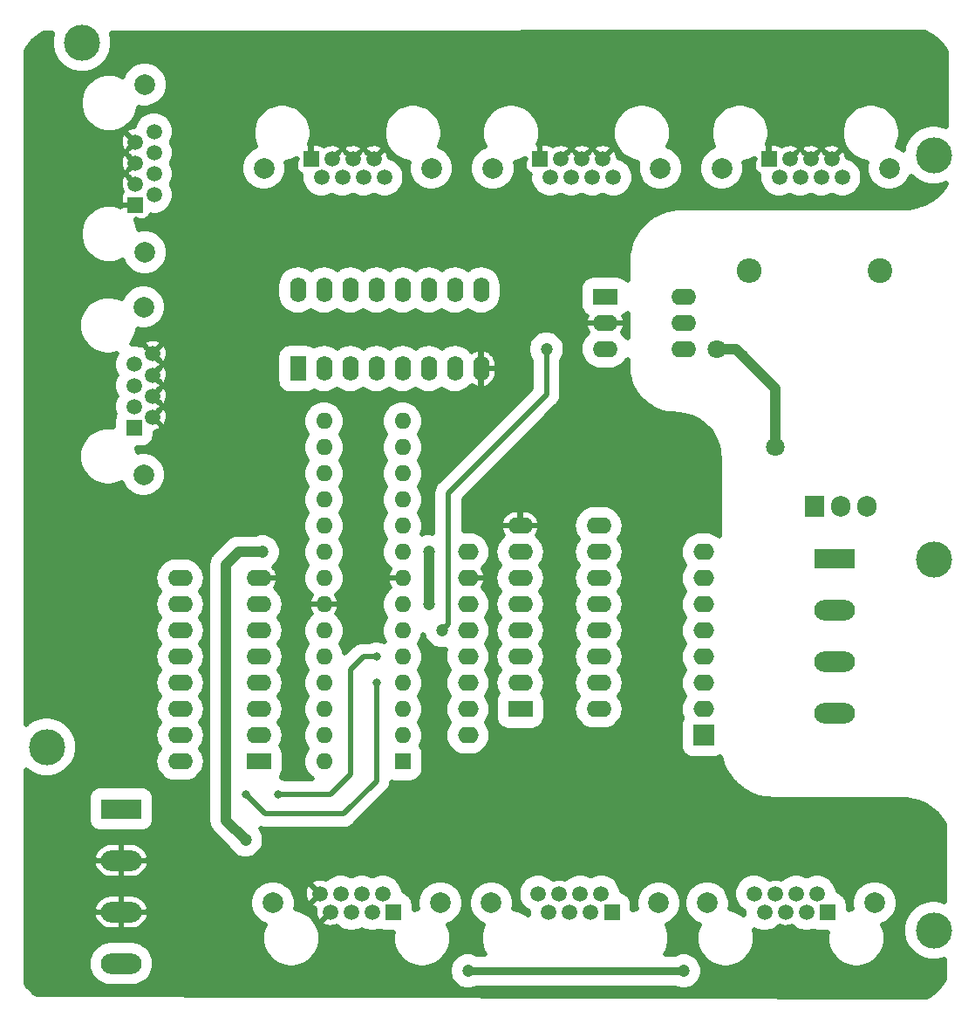
<source format=gbr>
G04 #@! TF.GenerationSoftware,KiCad,Pcbnew,5.1.5-52549c5~84~ubuntu18.04.1*
G04 #@! TF.CreationDate,2020-03-02T16:39:28-05:00*
G04 #@! TF.ProjectId,Etapa de potencia,45746170-6120-4646-9520-706f74656e63,rev?*
G04 #@! TF.SameCoordinates,Original*
G04 #@! TF.FileFunction,Copper,L1,Top*
G04 #@! TF.FilePolarity,Positive*
%FSLAX46Y46*%
G04 Gerber Fmt 4.6, Leading zero omitted, Abs format (unit mm)*
G04 Created by KiCad (PCBNEW 5.1.5-52549c5~84~ubuntu18.04.1) date 2020-03-02 16:39:28*
%MOMM*%
%LPD*%
G04 APERTURE LIST*
%ADD10R,1.500000X1.500000*%
%ADD11C,1.500000*%
%ADD12C,2.000000*%
%ADD13O,3.960000X1.980000*%
%ADD14R,3.960000X1.980000*%
%ADD15O,2.400000X2.400000*%
%ADD16C,2.400000*%
%ADD17O,1.600000X1.600000*%
%ADD18R,1.600000X1.600000*%
%ADD19O,2.400000X1.600000*%
%ADD20R,2.400000X1.600000*%
%ADD21O,2.000000X1.600000*%
%ADD22R,2.000000X2.000000*%
%ADD23O,1.600000X2.400000*%
%ADD24R,1.600000X2.400000*%
%ADD25R,1.905000X2.000000*%
%ADD26O,1.905000X2.000000*%
%ADD27C,3.500000*%
%ADD28C,1.200000*%
%ADD29C,1.800000*%
%ADD30C,0.800000*%
%ADD31C,1.200000*%
%ADD32C,1.000000*%
%ADD33C,0.800000*%
%ADD34C,0.500000*%
G04 APERTURE END LIST*
D10*
X143510000Y-130175000D03*
D11*
X141470000Y-130175000D03*
X139430000Y-130175000D03*
X137390000Y-130175000D03*
X142490000Y-128395000D03*
X140450000Y-128395000D03*
X138410000Y-128395000D03*
X136370000Y-128395000D03*
D12*
X131820000Y-129285000D03*
X148080000Y-129285000D03*
X105920000Y-129285000D03*
X89660000Y-129285000D03*
D11*
X94210000Y-128395000D03*
X96250000Y-128395000D03*
X98290000Y-128395000D03*
X100330000Y-128395000D03*
X95230000Y-130175000D03*
X97270000Y-130175000D03*
X99310000Y-130175000D03*
D10*
X101350000Y-130175000D03*
D13*
X144145000Y-105885000D03*
X144145000Y-110885000D03*
X144145000Y-100885000D03*
D14*
X144145000Y-95885000D03*
D15*
X135890000Y-67945000D03*
D16*
X148590000Y-67945000D03*
D17*
X94615000Y-115570000D03*
X102235000Y-82550000D03*
X94615000Y-113030000D03*
X102235000Y-85090000D03*
X94615000Y-110490000D03*
X102235000Y-87630000D03*
X94615000Y-107950000D03*
X102235000Y-90170000D03*
X94615000Y-105410000D03*
X102235000Y-92710000D03*
X94615000Y-102870000D03*
X102235000Y-95250000D03*
X94615000Y-100330000D03*
X102235000Y-97790000D03*
X94615000Y-97790000D03*
X102235000Y-100330000D03*
X94615000Y-95250000D03*
X102235000Y-102870000D03*
X94615000Y-92710000D03*
X102235000Y-105410000D03*
X94615000Y-90170000D03*
X102235000Y-107950000D03*
X94615000Y-87630000D03*
X102235000Y-110490000D03*
X94615000Y-85090000D03*
X102235000Y-113030000D03*
X94615000Y-82550000D03*
D18*
X102235000Y-115570000D03*
D19*
X129540000Y-70485000D03*
X121920000Y-75565000D03*
X129540000Y-73025000D03*
X121920000Y-73025000D03*
X129540000Y-75565000D03*
D20*
X121920000Y-70485000D03*
D21*
X131445000Y-110490000D03*
D22*
X131445000Y-113030000D03*
D21*
X131445000Y-107950000D03*
X131445000Y-105410000D03*
X131445000Y-102870000D03*
X131445000Y-100330000D03*
X131445000Y-97790000D03*
X131445000Y-95250000D03*
X108585000Y-95250000D03*
X108585000Y-97790000D03*
X108585000Y-100330000D03*
X108585000Y-102870000D03*
X108585000Y-105410000D03*
X108585000Y-107950000D03*
X108585000Y-110490000D03*
X108585000Y-113030000D03*
D14*
X74930000Y-120175000D03*
D13*
X74930000Y-125175000D03*
X74930000Y-135175000D03*
X74930000Y-130175000D03*
D10*
X93345000Y-57150000D03*
D11*
X95385000Y-57150000D03*
X97425000Y-57150000D03*
X99465000Y-57150000D03*
X94365000Y-58930000D03*
X96405000Y-58930000D03*
X98445000Y-58930000D03*
X100485000Y-58930000D03*
D12*
X105035000Y-58040000D03*
X88775000Y-58040000D03*
X77090000Y-87755000D03*
X77090000Y-71495000D03*
D11*
X77980000Y-76045000D03*
X77980000Y-78085000D03*
X77980000Y-80125000D03*
X77980000Y-82165000D03*
X76200000Y-77065000D03*
X76200000Y-79105000D03*
X76200000Y-81145000D03*
D10*
X76200000Y-83185000D03*
X137795000Y-57150000D03*
D11*
X139835000Y-57150000D03*
X141875000Y-57150000D03*
X143915000Y-57150000D03*
X138815000Y-58930000D03*
X140855000Y-58930000D03*
X142895000Y-58930000D03*
X144935000Y-58930000D03*
D12*
X149485000Y-58040000D03*
X133225000Y-58040000D03*
X111000000Y-58040000D03*
X127260000Y-58040000D03*
D11*
X122710000Y-58930000D03*
X120670000Y-58930000D03*
X118630000Y-58930000D03*
X116590000Y-58930000D03*
X121690000Y-57150000D03*
X119650000Y-57150000D03*
X117610000Y-57150000D03*
D10*
X115570000Y-57150000D03*
X76325000Y-61615000D03*
D11*
X76325000Y-59575000D03*
X76325000Y-57535000D03*
X76325000Y-55495000D03*
X78105000Y-60595000D03*
X78105000Y-58555000D03*
X78105000Y-56515000D03*
X78105000Y-54475000D03*
D12*
X77215000Y-49925000D03*
X77215000Y-66185000D03*
X127125000Y-129285000D03*
X110865000Y-129285000D03*
D11*
X115415000Y-128395000D03*
X117455000Y-128395000D03*
X119495000Y-128395000D03*
X121535000Y-128395000D03*
X116435000Y-130175000D03*
X118475000Y-130175000D03*
X120515000Y-130175000D03*
D10*
X122555000Y-130175000D03*
D20*
X88265000Y-115570000D03*
D19*
X80645000Y-97790000D03*
X88265000Y-113030000D03*
X80645000Y-100330000D03*
X88265000Y-110490000D03*
X80645000Y-102870000D03*
X88265000Y-107950000D03*
X80645000Y-105410000D03*
X88265000Y-105410000D03*
X80645000Y-107950000D03*
X88265000Y-102870000D03*
X80645000Y-110490000D03*
X88265000Y-100330000D03*
X80645000Y-113030000D03*
X88265000Y-97790000D03*
X80645000Y-115570000D03*
D23*
X92075000Y-69850000D03*
X109855000Y-77470000D03*
X94615000Y-69850000D03*
X107315000Y-77470000D03*
X97155000Y-69850000D03*
X104775000Y-77470000D03*
X99695000Y-69850000D03*
X102235000Y-77470000D03*
X102235000Y-69850000D03*
X99695000Y-77470000D03*
X104775000Y-69850000D03*
X97155000Y-77470000D03*
X107315000Y-69850000D03*
X94615000Y-77470000D03*
X109855000Y-69850000D03*
D24*
X92075000Y-77470000D03*
D20*
X113665000Y-110490000D03*
D19*
X121285000Y-92710000D03*
X113665000Y-107950000D03*
X121285000Y-95250000D03*
X113665000Y-105410000D03*
X121285000Y-97790000D03*
X113665000Y-102870000D03*
X121285000Y-100330000D03*
X113665000Y-100330000D03*
X121285000Y-102870000D03*
X113665000Y-97790000D03*
X121285000Y-105410000D03*
X113665000Y-95250000D03*
X121285000Y-107950000D03*
X113665000Y-92710000D03*
X121285000Y-110490000D03*
D25*
X142240000Y-90805000D03*
D26*
X144780000Y-90805000D03*
X147320000Y-90805000D03*
D27*
X71120000Y-45847000D03*
X153797000Y-56769000D03*
X153797000Y-96012000D03*
X67691000Y-114173000D03*
X153797000Y-131953000D03*
D28*
X78232000Y-68834000D03*
D29*
X83185000Y-124460000D03*
X113030000Y-73660000D03*
D28*
X117602000Y-95885000D03*
X118989500Y-75555500D03*
X91948000Y-100838000D03*
D29*
X138430000Y-85090000D03*
X132715000Y-75565000D03*
D28*
X104775000Y-100330000D03*
X104775000Y-95250000D03*
X129540000Y-135890000D03*
X108585000Y-135890000D03*
X88646000Y-95250000D03*
X86995000Y-123190000D03*
X106045000Y-102870000D03*
X116205000Y-75565000D03*
D30*
X86995000Y-118745000D03*
X99695000Y-107950000D03*
X90170000Y-118745000D03*
X99695000Y-105410000D03*
D31*
X82285001Y-123560001D02*
X82285001Y-121655001D01*
X83185000Y-124460000D02*
X82285001Y-123560001D01*
X82285001Y-121655001D02*
X74930000Y-114300000D01*
X74930000Y-114300000D02*
X74930000Y-100842245D01*
X74930000Y-100842245D02*
X74930000Y-97790000D01*
X74930000Y-97790000D02*
X80645000Y-92075000D01*
X80645000Y-92075000D02*
X85725000Y-86995000D01*
X85725000Y-86995000D02*
X86360000Y-86360000D01*
X86360000Y-77470000D02*
X90170000Y-73660000D01*
X90170000Y-73660000D02*
X113030000Y-73660000D01*
X113030000Y-73660000D02*
X113030000Y-73660000D01*
X86360000Y-78105000D02*
X86360000Y-77470000D01*
X86360000Y-86360000D02*
X86360000Y-78105000D01*
D32*
X79080528Y-68834000D02*
X86233000Y-75986472D01*
X86233000Y-75986472D02*
X86233000Y-77978000D01*
X78232000Y-68834000D02*
X79080528Y-68834000D01*
D33*
X86360000Y-78105000D02*
X86233000Y-77978000D01*
X86233000Y-77978000D02*
X86360000Y-76200000D01*
D34*
X117602000Y-95036472D02*
X117729000Y-94909472D01*
X117602000Y-95885000D02*
X117602000Y-95036472D01*
X117729000Y-94909472D02*
X117729000Y-76835000D01*
X117729000Y-76835000D02*
X118872000Y-75692000D01*
D32*
X86360000Y-86360000D02*
X86487000Y-86360000D01*
X86487000Y-86360000D02*
X91948000Y-91821000D01*
X91948000Y-91821000D02*
X91948000Y-100838000D01*
X91948000Y-100838000D02*
X91948000Y-100838000D01*
X135255000Y-76200000D02*
X135255000Y-76200000D01*
X134620000Y-75565000D02*
X132715000Y-75565000D01*
X138430000Y-85090000D02*
X138430000Y-79375000D01*
X138430000Y-79375000D02*
X134620000Y-75565000D01*
X104775000Y-100330000D02*
X104775000Y-95250000D01*
D33*
X129540000Y-135890000D02*
X114300000Y-135890000D01*
X114300000Y-135890000D02*
X108585000Y-135890000D01*
D32*
X86360000Y-95250000D02*
X85090000Y-96520000D01*
X85090000Y-96520000D02*
X85090000Y-121285000D01*
X85090000Y-121285000D02*
X86995000Y-123190000D01*
D33*
X86995000Y-123190000D02*
X86995000Y-123190000D01*
D32*
X86360000Y-95250000D02*
X88646000Y-95250000D01*
D34*
X106045000Y-102870000D02*
X106680000Y-102235000D01*
X106680000Y-102235000D02*
X106680000Y-89535000D01*
X106680000Y-89535000D02*
X111760000Y-84455000D01*
X111760000Y-84455000D02*
X116205000Y-80010000D01*
X116205000Y-80010000D02*
X116205000Y-75565000D01*
X116205000Y-75565000D02*
X116205000Y-75565000D01*
X86995000Y-118745000D02*
X88900000Y-120650000D01*
X88900000Y-120650000D02*
X95885000Y-120650000D01*
X95885000Y-120650000D02*
X96520000Y-120650000D01*
X96520000Y-120650000D02*
X99695000Y-117475000D01*
X99695000Y-117475000D02*
X99695000Y-107950000D01*
X99695000Y-107950000D02*
X99695000Y-107950000D01*
X90170000Y-118745000D02*
X95250000Y-118745000D01*
X95250000Y-118745000D02*
X97155000Y-116840000D01*
X97155000Y-116840000D02*
X97155000Y-106680000D01*
X97155000Y-106680000D02*
X98425000Y-105410000D01*
X98425000Y-105410000D02*
X99695000Y-105410000D01*
X99695000Y-105410000D02*
X99695000Y-105410000D01*
G36*
X152967669Y-44886318D02*
G01*
X153334702Y-45077834D01*
X153683658Y-45300580D01*
X154011904Y-45552877D01*
X154316930Y-45832794D01*
X154596414Y-46138200D01*
X154848255Y-46466801D01*
X155053466Y-46789276D01*
X155034325Y-54034340D01*
X154672068Y-53884288D01*
X154092474Y-53769000D01*
X153501526Y-53769000D01*
X152921932Y-53884288D01*
X152375967Y-54110434D01*
X151884611Y-54438748D01*
X151466748Y-54856611D01*
X151138434Y-55347967D01*
X150912288Y-55893932D01*
X150843164Y-56241444D01*
X150550775Y-56046076D01*
X150270178Y-55929849D01*
X150469515Y-55448607D01*
X150580000Y-54893163D01*
X150580000Y-54326837D01*
X150469515Y-53771393D01*
X150252792Y-53248177D01*
X149938158Y-52777294D01*
X149537706Y-52376842D01*
X149066823Y-52062208D01*
X148543607Y-51845485D01*
X147988163Y-51735000D01*
X147421837Y-51735000D01*
X146866393Y-51845485D01*
X146343177Y-52062208D01*
X145872294Y-52376842D01*
X145471842Y-52777294D01*
X145157208Y-53248177D01*
X144940485Y-53771393D01*
X144830000Y-54326837D01*
X144830000Y-54893163D01*
X144940485Y-55448607D01*
X145157208Y-55971823D01*
X145471842Y-56442706D01*
X145872294Y-56843158D01*
X146343177Y-57157792D01*
X146866393Y-57374515D01*
X147305903Y-57461939D01*
X147235000Y-57818394D01*
X147235000Y-58261606D01*
X147321466Y-58696301D01*
X147491076Y-59105775D01*
X147737311Y-59474292D01*
X148050708Y-59787689D01*
X148419225Y-60033924D01*
X148828699Y-60203534D01*
X149263394Y-60290000D01*
X149706606Y-60290000D01*
X150141301Y-60203534D01*
X150550775Y-60033924D01*
X150919292Y-59787689D01*
X151232689Y-59474292D01*
X151478924Y-59105775D01*
X151599658Y-58814299D01*
X151884611Y-59099252D01*
X152375967Y-59427566D01*
X152921932Y-59653712D01*
X153501526Y-59769000D01*
X154092474Y-59769000D01*
X154672068Y-59653712D01*
X155019859Y-59509652D01*
X155019737Y-59555858D01*
X154846773Y-59827357D01*
X154594528Y-60156090D01*
X154314589Y-60461589D01*
X154009090Y-60741528D01*
X153680357Y-60993773D01*
X153330881Y-61216414D01*
X152963335Y-61407746D01*
X152580509Y-61566318D01*
X152185333Y-61690917D01*
X151780784Y-61780603D01*
X151369972Y-61834687D01*
X150950546Y-61853000D01*
X129333000Y-61853000D01*
X129322095Y-61853238D01*
X128886316Y-61872265D01*
X128864590Y-61874166D01*
X128432128Y-61931100D01*
X128410649Y-61934887D01*
X127984795Y-62029297D01*
X127963729Y-62034942D01*
X127547723Y-62166108D01*
X127527228Y-62173567D01*
X127124238Y-62340491D01*
X127104472Y-62349708D01*
X126717563Y-62551120D01*
X126698675Y-62562025D01*
X126330793Y-62796392D01*
X126312928Y-62808902D01*
X125966872Y-63074440D01*
X125950165Y-63088459D01*
X125628569Y-63383147D01*
X125613147Y-63398569D01*
X125318459Y-63720165D01*
X125304440Y-63736872D01*
X125038902Y-64082928D01*
X125026392Y-64100793D01*
X124792025Y-64468675D01*
X124781120Y-64487563D01*
X124579708Y-64874472D01*
X124570491Y-64894238D01*
X124403567Y-65297228D01*
X124396108Y-65317723D01*
X124264942Y-65733729D01*
X124259297Y-65754795D01*
X124164887Y-66180649D01*
X124161100Y-66202128D01*
X124104166Y-66634590D01*
X124102265Y-66656316D01*
X124083238Y-67092095D01*
X124083000Y-67103000D01*
X124083000Y-68888033D01*
X124008160Y-68796840D01*
X123817823Y-68640634D01*
X123600669Y-68524563D01*
X123365043Y-68453087D01*
X123120000Y-68428952D01*
X120720000Y-68428952D01*
X120474957Y-68453087D01*
X120239331Y-68524563D01*
X120022177Y-68640634D01*
X119831840Y-68796840D01*
X119675634Y-68987177D01*
X119559563Y-69204331D01*
X119488087Y-69439957D01*
X119463952Y-69685000D01*
X119463952Y-71285000D01*
X119488087Y-71530043D01*
X119559563Y-71765669D01*
X119675634Y-71982823D01*
X119831840Y-72173160D01*
X120022177Y-72329366D01*
X120109145Y-72375851D01*
X120079066Y-72432474D01*
X119991157Y-72724971D01*
X119981812Y-72777325D01*
X120151506Y-73021000D01*
X121916000Y-73021000D01*
X121916000Y-73001000D01*
X121924000Y-73001000D01*
X121924000Y-73021000D01*
X123688494Y-73021000D01*
X123858188Y-72777325D01*
X123848843Y-72724971D01*
X123760934Y-72432474D01*
X123730855Y-72375851D01*
X123817823Y-72329366D01*
X124008160Y-72173160D01*
X124083000Y-72081967D01*
X124083000Y-74514562D01*
X124032760Y-74420570D01*
X123776583Y-74108417D01*
X123573296Y-73941584D01*
X123617651Y-73887253D01*
X123760934Y-73617526D01*
X123848843Y-73325029D01*
X123858188Y-73272675D01*
X123688494Y-73029000D01*
X121924000Y-73029000D01*
X121924000Y-73049000D01*
X121916000Y-73049000D01*
X121916000Y-73029000D01*
X120151506Y-73029000D01*
X119981812Y-73272675D01*
X119991157Y-73325029D01*
X120079066Y-73617526D01*
X120222349Y-73887253D01*
X120266704Y-73941584D01*
X120063417Y-74108417D01*
X119807240Y-74420570D01*
X119616883Y-74776703D01*
X119499662Y-75163130D01*
X119460081Y-75565000D01*
X119499662Y-75966870D01*
X119616883Y-76353297D01*
X119807240Y-76709430D01*
X120063417Y-77021583D01*
X120375570Y-77277760D01*
X120731703Y-77468117D01*
X121118130Y-77585338D01*
X121419291Y-77615000D01*
X122420709Y-77615000D01*
X122721870Y-77585338D01*
X123108297Y-77468117D01*
X123464430Y-77277760D01*
X123776583Y-77021583D01*
X124032760Y-76709430D01*
X124083000Y-76615438D01*
X124083000Y-77216000D01*
X124083267Y-77227546D01*
X124102229Y-77637679D01*
X124104359Y-77660672D01*
X124161082Y-78067306D01*
X124165325Y-78090004D01*
X124259325Y-78489669D01*
X124265645Y-78511880D01*
X124396121Y-78901167D01*
X124404462Y-78922699D01*
X124570300Y-79298287D01*
X124580593Y-79318958D01*
X124780379Y-79677642D01*
X124792535Y-79697275D01*
X125024563Y-80035995D01*
X125038480Y-80054423D01*
X125300772Y-80370289D01*
X125316328Y-80387354D01*
X125606646Y-80677672D01*
X125623711Y-80693228D01*
X125939577Y-80955520D01*
X125958005Y-80969437D01*
X126296725Y-81201465D01*
X126316358Y-81213621D01*
X126675042Y-81413407D01*
X126695713Y-81423700D01*
X127071301Y-81589538D01*
X127092833Y-81597879D01*
X127482120Y-81728355D01*
X127504331Y-81734675D01*
X127903996Y-81828675D01*
X127926694Y-81832918D01*
X128333328Y-81889641D01*
X128356321Y-81891771D01*
X129165035Y-81929161D01*
X129548781Y-81982691D01*
X129925948Y-82071400D01*
X130293307Y-82194526D01*
X130647754Y-82351030D01*
X130986241Y-82539566D01*
X131305897Y-82758535D01*
X131603968Y-83006050D01*
X131877950Y-83280032D01*
X132125465Y-83578103D01*
X132344434Y-83897759D01*
X132532970Y-84236246D01*
X132689474Y-84590693D01*
X132812600Y-84958052D01*
X132901309Y-85335219D01*
X132954839Y-85718965D01*
X132973000Y-86111771D01*
X132973000Y-93687892D01*
X132789430Y-93537240D01*
X132433297Y-93346883D01*
X132046870Y-93229662D01*
X131745709Y-93200000D01*
X131144291Y-93200000D01*
X130843130Y-93229662D01*
X130456703Y-93346883D01*
X130100570Y-93537240D01*
X129788417Y-93793417D01*
X129532240Y-94105570D01*
X129341883Y-94461703D01*
X129224662Y-94848130D01*
X129185081Y-95250000D01*
X129224662Y-95651870D01*
X129341883Y-96038297D01*
X129532240Y-96394430D01*
X129635292Y-96520000D01*
X129532240Y-96645570D01*
X129341883Y-97001703D01*
X129224662Y-97388130D01*
X129185081Y-97790000D01*
X129224662Y-98191870D01*
X129341883Y-98578297D01*
X129532240Y-98934430D01*
X129635292Y-99060000D01*
X129532240Y-99185570D01*
X129341883Y-99541703D01*
X129224662Y-99928130D01*
X129185081Y-100330000D01*
X129224662Y-100731870D01*
X129341883Y-101118297D01*
X129532240Y-101474430D01*
X129635292Y-101600000D01*
X129532240Y-101725570D01*
X129341883Y-102081703D01*
X129224662Y-102468130D01*
X129185081Y-102870000D01*
X129224662Y-103271870D01*
X129341883Y-103658297D01*
X129532240Y-104014430D01*
X129635292Y-104140000D01*
X129532240Y-104265570D01*
X129341883Y-104621703D01*
X129224662Y-105008130D01*
X129185081Y-105410000D01*
X129224662Y-105811870D01*
X129341883Y-106198297D01*
X129532240Y-106554430D01*
X129635292Y-106680000D01*
X129532240Y-106805570D01*
X129341883Y-107161703D01*
X129224662Y-107548130D01*
X129185081Y-107950000D01*
X129224662Y-108351870D01*
X129341883Y-108738297D01*
X129532240Y-109094430D01*
X129635292Y-109220000D01*
X129532240Y-109345570D01*
X129341883Y-109701703D01*
X129224662Y-110088130D01*
X129185081Y-110490000D01*
X129224662Y-110891870D01*
X129341883Y-111278297D01*
X129385658Y-111360195D01*
X129284563Y-111549331D01*
X129213087Y-111784957D01*
X129188952Y-112030000D01*
X129188952Y-114030000D01*
X129213087Y-114275043D01*
X129284563Y-114510669D01*
X129400634Y-114727823D01*
X129556840Y-114918160D01*
X129747177Y-115074366D01*
X129964331Y-115190437D01*
X130199957Y-115261913D01*
X130445000Y-115286048D01*
X132445000Y-115286048D01*
X132690043Y-115261913D01*
X132925669Y-115190437D01*
X133094532Y-115100178D01*
X133149297Y-115347205D01*
X133154942Y-115368271D01*
X133286108Y-115784277D01*
X133293567Y-115804772D01*
X133460491Y-116207762D01*
X133469708Y-116227528D01*
X133671120Y-116614437D01*
X133682025Y-116633325D01*
X133916392Y-117001207D01*
X133928902Y-117019072D01*
X134194440Y-117365128D01*
X134208459Y-117381835D01*
X134503147Y-117703431D01*
X134518569Y-117718853D01*
X134840165Y-118013541D01*
X134856872Y-118027560D01*
X135202928Y-118293098D01*
X135220793Y-118305608D01*
X135588675Y-118539975D01*
X135607563Y-118550880D01*
X135994472Y-118752292D01*
X136014238Y-118761509D01*
X136417228Y-118928433D01*
X136437723Y-118935892D01*
X136853729Y-119067058D01*
X136874795Y-119072703D01*
X137300649Y-119167113D01*
X137322128Y-119170900D01*
X137754590Y-119227834D01*
X137776316Y-119229735D01*
X138212095Y-119248762D01*
X138223000Y-119249000D01*
X150696546Y-119249000D01*
X151115972Y-119267313D01*
X151526784Y-119321397D01*
X151931333Y-119411083D01*
X152326509Y-119535682D01*
X152709335Y-119694254D01*
X153076881Y-119885586D01*
X153426357Y-120108227D01*
X153755090Y-120360472D01*
X154060589Y-120640411D01*
X154340528Y-120945910D01*
X154592773Y-121274643D01*
X154815414Y-121624119D01*
X154855548Y-121701216D01*
X154835905Y-129136152D01*
X154672068Y-129068288D01*
X154092474Y-128953000D01*
X153501526Y-128953000D01*
X152921932Y-129068288D01*
X152375967Y-129294434D01*
X151884611Y-129622748D01*
X151466748Y-130040611D01*
X151138434Y-130531967D01*
X150912288Y-131077932D01*
X150797000Y-131657526D01*
X150797000Y-132248474D01*
X150912288Y-132828068D01*
X151138434Y-133374033D01*
X151466748Y-133865389D01*
X151884611Y-134283252D01*
X152375967Y-134611566D01*
X152921932Y-134837712D01*
X153501526Y-134953000D01*
X154092474Y-134953000D01*
X154672068Y-134837712D01*
X154821005Y-134776020D01*
X154815940Y-136692870D01*
X154815414Y-136693881D01*
X154592773Y-137043357D01*
X154340528Y-137372090D01*
X154060589Y-137677589D01*
X153755090Y-137957528D01*
X153426357Y-138209773D01*
X153101490Y-138416736D01*
X66762770Y-138177572D01*
X66471953Y-137953906D01*
X66166288Y-137673108D01*
X65886306Y-137366696D01*
X65664000Y-137076046D01*
X65664000Y-135175000D01*
X71689162Y-135175000D01*
X71732411Y-135614117D01*
X71860497Y-136036358D01*
X72068497Y-136425499D01*
X72348417Y-136766583D01*
X72689501Y-137046503D01*
X73078642Y-137254503D01*
X73500883Y-137382589D01*
X73829959Y-137415000D01*
X76030041Y-137415000D01*
X76359117Y-137382589D01*
X76781358Y-137254503D01*
X77170499Y-137046503D01*
X77511583Y-136766583D01*
X77791503Y-136425499D01*
X77999503Y-136036358D01*
X78099173Y-135707791D01*
X106735000Y-135707791D01*
X106735000Y-136072209D01*
X106806095Y-136429625D01*
X106945552Y-136766303D01*
X107148011Y-137069306D01*
X107405694Y-137326989D01*
X107708697Y-137529448D01*
X108045375Y-137668905D01*
X108402791Y-137740000D01*
X108767209Y-137740000D01*
X109124625Y-137668905D01*
X109435828Y-137540000D01*
X128689172Y-137540000D01*
X129000375Y-137668905D01*
X129357791Y-137740000D01*
X129722209Y-137740000D01*
X130079625Y-137668905D01*
X130416303Y-137529448D01*
X130719306Y-137326989D01*
X130976989Y-137069306D01*
X131179448Y-136766303D01*
X131318905Y-136429625D01*
X131390000Y-136072209D01*
X131390000Y-135707791D01*
X131318905Y-135350375D01*
X131179448Y-135013697D01*
X130976989Y-134710694D01*
X130719306Y-134453011D01*
X130416303Y-134250552D01*
X130079625Y-134111095D01*
X129722209Y-134040000D01*
X129357791Y-134040000D01*
X129000375Y-134111095D01*
X128689172Y-134240000D01*
X127783761Y-134240000D01*
X127892792Y-134076823D01*
X128109515Y-133553607D01*
X128220000Y-132998163D01*
X128220000Y-132431837D01*
X128109515Y-131876393D01*
X127910178Y-131395151D01*
X128190775Y-131278924D01*
X128559292Y-131032689D01*
X128872689Y-130719292D01*
X129118924Y-130350775D01*
X129288534Y-129941301D01*
X129375000Y-129506606D01*
X129375000Y-129063394D01*
X129570000Y-129063394D01*
X129570000Y-129506606D01*
X129656466Y-129941301D01*
X129826076Y-130350775D01*
X130072311Y-130719292D01*
X130385708Y-131032689D01*
X130754225Y-131278924D01*
X131034822Y-131395151D01*
X130835485Y-131876393D01*
X130725000Y-132431837D01*
X130725000Y-132998163D01*
X130835485Y-133553607D01*
X131052208Y-134076823D01*
X131366842Y-134547706D01*
X131767294Y-134948158D01*
X132238177Y-135262792D01*
X132761393Y-135479515D01*
X133316837Y-135590000D01*
X133883163Y-135590000D01*
X134438607Y-135479515D01*
X134961823Y-135262792D01*
X135432706Y-134948158D01*
X135833158Y-134547706D01*
X136147792Y-134076823D01*
X136364515Y-133553607D01*
X136475000Y-132998163D01*
X136475000Y-132431837D01*
X136368823Y-131898051D01*
X136442645Y-131947377D01*
X136806622Y-132098141D01*
X137193017Y-132175000D01*
X137586983Y-132175000D01*
X137973378Y-132098141D01*
X138337355Y-131947377D01*
X138664926Y-131728501D01*
X138830055Y-131563372D01*
X139080152Y-131649359D01*
X139374507Y-131689281D01*
X139670995Y-131671011D01*
X139958222Y-131595250D01*
X140027832Y-131561259D01*
X140195074Y-131728501D01*
X140522645Y-131947377D01*
X140886622Y-132098141D01*
X141273017Y-132175000D01*
X141666983Y-132175000D01*
X142053378Y-132098141D01*
X142194070Y-132039864D01*
X142279331Y-132085437D01*
X142514957Y-132156913D01*
X142760000Y-132181048D01*
X143474885Y-132181048D01*
X143425000Y-132431837D01*
X143425000Y-132998163D01*
X143535485Y-133553607D01*
X143752208Y-134076823D01*
X144066842Y-134547706D01*
X144467294Y-134948158D01*
X144938177Y-135262792D01*
X145461393Y-135479515D01*
X146016837Y-135590000D01*
X146583163Y-135590000D01*
X147138607Y-135479515D01*
X147661823Y-135262792D01*
X148132706Y-134948158D01*
X148533158Y-134547706D01*
X148847792Y-134076823D01*
X149064515Y-133553607D01*
X149175000Y-132998163D01*
X149175000Y-132431837D01*
X149064515Y-131876393D01*
X148865178Y-131395151D01*
X149145775Y-131278924D01*
X149514292Y-131032689D01*
X149827689Y-130719292D01*
X150073924Y-130350775D01*
X150243534Y-129941301D01*
X150330000Y-129506606D01*
X150330000Y-129063394D01*
X150243534Y-128628699D01*
X150073924Y-128219225D01*
X149827689Y-127850708D01*
X149514292Y-127537311D01*
X149145775Y-127291076D01*
X148736301Y-127121466D01*
X148301606Y-127035000D01*
X147858394Y-127035000D01*
X147423699Y-127121466D01*
X147014225Y-127291076D01*
X146645708Y-127537311D01*
X146332311Y-127850708D01*
X146086076Y-128219225D01*
X145916466Y-128628699D01*
X145830000Y-129063394D01*
X145830000Y-129506606D01*
X145900903Y-129863061D01*
X145516048Y-129939613D01*
X145516048Y-129425000D01*
X145491913Y-129179957D01*
X145420437Y-128944331D01*
X145304366Y-128727177D01*
X145148160Y-128536840D01*
X144957823Y-128380634D01*
X144740669Y-128264563D01*
X144505043Y-128193087D01*
X144488699Y-128191477D01*
X144413141Y-127811622D01*
X144262377Y-127447645D01*
X144043501Y-127120074D01*
X143764926Y-126841499D01*
X143437355Y-126622623D01*
X143073378Y-126471859D01*
X142686983Y-126395000D01*
X142293017Y-126395000D01*
X141906622Y-126471859D01*
X141542645Y-126622623D01*
X141470000Y-126671163D01*
X141397355Y-126622623D01*
X141033378Y-126471859D01*
X140646983Y-126395000D01*
X140253017Y-126395000D01*
X139866622Y-126471859D01*
X139502645Y-126622623D01*
X139175074Y-126841499D01*
X139009945Y-127006628D01*
X138759848Y-126920641D01*
X138465493Y-126880719D01*
X138169005Y-126898989D01*
X137881778Y-126974750D01*
X137812168Y-127008741D01*
X137644926Y-126841499D01*
X137317355Y-126622623D01*
X136953378Y-126471859D01*
X136566983Y-126395000D01*
X136173017Y-126395000D01*
X135786622Y-126471859D01*
X135422645Y-126622623D01*
X135095074Y-126841499D01*
X134816499Y-127120074D01*
X134597623Y-127447645D01*
X134446859Y-127811622D01*
X134370000Y-128198017D01*
X134370000Y-128591983D01*
X134446859Y-128978378D01*
X134597623Y-129342355D01*
X134816499Y-129669926D01*
X135095074Y-129948501D01*
X135390000Y-130145564D01*
X135390000Y-130371983D01*
X135408656Y-130465772D01*
X134961823Y-130167208D01*
X134438607Y-129950485D01*
X133999097Y-129863061D01*
X134070000Y-129506606D01*
X134070000Y-129063394D01*
X133983534Y-128628699D01*
X133813924Y-128219225D01*
X133567689Y-127850708D01*
X133254292Y-127537311D01*
X132885775Y-127291076D01*
X132476301Y-127121466D01*
X132041606Y-127035000D01*
X131598394Y-127035000D01*
X131163699Y-127121466D01*
X130754225Y-127291076D01*
X130385708Y-127537311D01*
X130072311Y-127850708D01*
X129826076Y-128219225D01*
X129656466Y-128628699D01*
X129570000Y-129063394D01*
X129375000Y-129063394D01*
X129288534Y-128628699D01*
X129118924Y-128219225D01*
X128872689Y-127850708D01*
X128559292Y-127537311D01*
X128190775Y-127291076D01*
X127781301Y-127121466D01*
X127346606Y-127035000D01*
X126903394Y-127035000D01*
X126468699Y-127121466D01*
X126059225Y-127291076D01*
X125690708Y-127537311D01*
X125377311Y-127850708D01*
X125131076Y-128219225D01*
X124961466Y-128628699D01*
X124875000Y-129063394D01*
X124875000Y-129506606D01*
X124945903Y-129863061D01*
X124561048Y-129939613D01*
X124561048Y-129425000D01*
X124536913Y-129179957D01*
X124465437Y-128944331D01*
X124349366Y-128727177D01*
X124193160Y-128536840D01*
X124002823Y-128380634D01*
X123785669Y-128264563D01*
X123550043Y-128193087D01*
X123533699Y-128191477D01*
X123458141Y-127811622D01*
X123307377Y-127447645D01*
X123088501Y-127120074D01*
X122809926Y-126841499D01*
X122482355Y-126622623D01*
X122118378Y-126471859D01*
X121731983Y-126395000D01*
X121338017Y-126395000D01*
X120951622Y-126471859D01*
X120587645Y-126622623D01*
X120515000Y-126671163D01*
X120442355Y-126622623D01*
X120078378Y-126471859D01*
X119691983Y-126395000D01*
X119298017Y-126395000D01*
X118911622Y-126471859D01*
X118547645Y-126622623D01*
X118220074Y-126841499D01*
X118054945Y-127006628D01*
X117804848Y-126920641D01*
X117510493Y-126880719D01*
X117214005Y-126898989D01*
X116926778Y-126974750D01*
X116857168Y-127008741D01*
X116689926Y-126841499D01*
X116362355Y-126622623D01*
X115998378Y-126471859D01*
X115611983Y-126395000D01*
X115218017Y-126395000D01*
X114831622Y-126471859D01*
X114467645Y-126622623D01*
X114140074Y-126841499D01*
X113861499Y-127120074D01*
X113642623Y-127447645D01*
X113491859Y-127811622D01*
X113415000Y-128198017D01*
X113415000Y-128591983D01*
X113491859Y-128978378D01*
X113642623Y-129342355D01*
X113861499Y-129669926D01*
X114140074Y-129948501D01*
X114435000Y-130145564D01*
X114435000Y-130371983D01*
X114453656Y-130465772D01*
X114006823Y-130167208D01*
X113483607Y-129950485D01*
X113044097Y-129863061D01*
X113115000Y-129506606D01*
X113115000Y-129063394D01*
X113028534Y-128628699D01*
X112858924Y-128219225D01*
X112612689Y-127850708D01*
X112299292Y-127537311D01*
X111930775Y-127291076D01*
X111521301Y-127121466D01*
X111086606Y-127035000D01*
X110643394Y-127035000D01*
X110208699Y-127121466D01*
X109799225Y-127291076D01*
X109430708Y-127537311D01*
X109117311Y-127850708D01*
X108871076Y-128219225D01*
X108701466Y-128628699D01*
X108615000Y-129063394D01*
X108615000Y-129506606D01*
X108701466Y-129941301D01*
X108871076Y-130350775D01*
X109117311Y-130719292D01*
X109430708Y-131032689D01*
X109799225Y-131278924D01*
X110079822Y-131395151D01*
X109880485Y-131876393D01*
X109770000Y-132431837D01*
X109770000Y-132998163D01*
X109880485Y-133553607D01*
X110097208Y-134076823D01*
X110206239Y-134240000D01*
X109435828Y-134240000D01*
X109124625Y-134111095D01*
X108767209Y-134040000D01*
X108402791Y-134040000D01*
X108045375Y-134111095D01*
X107708697Y-134250552D01*
X107405694Y-134453011D01*
X107148011Y-134710694D01*
X106945552Y-135013697D01*
X106806095Y-135350375D01*
X106735000Y-135707791D01*
X78099173Y-135707791D01*
X78127589Y-135614117D01*
X78170838Y-135175000D01*
X78127589Y-134735883D01*
X77999503Y-134313642D01*
X77791503Y-133924501D01*
X77511583Y-133583417D01*
X77170499Y-133303497D01*
X76781358Y-133095497D01*
X76359117Y-132967411D01*
X76030041Y-132935000D01*
X73829959Y-132935000D01*
X73500883Y-132967411D01*
X73078642Y-133095497D01*
X72689501Y-133303497D01*
X72348417Y-133583417D01*
X72068497Y-133924501D01*
X71860497Y-134313642D01*
X71732411Y-134735883D01*
X71689162Y-135175000D01*
X65664000Y-135175000D01*
X65664000Y-130452397D01*
X72214151Y-130452397D01*
X72224808Y-130512095D01*
X72323529Y-130840235D01*
X72484370Y-131142811D01*
X72701150Y-131408194D01*
X72965538Y-131626186D01*
X73267374Y-131788410D01*
X73595059Y-131888632D01*
X73936000Y-131923000D01*
X74926000Y-131923000D01*
X74926000Y-130179000D01*
X74934000Y-130179000D01*
X74934000Y-131923000D01*
X75924000Y-131923000D01*
X76264941Y-131888632D01*
X76592626Y-131788410D01*
X76894462Y-131626186D01*
X77158850Y-131408194D01*
X77375630Y-131142811D01*
X77536471Y-130840235D01*
X77635192Y-130512095D01*
X77645849Y-130452397D01*
X77478495Y-130179000D01*
X74934000Y-130179000D01*
X74926000Y-130179000D01*
X72381505Y-130179000D01*
X72214151Y-130452397D01*
X65664000Y-130452397D01*
X65664000Y-129897603D01*
X72214151Y-129897603D01*
X72381505Y-130171000D01*
X74926000Y-130171000D01*
X74926000Y-128427000D01*
X74934000Y-128427000D01*
X74934000Y-130171000D01*
X77478495Y-130171000D01*
X77645849Y-129897603D01*
X77635192Y-129837905D01*
X77536471Y-129509765D01*
X77375630Y-129207189D01*
X77258171Y-129063394D01*
X87410000Y-129063394D01*
X87410000Y-129506606D01*
X87496466Y-129941301D01*
X87666076Y-130350775D01*
X87912311Y-130719292D01*
X88225708Y-131032689D01*
X88594225Y-131278924D01*
X88874822Y-131395151D01*
X88675485Y-131876393D01*
X88565000Y-132431837D01*
X88565000Y-132998163D01*
X88675485Y-133553607D01*
X88892208Y-134076823D01*
X89206842Y-134547706D01*
X89607294Y-134948158D01*
X90078177Y-135262792D01*
X90601393Y-135479515D01*
X91156837Y-135590000D01*
X91723163Y-135590000D01*
X92278607Y-135479515D01*
X92801823Y-135262792D01*
X93272706Y-134948158D01*
X93673158Y-134547706D01*
X93987792Y-134076823D01*
X94204515Y-133553607D01*
X94315000Y-132998163D01*
X94315000Y-132431837D01*
X94204515Y-131876393D01*
X93987792Y-131353177D01*
X93673158Y-130882294D01*
X93272706Y-130481842D01*
X92801823Y-130167208D01*
X92278607Y-129950485D01*
X91839097Y-129863061D01*
X91910000Y-129506606D01*
X91910000Y-129063394D01*
X91823534Y-128628699D01*
X91703747Y-128339507D01*
X92695719Y-128339507D01*
X92713989Y-128635995D01*
X92789750Y-128923222D01*
X92920091Y-129190149D01*
X92981751Y-129282430D01*
X93269696Y-129329647D01*
X94204343Y-128395000D01*
X93269696Y-127460353D01*
X92981751Y-127507570D01*
X92832222Y-127764241D01*
X92735641Y-128045152D01*
X92695719Y-128339507D01*
X91703747Y-128339507D01*
X91653924Y-128219225D01*
X91407689Y-127850708D01*
X91094292Y-127537311D01*
X90970650Y-127454696D01*
X93275353Y-127454696D01*
X94210000Y-128389343D01*
X94224142Y-128375201D01*
X94229799Y-128380858D01*
X94215657Y-128395000D01*
X94229799Y-128409142D01*
X94224142Y-128414799D01*
X94210000Y-128400657D01*
X93275353Y-129335304D01*
X93322570Y-129623249D01*
X93579241Y-129772778D01*
X93754569Y-129833058D01*
X93715719Y-130119507D01*
X93733989Y-130415995D01*
X93809750Y-130703222D01*
X93940091Y-130970149D01*
X94001751Y-131062430D01*
X94289696Y-131109647D01*
X95224343Y-130175000D01*
X95210201Y-130160858D01*
X95215858Y-130155201D01*
X95230000Y-130169343D01*
X95244142Y-130155201D01*
X95249799Y-130160858D01*
X95235657Y-130175000D01*
X95249799Y-130189142D01*
X95244142Y-130194799D01*
X95230000Y-130180657D01*
X94295353Y-131115304D01*
X94342570Y-131403249D01*
X94599241Y-131552778D01*
X94880152Y-131649359D01*
X95174507Y-131689281D01*
X95470995Y-131671011D01*
X95758222Y-131595250D01*
X95827832Y-131561259D01*
X95995074Y-131728501D01*
X96322645Y-131947377D01*
X96686622Y-132098141D01*
X97073017Y-132175000D01*
X97466983Y-132175000D01*
X97853378Y-132098141D01*
X98217355Y-131947377D01*
X98290000Y-131898837D01*
X98362645Y-131947377D01*
X98726622Y-132098141D01*
X99113017Y-132175000D01*
X99506983Y-132175000D01*
X99893378Y-132098141D01*
X100034070Y-132039864D01*
X100119331Y-132085437D01*
X100354957Y-132156913D01*
X100600000Y-132181048D01*
X101314885Y-132181048D01*
X101265000Y-132431837D01*
X101265000Y-132998163D01*
X101375485Y-133553607D01*
X101592208Y-134076823D01*
X101906842Y-134547706D01*
X102307294Y-134948158D01*
X102778177Y-135262792D01*
X103301393Y-135479515D01*
X103856837Y-135590000D01*
X104423163Y-135590000D01*
X104978607Y-135479515D01*
X105501823Y-135262792D01*
X105972706Y-134948158D01*
X106373158Y-134547706D01*
X106687792Y-134076823D01*
X106904515Y-133553607D01*
X107015000Y-132998163D01*
X107015000Y-132431837D01*
X106904515Y-131876393D01*
X106705178Y-131395151D01*
X106985775Y-131278924D01*
X107354292Y-131032689D01*
X107667689Y-130719292D01*
X107913924Y-130350775D01*
X108083534Y-129941301D01*
X108170000Y-129506606D01*
X108170000Y-129063394D01*
X108083534Y-128628699D01*
X107913924Y-128219225D01*
X107667689Y-127850708D01*
X107354292Y-127537311D01*
X106985775Y-127291076D01*
X106576301Y-127121466D01*
X106141606Y-127035000D01*
X105698394Y-127035000D01*
X105263699Y-127121466D01*
X104854225Y-127291076D01*
X104485708Y-127537311D01*
X104172311Y-127850708D01*
X103926076Y-128219225D01*
X103756466Y-128628699D01*
X103670000Y-129063394D01*
X103670000Y-129506606D01*
X103740903Y-129863061D01*
X103356048Y-129939613D01*
X103356048Y-129425000D01*
X103331913Y-129179957D01*
X103260437Y-128944331D01*
X103144366Y-128727177D01*
X102988160Y-128536840D01*
X102797823Y-128380634D01*
X102580669Y-128264563D01*
X102345043Y-128193087D01*
X102328699Y-128191477D01*
X102253141Y-127811622D01*
X102102377Y-127447645D01*
X101883501Y-127120074D01*
X101604926Y-126841499D01*
X101277355Y-126622623D01*
X100913378Y-126471859D01*
X100526983Y-126395000D01*
X100133017Y-126395000D01*
X99746622Y-126471859D01*
X99382645Y-126622623D01*
X99310000Y-126671163D01*
X99237355Y-126622623D01*
X98873378Y-126471859D01*
X98486983Y-126395000D01*
X98093017Y-126395000D01*
X97706622Y-126471859D01*
X97342645Y-126622623D01*
X97270000Y-126671163D01*
X97197355Y-126622623D01*
X96833378Y-126471859D01*
X96446983Y-126395000D01*
X96053017Y-126395000D01*
X95666622Y-126471859D01*
X95302645Y-126622623D01*
X94975074Y-126841499D01*
X94809945Y-127006628D01*
X94559848Y-126920641D01*
X94265493Y-126880719D01*
X93969005Y-126898989D01*
X93681778Y-126974750D01*
X93414851Y-127105091D01*
X93322570Y-127166751D01*
X93275353Y-127454696D01*
X90970650Y-127454696D01*
X90725775Y-127291076D01*
X90316301Y-127121466D01*
X89881606Y-127035000D01*
X89438394Y-127035000D01*
X89003699Y-127121466D01*
X88594225Y-127291076D01*
X88225708Y-127537311D01*
X87912311Y-127850708D01*
X87666076Y-128219225D01*
X87496466Y-128628699D01*
X87410000Y-129063394D01*
X77258171Y-129063394D01*
X77158850Y-128941806D01*
X76894462Y-128723814D01*
X76592626Y-128561590D01*
X76264941Y-128461368D01*
X75924000Y-128427000D01*
X74934000Y-128427000D01*
X74926000Y-128427000D01*
X73936000Y-128427000D01*
X73595059Y-128461368D01*
X73267374Y-128561590D01*
X72965538Y-128723814D01*
X72701150Y-128941806D01*
X72484370Y-129207189D01*
X72323529Y-129509765D01*
X72224808Y-129837905D01*
X72214151Y-129897603D01*
X65664000Y-129897603D01*
X65664000Y-125452397D01*
X72214151Y-125452397D01*
X72224808Y-125512095D01*
X72323529Y-125840235D01*
X72484370Y-126142811D01*
X72701150Y-126408194D01*
X72965538Y-126626186D01*
X73267374Y-126788410D01*
X73595059Y-126888632D01*
X73936000Y-126923000D01*
X74926000Y-126923000D01*
X74926000Y-125179000D01*
X74934000Y-125179000D01*
X74934000Y-126923000D01*
X75924000Y-126923000D01*
X76264941Y-126888632D01*
X76592626Y-126788410D01*
X76894462Y-126626186D01*
X77158850Y-126408194D01*
X77375630Y-126142811D01*
X77536471Y-125840235D01*
X77635192Y-125512095D01*
X77645849Y-125452397D01*
X77478495Y-125179000D01*
X74934000Y-125179000D01*
X74926000Y-125179000D01*
X72381505Y-125179000D01*
X72214151Y-125452397D01*
X65664000Y-125452397D01*
X65664000Y-124897603D01*
X72214151Y-124897603D01*
X72381505Y-125171000D01*
X74926000Y-125171000D01*
X74926000Y-123427000D01*
X74934000Y-123427000D01*
X74934000Y-125171000D01*
X77478495Y-125171000D01*
X77645849Y-124897603D01*
X77635192Y-124837905D01*
X77536471Y-124509765D01*
X77375630Y-124207189D01*
X77158850Y-123941806D01*
X76894462Y-123723814D01*
X76592626Y-123561590D01*
X76264941Y-123461368D01*
X75924000Y-123427000D01*
X74934000Y-123427000D01*
X74926000Y-123427000D01*
X73936000Y-123427000D01*
X73595059Y-123461368D01*
X73267374Y-123561590D01*
X72965538Y-123723814D01*
X72701150Y-123941806D01*
X72484370Y-124207189D01*
X72323529Y-124509765D01*
X72224808Y-124837905D01*
X72214151Y-124897603D01*
X65664000Y-124897603D01*
X65664000Y-119185000D01*
X71693952Y-119185000D01*
X71693952Y-121165000D01*
X71718087Y-121410043D01*
X71789563Y-121645669D01*
X71905634Y-121862823D01*
X72061840Y-122053160D01*
X72252177Y-122209366D01*
X72469331Y-122325437D01*
X72704957Y-122396913D01*
X72950000Y-122421048D01*
X76910000Y-122421048D01*
X77155043Y-122396913D01*
X77390669Y-122325437D01*
X77607823Y-122209366D01*
X77798160Y-122053160D01*
X77954366Y-121862823D01*
X78070437Y-121645669D01*
X78141913Y-121410043D01*
X78166048Y-121165000D01*
X78166048Y-119185000D01*
X78141913Y-118939957D01*
X78070437Y-118704331D01*
X77954366Y-118487177D01*
X77798160Y-118296840D01*
X77607823Y-118140634D01*
X77390669Y-118024563D01*
X77155043Y-117953087D01*
X76910000Y-117928952D01*
X72950000Y-117928952D01*
X72704957Y-117953087D01*
X72469331Y-118024563D01*
X72252177Y-118140634D01*
X72061840Y-118296840D01*
X71905634Y-118487177D01*
X71789563Y-118704331D01*
X71718087Y-118939957D01*
X71693952Y-119185000D01*
X65664000Y-119185000D01*
X65664000Y-116388641D01*
X65778611Y-116503252D01*
X66269967Y-116831566D01*
X66815932Y-117057712D01*
X67395526Y-117173000D01*
X67986474Y-117173000D01*
X68566068Y-117057712D01*
X69112033Y-116831566D01*
X69603389Y-116503252D01*
X70021252Y-116085389D01*
X70349566Y-115594033D01*
X70575712Y-115048068D01*
X70691000Y-114468474D01*
X70691000Y-113877526D01*
X70575712Y-113297932D01*
X70349566Y-112751967D01*
X70021252Y-112260611D01*
X69603389Y-111842748D01*
X69112033Y-111514434D01*
X68566068Y-111288288D01*
X67986474Y-111173000D01*
X67395526Y-111173000D01*
X66815932Y-111288288D01*
X66269967Y-111514434D01*
X65778611Y-111842748D01*
X65664000Y-111957359D01*
X65664000Y-97790000D01*
X78185081Y-97790000D01*
X78224662Y-98191870D01*
X78341883Y-98578297D01*
X78532240Y-98934430D01*
X78635292Y-99060000D01*
X78532240Y-99185570D01*
X78341883Y-99541703D01*
X78224662Y-99928130D01*
X78185081Y-100330000D01*
X78224662Y-100731870D01*
X78341883Y-101118297D01*
X78532240Y-101474430D01*
X78635292Y-101600000D01*
X78532240Y-101725570D01*
X78341883Y-102081703D01*
X78224662Y-102468130D01*
X78185081Y-102870000D01*
X78224662Y-103271870D01*
X78341883Y-103658297D01*
X78532240Y-104014430D01*
X78635292Y-104140000D01*
X78532240Y-104265570D01*
X78341883Y-104621703D01*
X78224662Y-105008130D01*
X78185081Y-105410000D01*
X78224662Y-105811870D01*
X78341883Y-106198297D01*
X78532240Y-106554430D01*
X78635292Y-106680000D01*
X78532240Y-106805570D01*
X78341883Y-107161703D01*
X78224662Y-107548130D01*
X78185081Y-107950000D01*
X78224662Y-108351870D01*
X78341883Y-108738297D01*
X78532240Y-109094430D01*
X78635292Y-109220000D01*
X78532240Y-109345570D01*
X78341883Y-109701703D01*
X78224662Y-110088130D01*
X78185081Y-110490000D01*
X78224662Y-110891870D01*
X78341883Y-111278297D01*
X78532240Y-111634430D01*
X78635292Y-111760000D01*
X78532240Y-111885570D01*
X78341883Y-112241703D01*
X78224662Y-112628130D01*
X78185081Y-113030000D01*
X78224662Y-113431870D01*
X78341883Y-113818297D01*
X78532240Y-114174430D01*
X78635292Y-114300000D01*
X78532240Y-114425570D01*
X78341883Y-114781703D01*
X78224662Y-115168130D01*
X78185081Y-115570000D01*
X78224662Y-115971870D01*
X78341883Y-116358297D01*
X78532240Y-116714430D01*
X78788417Y-117026583D01*
X79100570Y-117282760D01*
X79456703Y-117473117D01*
X79843130Y-117590338D01*
X80144291Y-117620000D01*
X81145709Y-117620000D01*
X81446870Y-117590338D01*
X81833297Y-117473117D01*
X82189430Y-117282760D01*
X82501583Y-117026583D01*
X82757760Y-116714430D01*
X82948117Y-116358297D01*
X83065338Y-115971870D01*
X83104919Y-115570000D01*
X83065338Y-115168130D01*
X82948117Y-114781703D01*
X82757760Y-114425570D01*
X82654708Y-114300000D01*
X82757760Y-114174430D01*
X82948117Y-113818297D01*
X83065338Y-113431870D01*
X83104919Y-113030000D01*
X83065338Y-112628130D01*
X82948117Y-112241703D01*
X82757760Y-111885570D01*
X82654708Y-111760000D01*
X82757760Y-111634430D01*
X82948117Y-111278297D01*
X83065338Y-110891870D01*
X83104919Y-110490000D01*
X83065338Y-110088130D01*
X82948117Y-109701703D01*
X82757760Y-109345570D01*
X82654708Y-109220000D01*
X82757760Y-109094430D01*
X82948117Y-108738297D01*
X83065338Y-108351870D01*
X83104919Y-107950000D01*
X83065338Y-107548130D01*
X82948117Y-107161703D01*
X82757760Y-106805570D01*
X82654708Y-106680000D01*
X82757760Y-106554430D01*
X82948117Y-106198297D01*
X83065338Y-105811870D01*
X83104919Y-105410000D01*
X83065338Y-105008130D01*
X82948117Y-104621703D01*
X82757760Y-104265570D01*
X82654708Y-104140000D01*
X82757760Y-104014430D01*
X82948117Y-103658297D01*
X83065338Y-103271870D01*
X83104919Y-102870000D01*
X83065338Y-102468130D01*
X82948117Y-102081703D01*
X82757760Y-101725570D01*
X82654708Y-101600000D01*
X82757760Y-101474430D01*
X82948117Y-101118297D01*
X83065338Y-100731870D01*
X83104919Y-100330000D01*
X83065338Y-99928130D01*
X82948117Y-99541703D01*
X82757760Y-99185570D01*
X82654708Y-99060000D01*
X82757760Y-98934430D01*
X82948117Y-98578297D01*
X83065338Y-98191870D01*
X83104919Y-97790000D01*
X83065338Y-97388130D01*
X82948117Y-97001703D01*
X82757760Y-96645570D01*
X82654708Y-96520000D01*
X83331533Y-96520000D01*
X83340000Y-96605965D01*
X83340001Y-121199025D01*
X83331533Y-121285000D01*
X83365322Y-121628059D01*
X83465389Y-121957936D01*
X83627888Y-122261952D01*
X83791775Y-122461648D01*
X83846577Y-122528424D01*
X83913351Y-122583224D01*
X85326647Y-123996521D01*
X85355552Y-124066303D01*
X85558011Y-124369306D01*
X85815694Y-124626989D01*
X86118697Y-124829448D01*
X86455375Y-124968905D01*
X86812791Y-125040000D01*
X87177209Y-125040000D01*
X87534625Y-124968905D01*
X87871303Y-124829448D01*
X88174306Y-124626989D01*
X88431989Y-124369306D01*
X88634448Y-124066303D01*
X88773905Y-123729625D01*
X88845000Y-123372209D01*
X88845000Y-123007791D01*
X88773905Y-122650375D01*
X88634448Y-122313697D01*
X88486320Y-122092006D01*
X88605949Y-122128295D01*
X88900000Y-122157257D01*
X88973680Y-122150000D01*
X96446320Y-122150000D01*
X96520000Y-122157257D01*
X96593680Y-122150000D01*
X96814051Y-122128295D01*
X97096802Y-122042524D01*
X97357387Y-121903238D01*
X97585792Y-121715792D01*
X97632769Y-121658550D01*
X100703556Y-118587763D01*
X100760792Y-118540792D01*
X100948238Y-118312387D01*
X101087524Y-118051802D01*
X101173295Y-117769051D01*
X101187380Y-117626048D01*
X101189763Y-117601854D01*
X101189957Y-117601913D01*
X101435000Y-117626048D01*
X103035000Y-117626048D01*
X103280043Y-117601913D01*
X103515669Y-117530437D01*
X103732823Y-117414366D01*
X103923160Y-117258160D01*
X104079366Y-117067823D01*
X104195437Y-116850669D01*
X104266913Y-116615043D01*
X104291048Y-116370000D01*
X104291048Y-114770000D01*
X104266913Y-114524957D01*
X104195437Y-114289331D01*
X104079366Y-114072177D01*
X104037908Y-114021660D01*
X104051686Y-114001039D01*
X104206220Y-113627963D01*
X104285000Y-113231907D01*
X104285000Y-112828093D01*
X104206220Y-112432037D01*
X104051686Y-112058961D01*
X103851927Y-111760000D01*
X104051686Y-111461039D01*
X104206220Y-111087963D01*
X104285000Y-110691907D01*
X104285000Y-110288093D01*
X104206220Y-109892037D01*
X104051686Y-109518961D01*
X103851927Y-109220000D01*
X104051686Y-108921039D01*
X104206220Y-108547963D01*
X104285000Y-108151907D01*
X104285000Y-107748093D01*
X104206220Y-107352037D01*
X104051686Y-106978961D01*
X103851927Y-106680000D01*
X104051686Y-106381039D01*
X104206220Y-106007963D01*
X104285000Y-105611907D01*
X104285000Y-105208093D01*
X104206220Y-104812037D01*
X104051686Y-104438961D01*
X103851927Y-104140000D01*
X104051686Y-103841039D01*
X104206220Y-103467963D01*
X104241959Y-103288288D01*
X104266095Y-103409625D01*
X104405552Y-103746303D01*
X104608011Y-104049306D01*
X104865694Y-104306989D01*
X105168697Y-104509448D01*
X105505375Y-104648905D01*
X105862791Y-104720000D01*
X106227209Y-104720000D01*
X106466504Y-104672401D01*
X106364662Y-105008130D01*
X106325081Y-105410000D01*
X106364662Y-105811870D01*
X106481883Y-106198297D01*
X106672240Y-106554430D01*
X106775292Y-106680000D01*
X106672240Y-106805570D01*
X106481883Y-107161703D01*
X106364662Y-107548130D01*
X106325081Y-107950000D01*
X106364662Y-108351870D01*
X106481883Y-108738297D01*
X106672240Y-109094430D01*
X106775292Y-109220000D01*
X106672240Y-109345570D01*
X106481883Y-109701703D01*
X106364662Y-110088130D01*
X106325081Y-110490000D01*
X106364662Y-110891870D01*
X106481883Y-111278297D01*
X106672240Y-111634430D01*
X106775292Y-111760000D01*
X106672240Y-111885570D01*
X106481883Y-112241703D01*
X106364662Y-112628130D01*
X106325081Y-113030000D01*
X106364662Y-113431870D01*
X106481883Y-113818297D01*
X106672240Y-114174430D01*
X106928417Y-114486583D01*
X107240570Y-114742760D01*
X107596703Y-114933117D01*
X107983130Y-115050338D01*
X108284291Y-115080000D01*
X108885709Y-115080000D01*
X109186870Y-115050338D01*
X109573297Y-114933117D01*
X109929430Y-114742760D01*
X110241583Y-114486583D01*
X110497760Y-114174430D01*
X110688117Y-113818297D01*
X110805338Y-113431870D01*
X110844919Y-113030000D01*
X110805338Y-112628130D01*
X110688117Y-112241703D01*
X110497760Y-111885570D01*
X110394708Y-111760000D01*
X110497760Y-111634430D01*
X110688117Y-111278297D01*
X110805338Y-110891870D01*
X110844919Y-110490000D01*
X110805338Y-110088130D01*
X110688117Y-109701703D01*
X110497760Y-109345570D01*
X110394708Y-109220000D01*
X110497760Y-109094430D01*
X110688117Y-108738297D01*
X110805338Y-108351870D01*
X110844919Y-107950000D01*
X110805338Y-107548130D01*
X110688117Y-107161703D01*
X110497760Y-106805570D01*
X110394708Y-106680000D01*
X110497760Y-106554430D01*
X110688117Y-106198297D01*
X110805338Y-105811870D01*
X110844919Y-105410000D01*
X110805338Y-105008130D01*
X110688117Y-104621703D01*
X110497760Y-104265570D01*
X110394708Y-104140000D01*
X110497760Y-104014430D01*
X110688117Y-103658297D01*
X110805338Y-103271870D01*
X110844919Y-102870000D01*
X110805338Y-102468130D01*
X110688117Y-102081703D01*
X110497760Y-101725570D01*
X110394708Y-101600000D01*
X110497760Y-101474430D01*
X110688117Y-101118297D01*
X110805338Y-100731870D01*
X110844919Y-100330000D01*
X110805338Y-99928130D01*
X110688117Y-99541703D01*
X110497760Y-99185570D01*
X110241583Y-98873417D01*
X110038296Y-98706584D01*
X110082651Y-98652253D01*
X110225934Y-98382526D01*
X110313843Y-98090029D01*
X110323188Y-98037675D01*
X110153494Y-97794000D01*
X108589000Y-97794000D01*
X108589000Y-97814000D01*
X108581000Y-97814000D01*
X108581000Y-97794000D01*
X108561000Y-97794000D01*
X108561000Y-97786000D01*
X108581000Y-97786000D01*
X108581000Y-97766000D01*
X108589000Y-97766000D01*
X108589000Y-97786000D01*
X110153494Y-97786000D01*
X110323188Y-97542325D01*
X110313843Y-97489971D01*
X110225934Y-97197474D01*
X110082651Y-96927747D01*
X110038296Y-96873416D01*
X110241583Y-96706583D01*
X110497760Y-96394430D01*
X110688117Y-96038297D01*
X110805338Y-95651870D01*
X110844919Y-95250000D01*
X111205081Y-95250000D01*
X111244662Y-95651870D01*
X111361883Y-96038297D01*
X111552240Y-96394430D01*
X111655292Y-96520000D01*
X111552240Y-96645570D01*
X111361883Y-97001703D01*
X111244662Y-97388130D01*
X111205081Y-97790000D01*
X111244662Y-98191870D01*
X111361883Y-98578297D01*
X111552240Y-98934430D01*
X111655292Y-99060000D01*
X111552240Y-99185570D01*
X111361883Y-99541703D01*
X111244662Y-99928130D01*
X111205081Y-100330000D01*
X111244662Y-100731870D01*
X111361883Y-101118297D01*
X111552240Y-101474430D01*
X111655292Y-101600000D01*
X111552240Y-101725570D01*
X111361883Y-102081703D01*
X111244662Y-102468130D01*
X111205081Y-102870000D01*
X111244662Y-103271870D01*
X111361883Y-103658297D01*
X111552240Y-104014430D01*
X111655292Y-104140000D01*
X111552240Y-104265570D01*
X111361883Y-104621703D01*
X111244662Y-105008130D01*
X111205081Y-105410000D01*
X111244662Y-105811870D01*
X111361883Y-106198297D01*
X111552240Y-106554430D01*
X111655292Y-106680000D01*
X111552240Y-106805570D01*
X111361883Y-107161703D01*
X111244662Y-107548130D01*
X111205081Y-107950000D01*
X111244662Y-108351870D01*
X111361883Y-108738297D01*
X111467234Y-108935395D01*
X111420634Y-108992177D01*
X111304563Y-109209331D01*
X111233087Y-109444957D01*
X111208952Y-109690000D01*
X111208952Y-111290000D01*
X111233087Y-111535043D01*
X111304563Y-111770669D01*
X111420634Y-111987823D01*
X111576840Y-112178160D01*
X111767177Y-112334366D01*
X111984331Y-112450437D01*
X112219957Y-112521913D01*
X112465000Y-112546048D01*
X114865000Y-112546048D01*
X115110043Y-112521913D01*
X115345669Y-112450437D01*
X115562823Y-112334366D01*
X115753160Y-112178160D01*
X115909366Y-111987823D01*
X116025437Y-111770669D01*
X116096913Y-111535043D01*
X116121048Y-111290000D01*
X116121048Y-109690000D01*
X116096913Y-109444957D01*
X116025437Y-109209331D01*
X115909366Y-108992177D01*
X115862766Y-108935395D01*
X115968117Y-108738297D01*
X116085338Y-108351870D01*
X116124919Y-107950000D01*
X116085338Y-107548130D01*
X115968117Y-107161703D01*
X115777760Y-106805570D01*
X115674708Y-106680000D01*
X115777760Y-106554430D01*
X115968117Y-106198297D01*
X116085338Y-105811870D01*
X116124919Y-105410000D01*
X116085338Y-105008130D01*
X115968117Y-104621703D01*
X115777760Y-104265570D01*
X115674708Y-104140000D01*
X115777760Y-104014430D01*
X115968117Y-103658297D01*
X116085338Y-103271870D01*
X116124919Y-102870000D01*
X116085338Y-102468130D01*
X115968117Y-102081703D01*
X115777760Y-101725570D01*
X115674708Y-101600000D01*
X115777760Y-101474430D01*
X115968117Y-101118297D01*
X116085338Y-100731870D01*
X116124919Y-100330000D01*
X116085338Y-99928130D01*
X115968117Y-99541703D01*
X115777760Y-99185570D01*
X115674708Y-99060000D01*
X115777760Y-98934430D01*
X115968117Y-98578297D01*
X116085338Y-98191870D01*
X116124919Y-97790000D01*
X116085338Y-97388130D01*
X115968117Y-97001703D01*
X115777760Y-96645570D01*
X115674708Y-96520000D01*
X115777760Y-96394430D01*
X115968117Y-96038297D01*
X116085338Y-95651870D01*
X116124919Y-95250000D01*
X116085338Y-94848130D01*
X115968117Y-94461703D01*
X115777760Y-94105570D01*
X115521583Y-93793417D01*
X115318296Y-93626584D01*
X115362651Y-93572253D01*
X115505934Y-93302526D01*
X115593843Y-93010029D01*
X115603188Y-92957675D01*
X115433494Y-92714000D01*
X113669000Y-92714000D01*
X113669000Y-92734000D01*
X113661000Y-92734000D01*
X113661000Y-92714000D01*
X111896506Y-92714000D01*
X111726812Y-92957675D01*
X111736157Y-93010029D01*
X111824066Y-93302526D01*
X111967349Y-93572253D01*
X112011704Y-93626584D01*
X111808417Y-93793417D01*
X111552240Y-94105570D01*
X111361883Y-94461703D01*
X111244662Y-94848130D01*
X111205081Y-95250000D01*
X110844919Y-95250000D01*
X110805338Y-94848130D01*
X110688117Y-94461703D01*
X110497760Y-94105570D01*
X110241583Y-93793417D01*
X109929430Y-93537240D01*
X109573297Y-93346883D01*
X109186870Y-93229662D01*
X108885709Y-93200000D01*
X108284291Y-93200000D01*
X108180000Y-93210272D01*
X108180000Y-92710000D01*
X118825081Y-92710000D01*
X118864662Y-93111870D01*
X118981883Y-93498297D01*
X119172240Y-93854430D01*
X119275292Y-93980000D01*
X119172240Y-94105570D01*
X118981883Y-94461703D01*
X118864662Y-94848130D01*
X118825081Y-95250000D01*
X118864662Y-95651870D01*
X118981883Y-96038297D01*
X119172240Y-96394430D01*
X119275292Y-96520000D01*
X119172240Y-96645570D01*
X118981883Y-97001703D01*
X118864662Y-97388130D01*
X118825081Y-97790000D01*
X118864662Y-98191870D01*
X118981883Y-98578297D01*
X119172240Y-98934430D01*
X119275292Y-99060000D01*
X119172240Y-99185570D01*
X118981883Y-99541703D01*
X118864662Y-99928130D01*
X118825081Y-100330000D01*
X118864662Y-100731870D01*
X118981883Y-101118297D01*
X119172240Y-101474430D01*
X119275292Y-101600000D01*
X119172240Y-101725570D01*
X118981883Y-102081703D01*
X118864662Y-102468130D01*
X118825081Y-102870000D01*
X118864662Y-103271870D01*
X118981883Y-103658297D01*
X119172240Y-104014430D01*
X119275292Y-104140000D01*
X119172240Y-104265570D01*
X118981883Y-104621703D01*
X118864662Y-105008130D01*
X118825081Y-105410000D01*
X118864662Y-105811870D01*
X118981883Y-106198297D01*
X119172240Y-106554430D01*
X119275292Y-106680000D01*
X119172240Y-106805570D01*
X118981883Y-107161703D01*
X118864662Y-107548130D01*
X118825081Y-107950000D01*
X118864662Y-108351870D01*
X118981883Y-108738297D01*
X119172240Y-109094430D01*
X119275292Y-109220000D01*
X119172240Y-109345570D01*
X118981883Y-109701703D01*
X118864662Y-110088130D01*
X118825081Y-110490000D01*
X118864662Y-110891870D01*
X118981883Y-111278297D01*
X119172240Y-111634430D01*
X119428417Y-111946583D01*
X119740570Y-112202760D01*
X120096703Y-112393117D01*
X120483130Y-112510338D01*
X120784291Y-112540000D01*
X121785709Y-112540000D01*
X122086870Y-112510338D01*
X122473297Y-112393117D01*
X122829430Y-112202760D01*
X123141583Y-111946583D01*
X123397760Y-111634430D01*
X123588117Y-111278297D01*
X123705338Y-110891870D01*
X123744919Y-110490000D01*
X123705338Y-110088130D01*
X123588117Y-109701703D01*
X123397760Y-109345570D01*
X123294708Y-109220000D01*
X123397760Y-109094430D01*
X123588117Y-108738297D01*
X123705338Y-108351870D01*
X123744919Y-107950000D01*
X123705338Y-107548130D01*
X123588117Y-107161703D01*
X123397760Y-106805570D01*
X123294708Y-106680000D01*
X123397760Y-106554430D01*
X123588117Y-106198297D01*
X123705338Y-105811870D01*
X123744919Y-105410000D01*
X123705338Y-105008130D01*
X123588117Y-104621703D01*
X123397760Y-104265570D01*
X123294708Y-104140000D01*
X123397760Y-104014430D01*
X123588117Y-103658297D01*
X123705338Y-103271870D01*
X123744919Y-102870000D01*
X123705338Y-102468130D01*
X123588117Y-102081703D01*
X123397760Y-101725570D01*
X123294708Y-101600000D01*
X123397760Y-101474430D01*
X123588117Y-101118297D01*
X123705338Y-100731870D01*
X123744919Y-100330000D01*
X123705338Y-99928130D01*
X123588117Y-99541703D01*
X123397760Y-99185570D01*
X123294708Y-99060000D01*
X123397760Y-98934430D01*
X123588117Y-98578297D01*
X123705338Y-98191870D01*
X123744919Y-97790000D01*
X123705338Y-97388130D01*
X123588117Y-97001703D01*
X123397760Y-96645570D01*
X123294708Y-96520000D01*
X123397760Y-96394430D01*
X123588117Y-96038297D01*
X123705338Y-95651870D01*
X123744919Y-95250000D01*
X123705338Y-94848130D01*
X123588117Y-94461703D01*
X123397760Y-94105570D01*
X123294708Y-93980000D01*
X123397760Y-93854430D01*
X123588117Y-93498297D01*
X123705338Y-93111870D01*
X123744919Y-92710000D01*
X123705338Y-92308130D01*
X123588117Y-91921703D01*
X123397760Y-91565570D01*
X123141583Y-91253417D01*
X122829430Y-90997240D01*
X122473297Y-90806883D01*
X122086870Y-90689662D01*
X121785709Y-90660000D01*
X120784291Y-90660000D01*
X120483130Y-90689662D01*
X120096703Y-90806883D01*
X119740570Y-90997240D01*
X119428417Y-91253417D01*
X119172240Y-91565570D01*
X118981883Y-91921703D01*
X118864662Y-92308130D01*
X118825081Y-92710000D01*
X108180000Y-92710000D01*
X108180000Y-92462325D01*
X111726812Y-92462325D01*
X111896506Y-92706000D01*
X113661000Y-92706000D01*
X113661000Y-91152000D01*
X113669000Y-91152000D01*
X113669000Y-92706000D01*
X115433494Y-92706000D01*
X115603188Y-92462325D01*
X115593843Y-92409971D01*
X115505934Y-92117474D01*
X115362651Y-91847747D01*
X115169500Y-91611156D01*
X114933904Y-91416793D01*
X114664916Y-91272127D01*
X114372874Y-91182717D01*
X114069000Y-91152000D01*
X113669000Y-91152000D01*
X113661000Y-91152000D01*
X113261000Y-91152000D01*
X112957126Y-91182717D01*
X112665084Y-91272127D01*
X112396096Y-91416793D01*
X112160500Y-91611156D01*
X111967349Y-91847747D01*
X111824066Y-92117474D01*
X111736157Y-92409971D01*
X111726812Y-92462325D01*
X108180000Y-92462325D01*
X108180000Y-90156319D01*
X112872759Y-85463561D01*
X112872763Y-85463556D01*
X117213557Y-81122763D01*
X117270792Y-81075792D01*
X117458238Y-80847387D01*
X117597524Y-80586802D01*
X117683295Y-80304051D01*
X117705000Y-80083680D01*
X117705000Y-80083679D01*
X117712257Y-80010001D01*
X117705000Y-79936323D01*
X117705000Y-76650003D01*
X117844448Y-76441303D01*
X117983905Y-76104625D01*
X118055000Y-75747209D01*
X118055000Y-75382791D01*
X117983905Y-75025375D01*
X117844448Y-74688697D01*
X117641989Y-74385694D01*
X117384306Y-74128011D01*
X117081303Y-73925552D01*
X116744625Y-73786095D01*
X116387209Y-73715000D01*
X116022791Y-73715000D01*
X115665375Y-73786095D01*
X115328697Y-73925552D01*
X115025694Y-74128011D01*
X114768011Y-74385694D01*
X114565552Y-74688697D01*
X114426095Y-75025375D01*
X114355000Y-75382791D01*
X114355000Y-75747209D01*
X114426095Y-76104625D01*
X114565552Y-76441303D01*
X114705001Y-76650004D01*
X114705000Y-79388680D01*
X110751444Y-83342237D01*
X110751439Y-83342241D01*
X105671445Y-88422236D01*
X105614209Y-88469208D01*
X105426763Y-88697613D01*
X105345310Y-88850000D01*
X105287477Y-88958198D01*
X105201705Y-89240949D01*
X105172743Y-89535000D01*
X105180001Y-89608690D01*
X105180001Y-93444316D01*
X104957209Y-93400000D01*
X104592791Y-93400000D01*
X104235375Y-93471095D01*
X104118615Y-93519459D01*
X104206220Y-93307963D01*
X104285000Y-92911907D01*
X104285000Y-92508093D01*
X104206220Y-92112037D01*
X104051686Y-91738961D01*
X103851927Y-91440000D01*
X104051686Y-91141039D01*
X104206220Y-90767963D01*
X104285000Y-90371907D01*
X104285000Y-89968093D01*
X104206220Y-89572037D01*
X104051686Y-89198961D01*
X103851927Y-88900000D01*
X104051686Y-88601039D01*
X104206220Y-88227963D01*
X104285000Y-87831907D01*
X104285000Y-87428093D01*
X104206220Y-87032037D01*
X104051686Y-86658961D01*
X103851927Y-86360000D01*
X104051686Y-86061039D01*
X104206220Y-85687963D01*
X104285000Y-85291907D01*
X104285000Y-84888093D01*
X104206220Y-84492037D01*
X104051686Y-84118961D01*
X103851927Y-83820000D01*
X104051686Y-83521039D01*
X104206220Y-83147963D01*
X104285000Y-82751907D01*
X104285000Y-82348093D01*
X104206220Y-81952037D01*
X104051686Y-81578961D01*
X103827339Y-81243201D01*
X103541799Y-80957661D01*
X103206039Y-80733314D01*
X102832963Y-80578780D01*
X102436907Y-80500000D01*
X102033093Y-80500000D01*
X101637037Y-80578780D01*
X101263961Y-80733314D01*
X100928201Y-80957661D01*
X100642661Y-81243201D01*
X100418314Y-81578961D01*
X100263780Y-81952037D01*
X100185000Y-82348093D01*
X100185000Y-82751907D01*
X100263780Y-83147963D01*
X100418314Y-83521039D01*
X100618073Y-83820000D01*
X100418314Y-84118961D01*
X100263780Y-84492037D01*
X100185000Y-84888093D01*
X100185000Y-85291907D01*
X100263780Y-85687963D01*
X100418314Y-86061039D01*
X100618073Y-86360000D01*
X100418314Y-86658961D01*
X100263780Y-87032037D01*
X100185000Y-87428093D01*
X100185000Y-87831907D01*
X100263780Y-88227963D01*
X100418314Y-88601039D01*
X100618073Y-88900000D01*
X100418314Y-89198961D01*
X100263780Y-89572037D01*
X100185000Y-89968093D01*
X100185000Y-90371907D01*
X100263780Y-90767963D01*
X100418314Y-91141039D01*
X100618073Y-91440000D01*
X100418314Y-91738961D01*
X100263780Y-92112037D01*
X100185000Y-92508093D01*
X100185000Y-92911907D01*
X100263780Y-93307963D01*
X100418314Y-93681039D01*
X100618073Y-93980000D01*
X100418314Y-94278961D01*
X100263780Y-94652037D01*
X100185000Y-95048093D01*
X100185000Y-95451907D01*
X100263780Y-95847963D01*
X100418314Y-96221039D01*
X100642661Y-96556799D01*
X100928201Y-96842339D01*
X100975388Y-96873868D01*
X100972204Y-96877470D01*
X100818442Y-97141363D01*
X100719118Y-97430183D01*
X100696812Y-97542325D01*
X100866506Y-97786000D01*
X102231000Y-97786000D01*
X102231000Y-97766000D01*
X102239000Y-97766000D01*
X102239000Y-97786000D01*
X102259000Y-97786000D01*
X102259000Y-97794000D01*
X102239000Y-97794000D01*
X102239000Y-97814000D01*
X102231000Y-97814000D01*
X102231000Y-97794000D01*
X100866506Y-97794000D01*
X100696812Y-98037675D01*
X100719118Y-98149817D01*
X100818442Y-98438637D01*
X100972204Y-98702530D01*
X100975388Y-98706132D01*
X100928201Y-98737661D01*
X100642661Y-99023201D01*
X100418314Y-99358961D01*
X100263780Y-99732037D01*
X100185000Y-100128093D01*
X100185000Y-100531907D01*
X100263780Y-100927963D01*
X100418314Y-101301039D01*
X100618073Y-101600000D01*
X100418314Y-101898961D01*
X100263780Y-102272037D01*
X100185000Y-102668093D01*
X100185000Y-103071907D01*
X100263780Y-103467963D01*
X100418314Y-103841039D01*
X100500187Y-103963570D01*
X100476568Y-103947789D01*
X100176287Y-103823408D01*
X99857511Y-103760000D01*
X99532489Y-103760000D01*
X99213713Y-103823408D01*
X99004662Y-103910000D01*
X98498677Y-103910000D01*
X98424999Y-103902743D01*
X98351321Y-103910000D01*
X98351320Y-103910000D01*
X98130949Y-103931705D01*
X97848198Y-104017476D01*
X97587613Y-104156762D01*
X97359208Y-104344208D01*
X97312235Y-104401445D01*
X96638552Y-105075129D01*
X96586220Y-104812037D01*
X96431686Y-104438961D01*
X96231927Y-104140000D01*
X96431686Y-103841039D01*
X96586220Y-103467963D01*
X96665000Y-103071907D01*
X96665000Y-102668093D01*
X96586220Y-102272037D01*
X96431686Y-101898961D01*
X96207339Y-101563201D01*
X95921799Y-101277661D01*
X95874612Y-101246132D01*
X95877796Y-101242530D01*
X96031558Y-100978637D01*
X96130882Y-100689817D01*
X96153188Y-100577675D01*
X95983494Y-100334000D01*
X94619000Y-100334000D01*
X94619000Y-100354000D01*
X94611000Y-100354000D01*
X94611000Y-100334000D01*
X93246506Y-100334000D01*
X93076812Y-100577675D01*
X93099118Y-100689817D01*
X93198442Y-100978637D01*
X93352204Y-101242530D01*
X93355388Y-101246132D01*
X93308201Y-101277661D01*
X93022661Y-101563201D01*
X92798314Y-101898961D01*
X92643780Y-102272037D01*
X92565000Y-102668093D01*
X92565000Y-103071907D01*
X92643780Y-103467963D01*
X92798314Y-103841039D01*
X92998073Y-104140000D01*
X92798314Y-104438961D01*
X92643780Y-104812037D01*
X92565000Y-105208093D01*
X92565000Y-105611907D01*
X92643780Y-106007963D01*
X92798314Y-106381039D01*
X92998073Y-106680000D01*
X92798314Y-106978961D01*
X92643780Y-107352037D01*
X92565000Y-107748093D01*
X92565000Y-108151907D01*
X92643780Y-108547963D01*
X92798314Y-108921039D01*
X92998073Y-109220000D01*
X92798314Y-109518961D01*
X92643780Y-109892037D01*
X92565000Y-110288093D01*
X92565000Y-110691907D01*
X92643780Y-111087963D01*
X92798314Y-111461039D01*
X92998073Y-111760000D01*
X92798314Y-112058961D01*
X92643780Y-112432037D01*
X92565000Y-112828093D01*
X92565000Y-113231907D01*
X92643780Y-113627963D01*
X92798314Y-114001039D01*
X92998073Y-114300000D01*
X92798314Y-114598961D01*
X92643780Y-114972037D01*
X92565000Y-115368093D01*
X92565000Y-115771907D01*
X92643780Y-116167963D01*
X92798314Y-116541039D01*
X93022661Y-116876799D01*
X93308201Y-117162339D01*
X93431912Y-117245000D01*
X90860338Y-117245000D01*
X90651287Y-117158408D01*
X90465374Y-117121428D01*
X90509366Y-117067823D01*
X90625437Y-116850669D01*
X90696913Y-116615043D01*
X90721048Y-116370000D01*
X90721048Y-114770000D01*
X90696913Y-114524957D01*
X90625437Y-114289331D01*
X90509366Y-114072177D01*
X90462766Y-114015395D01*
X90568117Y-113818297D01*
X90685338Y-113431870D01*
X90724919Y-113030000D01*
X90685338Y-112628130D01*
X90568117Y-112241703D01*
X90377760Y-111885570D01*
X90274708Y-111760000D01*
X90377760Y-111634430D01*
X90568117Y-111278297D01*
X90685338Y-110891870D01*
X90724919Y-110490000D01*
X90685338Y-110088130D01*
X90568117Y-109701703D01*
X90377760Y-109345570D01*
X90274708Y-109220000D01*
X90377760Y-109094430D01*
X90568117Y-108738297D01*
X90685338Y-108351870D01*
X90724919Y-107950000D01*
X90685338Y-107548130D01*
X90568117Y-107161703D01*
X90377760Y-106805570D01*
X90274708Y-106680000D01*
X90377760Y-106554430D01*
X90568117Y-106198297D01*
X90685338Y-105811870D01*
X90724919Y-105410000D01*
X90685338Y-105008130D01*
X90568117Y-104621703D01*
X90377760Y-104265570D01*
X90274708Y-104140000D01*
X90377760Y-104014430D01*
X90568117Y-103658297D01*
X90685338Y-103271870D01*
X90724919Y-102870000D01*
X90685338Y-102468130D01*
X90568117Y-102081703D01*
X90377760Y-101725570D01*
X90274708Y-101600000D01*
X90377760Y-101474430D01*
X90568117Y-101118297D01*
X90685338Y-100731870D01*
X90724919Y-100330000D01*
X90685338Y-99928130D01*
X90568117Y-99541703D01*
X90377760Y-99185570D01*
X90121583Y-98873417D01*
X89918296Y-98706584D01*
X89962651Y-98652253D01*
X90105934Y-98382526D01*
X90193843Y-98090029D01*
X90203188Y-98037675D01*
X90033494Y-97794000D01*
X88269000Y-97794000D01*
X88269000Y-97814000D01*
X88261000Y-97814000D01*
X88261000Y-97794000D01*
X88241000Y-97794000D01*
X88241000Y-97786000D01*
X88261000Y-97786000D01*
X88261000Y-97766000D01*
X88269000Y-97766000D01*
X88269000Y-97786000D01*
X90033494Y-97786000D01*
X90203188Y-97542325D01*
X90193843Y-97489971D01*
X90105934Y-97197474D01*
X89962651Y-96927747D01*
X89786996Y-96712587D01*
X89825306Y-96686989D01*
X90082989Y-96429306D01*
X90285448Y-96126303D01*
X90424905Y-95789625D01*
X90496000Y-95432209D01*
X90496000Y-95067791D01*
X90424905Y-94710375D01*
X90285448Y-94373697D01*
X90082989Y-94070694D01*
X89825306Y-93813011D01*
X89522303Y-93610552D01*
X89185625Y-93471095D01*
X88828209Y-93400000D01*
X88463791Y-93400000D01*
X88106375Y-93471095D01*
X88036592Y-93500000D01*
X86445957Y-93500000D01*
X86359999Y-93491534D01*
X86274041Y-93500000D01*
X86274032Y-93500000D01*
X86016940Y-93525321D01*
X85687064Y-93625388D01*
X85581622Y-93681748D01*
X85383047Y-93787888D01*
X85183351Y-93951775D01*
X85116576Y-94006576D01*
X85061775Y-94073351D01*
X83913355Y-95221772D01*
X83846576Y-95276576D01*
X83791775Y-95343352D01*
X83627888Y-95543048D01*
X83601156Y-95593061D01*
X83465388Y-95847065D01*
X83365321Y-96176941D01*
X83349910Y-96333417D01*
X83331533Y-96520000D01*
X82654708Y-96520000D01*
X82501583Y-96333417D01*
X82189430Y-96077240D01*
X81833297Y-95886883D01*
X81446870Y-95769662D01*
X81145709Y-95740000D01*
X80144291Y-95740000D01*
X79843130Y-95769662D01*
X79456703Y-95886883D01*
X79100570Y-96077240D01*
X78788417Y-96333417D01*
X78532240Y-96645570D01*
X78341883Y-97001703D01*
X78224662Y-97388130D01*
X78185081Y-97790000D01*
X65664000Y-97790000D01*
X65664000Y-72991837D01*
X70785000Y-72991837D01*
X70785000Y-73558163D01*
X70895485Y-74113607D01*
X71112208Y-74636823D01*
X71426842Y-75107706D01*
X71827294Y-75508158D01*
X72298177Y-75822792D01*
X72821393Y-76039515D01*
X73376837Y-76150000D01*
X73943163Y-76150000D01*
X74476949Y-76043823D01*
X74427623Y-76117645D01*
X74276859Y-76481622D01*
X74200000Y-76868017D01*
X74200000Y-77261983D01*
X74276859Y-77648378D01*
X74427623Y-78012355D01*
X74476163Y-78085000D01*
X74427623Y-78157645D01*
X74276859Y-78521622D01*
X74200000Y-78908017D01*
X74200000Y-79301983D01*
X74276859Y-79688378D01*
X74427623Y-80052355D01*
X74476163Y-80125000D01*
X74427623Y-80197645D01*
X74276859Y-80561622D01*
X74200000Y-80948017D01*
X74200000Y-81341983D01*
X74276859Y-81728378D01*
X74335136Y-81869070D01*
X74289563Y-81954331D01*
X74218087Y-82189957D01*
X74193952Y-82435000D01*
X74193952Y-83149885D01*
X73943163Y-83100000D01*
X73376837Y-83100000D01*
X72821393Y-83210485D01*
X72298177Y-83427208D01*
X71827294Y-83741842D01*
X71426842Y-84142294D01*
X71112208Y-84613177D01*
X70895485Y-85136393D01*
X70785000Y-85691837D01*
X70785000Y-86258163D01*
X70895485Y-86813607D01*
X71112208Y-87336823D01*
X71426842Y-87807706D01*
X71827294Y-88208158D01*
X72298177Y-88522792D01*
X72821393Y-88739515D01*
X73376837Y-88850000D01*
X73943163Y-88850000D01*
X74498607Y-88739515D01*
X74979849Y-88540178D01*
X75096076Y-88820775D01*
X75342311Y-89189292D01*
X75655708Y-89502689D01*
X76024225Y-89748924D01*
X76433699Y-89918534D01*
X76868394Y-90005000D01*
X77311606Y-90005000D01*
X77746301Y-89918534D01*
X78155775Y-89748924D01*
X78524292Y-89502689D01*
X78837689Y-89189292D01*
X79083924Y-88820775D01*
X79253534Y-88411301D01*
X79340000Y-87976606D01*
X79340000Y-87533394D01*
X79253534Y-87098699D01*
X79083924Y-86689225D01*
X78837689Y-86320708D01*
X78524292Y-86007311D01*
X78155775Y-85761076D01*
X77746301Y-85591466D01*
X77311606Y-85505000D01*
X76868394Y-85505000D01*
X76511939Y-85575903D01*
X76435387Y-85191048D01*
X76950000Y-85191048D01*
X77195043Y-85166913D01*
X77430669Y-85095437D01*
X77647823Y-84979366D01*
X77838160Y-84823160D01*
X77994366Y-84632823D01*
X78110437Y-84415669D01*
X78181913Y-84180043D01*
X78206048Y-83935000D01*
X78206048Y-83661932D01*
X78220995Y-83661011D01*
X78508222Y-83585250D01*
X78775149Y-83454909D01*
X78867430Y-83393249D01*
X78914647Y-83105304D01*
X78201864Y-82392521D01*
X78200628Y-82379971D01*
X78920304Y-83099647D01*
X79208249Y-83052430D01*
X79357778Y-82795759D01*
X79454359Y-82514848D01*
X79476975Y-82348093D01*
X92565000Y-82348093D01*
X92565000Y-82751907D01*
X92643780Y-83147963D01*
X92798314Y-83521039D01*
X92998073Y-83820000D01*
X92798314Y-84118961D01*
X92643780Y-84492037D01*
X92565000Y-84888093D01*
X92565000Y-85291907D01*
X92643780Y-85687963D01*
X92798314Y-86061039D01*
X92998073Y-86360000D01*
X92798314Y-86658961D01*
X92643780Y-87032037D01*
X92565000Y-87428093D01*
X92565000Y-87831907D01*
X92643780Y-88227963D01*
X92798314Y-88601039D01*
X92998073Y-88900000D01*
X92798314Y-89198961D01*
X92643780Y-89572037D01*
X92565000Y-89968093D01*
X92565000Y-90371907D01*
X92643780Y-90767963D01*
X92798314Y-91141039D01*
X92998073Y-91440000D01*
X92798314Y-91738961D01*
X92643780Y-92112037D01*
X92565000Y-92508093D01*
X92565000Y-92911907D01*
X92643780Y-93307963D01*
X92798314Y-93681039D01*
X92998073Y-93980000D01*
X92798314Y-94278961D01*
X92643780Y-94652037D01*
X92565000Y-95048093D01*
X92565000Y-95451907D01*
X92643780Y-95847963D01*
X92798314Y-96221039D01*
X92998073Y-96520000D01*
X92798314Y-96818961D01*
X92643780Y-97192037D01*
X92565000Y-97588093D01*
X92565000Y-97991907D01*
X92643780Y-98387963D01*
X92798314Y-98761039D01*
X93022661Y-99096799D01*
X93308201Y-99382339D01*
X93355388Y-99413868D01*
X93352204Y-99417470D01*
X93198442Y-99681363D01*
X93099118Y-99970183D01*
X93076812Y-100082325D01*
X93246506Y-100326000D01*
X94611000Y-100326000D01*
X94611000Y-100306000D01*
X94619000Y-100306000D01*
X94619000Y-100326000D01*
X95983494Y-100326000D01*
X96153188Y-100082325D01*
X96130882Y-99970183D01*
X96031558Y-99681363D01*
X95877796Y-99417470D01*
X95874612Y-99413868D01*
X95921799Y-99382339D01*
X96207339Y-99096799D01*
X96431686Y-98761039D01*
X96586220Y-98387963D01*
X96665000Y-97991907D01*
X96665000Y-97588093D01*
X96586220Y-97192037D01*
X96431686Y-96818961D01*
X96231927Y-96520000D01*
X96431686Y-96221039D01*
X96586220Y-95847963D01*
X96665000Y-95451907D01*
X96665000Y-95048093D01*
X96586220Y-94652037D01*
X96431686Y-94278961D01*
X96231927Y-93980000D01*
X96431686Y-93681039D01*
X96586220Y-93307963D01*
X96665000Y-92911907D01*
X96665000Y-92508093D01*
X96586220Y-92112037D01*
X96431686Y-91738961D01*
X96231927Y-91440000D01*
X96431686Y-91141039D01*
X96586220Y-90767963D01*
X96665000Y-90371907D01*
X96665000Y-89968093D01*
X96586220Y-89572037D01*
X96431686Y-89198961D01*
X96231927Y-88900000D01*
X96431686Y-88601039D01*
X96586220Y-88227963D01*
X96665000Y-87831907D01*
X96665000Y-87428093D01*
X96586220Y-87032037D01*
X96431686Y-86658961D01*
X96231927Y-86360000D01*
X96431686Y-86061039D01*
X96586220Y-85687963D01*
X96665000Y-85291907D01*
X96665000Y-84888093D01*
X96586220Y-84492037D01*
X96431686Y-84118961D01*
X96231927Y-83820000D01*
X96431686Y-83521039D01*
X96586220Y-83147963D01*
X96665000Y-82751907D01*
X96665000Y-82348093D01*
X96586220Y-81952037D01*
X96431686Y-81578961D01*
X96207339Y-81243201D01*
X95921799Y-80957661D01*
X95586039Y-80733314D01*
X95212963Y-80578780D01*
X94816907Y-80500000D01*
X94413093Y-80500000D01*
X94017037Y-80578780D01*
X93643961Y-80733314D01*
X93308201Y-80957661D01*
X93022661Y-81243201D01*
X92798314Y-81578961D01*
X92643780Y-81952037D01*
X92565000Y-82348093D01*
X79476975Y-82348093D01*
X79494281Y-82220493D01*
X79476011Y-81924005D01*
X79400250Y-81636778D01*
X79269909Y-81369851D01*
X79208249Y-81277570D01*
X78920304Y-81230353D01*
X78881164Y-81269493D01*
X78883383Y-81255960D01*
X78914647Y-81224696D01*
X78901579Y-81145000D01*
X78914647Y-81065304D01*
X78883383Y-81034040D01*
X78881164Y-81020507D01*
X78920304Y-81059647D01*
X79208249Y-81012430D01*
X79357778Y-80755759D01*
X79454359Y-80474848D01*
X79494281Y-80180493D01*
X79476011Y-79884005D01*
X79400250Y-79596778D01*
X79269909Y-79329851D01*
X79208249Y-79237570D01*
X78920304Y-79190353D01*
X78881164Y-79229493D01*
X78883383Y-79215960D01*
X78914647Y-79184696D01*
X78901579Y-79105000D01*
X78914647Y-79025304D01*
X78883383Y-78994040D01*
X78881164Y-78980507D01*
X78920304Y-79019647D01*
X79208249Y-78972430D01*
X79357778Y-78715759D01*
X79454359Y-78434848D01*
X79494281Y-78140493D01*
X79476011Y-77844005D01*
X79400250Y-77556778D01*
X79269909Y-77289851D01*
X79208249Y-77197570D01*
X78920304Y-77150353D01*
X78881164Y-77189493D01*
X78883383Y-77175960D01*
X78914647Y-77144696D01*
X78901579Y-77065000D01*
X78914647Y-76985304D01*
X78883383Y-76954040D01*
X78881164Y-76940507D01*
X78920304Y-76979647D01*
X79208249Y-76932430D01*
X79357778Y-76675759D01*
X79454359Y-76394848D01*
X79471291Y-76270000D01*
X90018952Y-76270000D01*
X90018952Y-78670000D01*
X90043087Y-78915043D01*
X90114563Y-79150669D01*
X90230634Y-79367823D01*
X90386840Y-79558160D01*
X90577177Y-79714366D01*
X90794331Y-79830437D01*
X91029957Y-79901913D01*
X91275000Y-79926048D01*
X92875000Y-79926048D01*
X93120043Y-79901913D01*
X93355669Y-79830437D01*
X93572823Y-79714366D01*
X93629605Y-79667766D01*
X93826704Y-79773117D01*
X94213131Y-79890338D01*
X94615000Y-79929919D01*
X95016870Y-79890338D01*
X95403297Y-79773117D01*
X95759430Y-79582760D01*
X95885000Y-79479707D01*
X96010571Y-79582760D01*
X96366704Y-79773117D01*
X96753131Y-79890338D01*
X97155000Y-79929919D01*
X97556870Y-79890338D01*
X97943297Y-79773117D01*
X98299430Y-79582760D01*
X98425000Y-79479707D01*
X98550571Y-79582760D01*
X98906704Y-79773117D01*
X99293131Y-79890338D01*
X99695000Y-79929919D01*
X100096870Y-79890338D01*
X100483297Y-79773117D01*
X100839430Y-79582760D01*
X100965000Y-79479707D01*
X101090571Y-79582760D01*
X101446704Y-79773117D01*
X101833131Y-79890338D01*
X102235000Y-79929919D01*
X102636870Y-79890338D01*
X103023297Y-79773117D01*
X103379430Y-79582760D01*
X103505000Y-79479707D01*
X103630571Y-79582760D01*
X103986704Y-79773117D01*
X104373131Y-79890338D01*
X104775000Y-79929919D01*
X105176870Y-79890338D01*
X105563297Y-79773117D01*
X105919430Y-79582760D01*
X106045000Y-79479707D01*
X106170571Y-79582760D01*
X106526704Y-79773117D01*
X106913131Y-79890338D01*
X107315000Y-79929919D01*
X107716870Y-79890338D01*
X108103297Y-79773117D01*
X108459430Y-79582760D01*
X108771583Y-79326583D01*
X108938416Y-79123296D01*
X108992747Y-79167651D01*
X109262474Y-79310934D01*
X109554971Y-79398843D01*
X109607325Y-79408188D01*
X109851000Y-79238494D01*
X109851000Y-77474000D01*
X109859000Y-77474000D01*
X109859000Y-79238494D01*
X110102675Y-79408188D01*
X110155029Y-79398843D01*
X110447526Y-79310934D01*
X110717253Y-79167651D01*
X110953844Y-78974500D01*
X111148207Y-78738904D01*
X111292873Y-78469916D01*
X111382283Y-78177874D01*
X111413000Y-77874000D01*
X111413000Y-77474000D01*
X109859000Y-77474000D01*
X109851000Y-77474000D01*
X109831000Y-77474000D01*
X109831000Y-77466000D01*
X109851000Y-77466000D01*
X109851000Y-75701506D01*
X109859000Y-75701506D01*
X109859000Y-77466000D01*
X111413000Y-77466000D01*
X111413000Y-77066000D01*
X111382283Y-76762126D01*
X111292873Y-76470084D01*
X111148207Y-76201096D01*
X110953844Y-75965500D01*
X110717253Y-75772349D01*
X110447526Y-75629066D01*
X110155029Y-75541157D01*
X110102675Y-75531812D01*
X109859000Y-75701506D01*
X109851000Y-75701506D01*
X109607325Y-75531812D01*
X109554971Y-75541157D01*
X109262474Y-75629066D01*
X108992747Y-75772349D01*
X108938416Y-75816704D01*
X108771583Y-75613417D01*
X108459430Y-75357240D01*
X108103296Y-75166883D01*
X107716869Y-75049662D01*
X107315000Y-75010081D01*
X106913130Y-75049662D01*
X106526703Y-75166883D01*
X106170570Y-75357240D01*
X106045000Y-75460292D01*
X105919430Y-75357240D01*
X105563296Y-75166883D01*
X105176869Y-75049662D01*
X104775000Y-75010081D01*
X104373130Y-75049662D01*
X103986703Y-75166883D01*
X103630570Y-75357240D01*
X103505000Y-75460292D01*
X103379430Y-75357240D01*
X103023296Y-75166883D01*
X102636869Y-75049662D01*
X102235000Y-75010081D01*
X101833130Y-75049662D01*
X101446703Y-75166883D01*
X101090570Y-75357240D01*
X100965000Y-75460292D01*
X100839430Y-75357240D01*
X100483296Y-75166883D01*
X100096869Y-75049662D01*
X99695000Y-75010081D01*
X99293130Y-75049662D01*
X98906703Y-75166883D01*
X98550570Y-75357240D01*
X98425000Y-75460292D01*
X98299430Y-75357240D01*
X97943296Y-75166883D01*
X97556869Y-75049662D01*
X97155000Y-75010081D01*
X96753130Y-75049662D01*
X96366703Y-75166883D01*
X96010570Y-75357240D01*
X95885000Y-75460292D01*
X95759430Y-75357240D01*
X95403296Y-75166883D01*
X95016869Y-75049662D01*
X94615000Y-75010081D01*
X94213130Y-75049662D01*
X93826703Y-75166883D01*
X93629605Y-75272234D01*
X93572823Y-75225634D01*
X93355669Y-75109563D01*
X93120043Y-75038087D01*
X92875000Y-75013952D01*
X91275000Y-75013952D01*
X91029957Y-75038087D01*
X90794331Y-75109563D01*
X90577177Y-75225634D01*
X90386840Y-75381840D01*
X90230634Y-75572177D01*
X90114563Y-75789331D01*
X90043087Y-76024957D01*
X90018952Y-76270000D01*
X79471291Y-76270000D01*
X79494281Y-76100493D01*
X79476011Y-75804005D01*
X79400250Y-75516778D01*
X79269909Y-75249851D01*
X79208249Y-75157570D01*
X78920304Y-75110353D01*
X77985657Y-76045000D01*
X78699684Y-76759027D01*
X78672580Y-76743237D01*
X77980000Y-76050657D01*
X77965858Y-76064799D01*
X77960201Y-76059142D01*
X77974343Y-76045000D01*
X77822135Y-75892792D01*
X77799352Y-75858695D01*
X77980000Y-76039343D01*
X78914647Y-75104696D01*
X78867430Y-74816751D01*
X78610759Y-74667222D01*
X78329848Y-74570641D01*
X78035493Y-74530719D01*
X77739005Y-74548989D01*
X77451778Y-74624750D01*
X77184851Y-74755091D01*
X77092570Y-74816751D01*
X77045353Y-75104696D01*
X77406305Y-75465648D01*
X77372208Y-75442865D01*
X77039696Y-75110353D01*
X76801581Y-75149399D01*
X76783378Y-75141859D01*
X76396983Y-75065000D01*
X76003017Y-75065000D01*
X75909228Y-75083656D01*
X76207792Y-74636823D01*
X76424515Y-74113607D01*
X76511939Y-73674097D01*
X76868394Y-73745000D01*
X77311606Y-73745000D01*
X77746301Y-73658534D01*
X78155775Y-73488924D01*
X78524292Y-73242689D01*
X78837689Y-72929292D01*
X79083924Y-72560775D01*
X79253534Y-72151301D01*
X79340000Y-71716606D01*
X79340000Y-71273394D01*
X79253534Y-70838699D01*
X79083924Y-70429225D01*
X78837689Y-70060708D01*
X78524292Y-69747311D01*
X78155775Y-69501076D01*
X77789337Y-69349292D01*
X90025000Y-69349292D01*
X90025000Y-70350709D01*
X90054662Y-70651870D01*
X90171883Y-71038297D01*
X90362241Y-71394430D01*
X90618418Y-71706583D01*
X90930571Y-71962760D01*
X91286704Y-72153117D01*
X91673131Y-72270338D01*
X92075000Y-72309919D01*
X92476870Y-72270338D01*
X92863297Y-72153117D01*
X93219430Y-71962760D01*
X93345001Y-71859707D01*
X93470571Y-71962760D01*
X93826704Y-72153117D01*
X94213131Y-72270338D01*
X94615000Y-72309919D01*
X95016870Y-72270338D01*
X95403297Y-72153117D01*
X95759430Y-71962760D01*
X95885001Y-71859707D01*
X96010571Y-71962760D01*
X96366704Y-72153117D01*
X96753131Y-72270338D01*
X97155000Y-72309919D01*
X97556870Y-72270338D01*
X97943297Y-72153117D01*
X98299430Y-71962760D01*
X98425001Y-71859707D01*
X98550571Y-71962760D01*
X98906704Y-72153117D01*
X99293131Y-72270338D01*
X99695000Y-72309919D01*
X100096870Y-72270338D01*
X100483297Y-72153117D01*
X100839430Y-71962760D01*
X100965001Y-71859707D01*
X101090571Y-71962760D01*
X101446704Y-72153117D01*
X101833131Y-72270338D01*
X102235000Y-72309919D01*
X102636870Y-72270338D01*
X103023297Y-72153117D01*
X103379430Y-71962760D01*
X103505001Y-71859707D01*
X103630571Y-71962760D01*
X103986704Y-72153117D01*
X104373131Y-72270338D01*
X104775000Y-72309919D01*
X105176870Y-72270338D01*
X105563297Y-72153117D01*
X105919430Y-71962760D01*
X106045001Y-71859707D01*
X106170571Y-71962760D01*
X106526704Y-72153117D01*
X106913131Y-72270338D01*
X107315000Y-72309919D01*
X107716870Y-72270338D01*
X108103297Y-72153117D01*
X108459430Y-71962760D01*
X108585001Y-71859707D01*
X108710571Y-71962760D01*
X109066704Y-72153117D01*
X109453131Y-72270338D01*
X109855000Y-72309919D01*
X110256870Y-72270338D01*
X110643297Y-72153117D01*
X110999430Y-71962760D01*
X111311583Y-71706583D01*
X111567760Y-71394430D01*
X111758117Y-71038296D01*
X111875338Y-70651869D01*
X111905000Y-70350708D01*
X111905000Y-69349291D01*
X111875338Y-69048130D01*
X111758117Y-68661703D01*
X111567760Y-68305570D01*
X111311583Y-67993417D01*
X110999430Y-67737240D01*
X110643296Y-67546883D01*
X110256869Y-67429662D01*
X109855000Y-67390081D01*
X109453130Y-67429662D01*
X109066703Y-67546883D01*
X108710570Y-67737240D01*
X108585000Y-67840292D01*
X108459430Y-67737240D01*
X108103296Y-67546883D01*
X107716869Y-67429662D01*
X107315000Y-67390081D01*
X106913130Y-67429662D01*
X106526703Y-67546883D01*
X106170570Y-67737240D01*
X106045000Y-67840292D01*
X105919430Y-67737240D01*
X105563296Y-67546883D01*
X105176869Y-67429662D01*
X104775000Y-67390081D01*
X104373130Y-67429662D01*
X103986703Y-67546883D01*
X103630570Y-67737240D01*
X103505000Y-67840292D01*
X103379430Y-67737240D01*
X103023296Y-67546883D01*
X102636869Y-67429662D01*
X102235000Y-67390081D01*
X101833130Y-67429662D01*
X101446703Y-67546883D01*
X101090570Y-67737240D01*
X100965000Y-67840292D01*
X100839430Y-67737240D01*
X100483296Y-67546883D01*
X100096869Y-67429662D01*
X99695000Y-67390081D01*
X99293130Y-67429662D01*
X98906703Y-67546883D01*
X98550570Y-67737240D01*
X98425000Y-67840292D01*
X98299430Y-67737240D01*
X97943296Y-67546883D01*
X97556869Y-67429662D01*
X97155000Y-67390081D01*
X96753130Y-67429662D01*
X96366703Y-67546883D01*
X96010570Y-67737240D01*
X95885000Y-67840292D01*
X95759430Y-67737240D01*
X95403296Y-67546883D01*
X95016869Y-67429662D01*
X94615000Y-67390081D01*
X94213130Y-67429662D01*
X93826703Y-67546883D01*
X93470570Y-67737240D01*
X93345000Y-67840292D01*
X93219430Y-67737240D01*
X92863296Y-67546883D01*
X92476869Y-67429662D01*
X92075000Y-67390081D01*
X91673130Y-67429662D01*
X91286703Y-67546883D01*
X90930570Y-67737240D01*
X90618417Y-67993417D01*
X90362240Y-68305570D01*
X90171883Y-68661704D01*
X90054662Y-69048131D01*
X90025000Y-69349292D01*
X77789337Y-69349292D01*
X77746301Y-69331466D01*
X77311606Y-69245000D01*
X76868394Y-69245000D01*
X76433699Y-69331466D01*
X76024225Y-69501076D01*
X75655708Y-69747311D01*
X75342311Y-70060708D01*
X75096076Y-70429225D01*
X74979849Y-70709822D01*
X74498607Y-70510485D01*
X73943163Y-70400000D01*
X73376837Y-70400000D01*
X72821393Y-70510485D01*
X72298177Y-70727208D01*
X71827294Y-71041842D01*
X71426842Y-71442294D01*
X71112208Y-71913177D01*
X70895485Y-72436393D01*
X70785000Y-72991837D01*
X65664000Y-72991837D01*
X65664000Y-64121837D01*
X70910000Y-64121837D01*
X70910000Y-64688163D01*
X71020485Y-65243607D01*
X71237208Y-65766823D01*
X71551842Y-66237706D01*
X71952294Y-66638158D01*
X72423177Y-66952792D01*
X72946393Y-67169515D01*
X73501837Y-67280000D01*
X74068163Y-67280000D01*
X74623607Y-67169515D01*
X75104849Y-66970178D01*
X75221076Y-67250775D01*
X75467311Y-67619292D01*
X75780708Y-67932689D01*
X76149225Y-68178924D01*
X76558699Y-68348534D01*
X76993394Y-68435000D01*
X77436606Y-68435000D01*
X77871301Y-68348534D01*
X78280775Y-68178924D01*
X78649292Y-67932689D01*
X78962689Y-67619292D01*
X79208924Y-67250775D01*
X79378534Y-66841301D01*
X79465000Y-66406606D01*
X79465000Y-65963394D01*
X79378534Y-65528699D01*
X79208924Y-65119225D01*
X78962689Y-64750708D01*
X78649292Y-64437311D01*
X78280775Y-64191076D01*
X77871301Y-64021466D01*
X77436606Y-63935000D01*
X76993394Y-63935000D01*
X76636939Y-64005903D01*
X76549515Y-63566393D01*
X76332792Y-63043177D01*
X76329002Y-63037505D01*
X76329002Y-62933502D01*
X76518500Y-63123000D01*
X77075000Y-63126668D01*
X77223594Y-63112033D01*
X77366478Y-63068689D01*
X77498160Y-62998304D01*
X77613581Y-62903581D01*
X77708304Y-62788160D01*
X77778689Y-62656478D01*
X77803637Y-62574237D01*
X77908017Y-62595000D01*
X78301983Y-62595000D01*
X78688378Y-62518141D01*
X79052355Y-62367377D01*
X79379926Y-62148501D01*
X79658501Y-61869926D01*
X79877377Y-61542355D01*
X80028141Y-61178378D01*
X80105000Y-60791983D01*
X80105000Y-60398017D01*
X80028141Y-60011622D01*
X79877377Y-59647645D01*
X79828837Y-59575000D01*
X79877377Y-59502355D01*
X80028141Y-59138378D01*
X80105000Y-58751983D01*
X80105000Y-58358017D01*
X80028141Y-57971622D01*
X79964672Y-57818394D01*
X86525000Y-57818394D01*
X86525000Y-58261606D01*
X86611466Y-58696301D01*
X86781076Y-59105775D01*
X87027311Y-59474292D01*
X87340708Y-59787689D01*
X87709225Y-60033924D01*
X88118699Y-60203534D01*
X88553394Y-60290000D01*
X88996606Y-60290000D01*
X89431301Y-60203534D01*
X89840775Y-60033924D01*
X90209292Y-59787689D01*
X90522689Y-59474292D01*
X90768924Y-59105775D01*
X90938534Y-58696301D01*
X91025000Y-58261606D01*
X91025000Y-57818394D01*
X90954097Y-57461939D01*
X91393607Y-57374515D01*
X91916823Y-57157792D01*
X91922495Y-57154002D01*
X92026498Y-57154002D01*
X91837000Y-57343500D01*
X91833332Y-57900000D01*
X91847967Y-58048594D01*
X91891311Y-58191478D01*
X91961696Y-58323160D01*
X92056419Y-58438581D01*
X92171840Y-58533304D01*
X92303522Y-58603689D01*
X92385763Y-58628637D01*
X92365000Y-58733017D01*
X92365000Y-59126983D01*
X92441859Y-59513378D01*
X92592623Y-59877355D01*
X92811499Y-60204926D01*
X93090074Y-60483501D01*
X93417645Y-60702377D01*
X93781622Y-60853141D01*
X94168017Y-60930000D01*
X94561983Y-60930000D01*
X94948378Y-60853141D01*
X95312355Y-60702377D01*
X95385000Y-60653837D01*
X95457645Y-60702377D01*
X95821622Y-60853141D01*
X96208017Y-60930000D01*
X96601983Y-60930000D01*
X96988378Y-60853141D01*
X97352355Y-60702377D01*
X97425000Y-60653837D01*
X97497645Y-60702377D01*
X97861622Y-60853141D01*
X98248017Y-60930000D01*
X98641983Y-60930000D01*
X99028378Y-60853141D01*
X99392355Y-60702377D01*
X99465000Y-60653837D01*
X99537645Y-60702377D01*
X99901622Y-60853141D01*
X100288017Y-60930000D01*
X100681983Y-60930000D01*
X101068378Y-60853141D01*
X101432355Y-60702377D01*
X101759926Y-60483501D01*
X102038501Y-60204926D01*
X102257377Y-59877355D01*
X102408141Y-59513378D01*
X102485000Y-59126983D01*
X102485000Y-58733017D01*
X102408141Y-58346622D01*
X102257377Y-57982645D01*
X102038501Y-57655074D01*
X101759926Y-57376499D01*
X101432355Y-57157623D01*
X101068378Y-57006859D01*
X100965783Y-56986452D01*
X100961011Y-56909005D01*
X100885250Y-56621778D01*
X100754909Y-56354851D01*
X100693249Y-56262570D01*
X100405304Y-56215353D01*
X99470657Y-57150000D01*
X99484799Y-57164142D01*
X99479142Y-57169799D01*
X99465000Y-57155657D01*
X99450858Y-57169799D01*
X99445201Y-57164142D01*
X99459343Y-57150000D01*
X98763305Y-56453962D01*
X98752509Y-56431852D01*
X99465000Y-57144343D01*
X100399647Y-56209696D01*
X100352430Y-55921751D01*
X100095759Y-55772222D01*
X99814848Y-55675641D01*
X99520493Y-55635719D01*
X99224005Y-55653989D01*
X98936778Y-55729750D01*
X98669851Y-55860091D01*
X98577570Y-55921751D01*
X98530353Y-56209696D01*
X98569493Y-56248836D01*
X98555960Y-56246617D01*
X98524696Y-56215353D01*
X98445000Y-56228421D01*
X98365304Y-56215353D01*
X98334040Y-56246617D01*
X98320507Y-56248836D01*
X98359647Y-56209696D01*
X98312430Y-55921751D01*
X98055759Y-55772222D01*
X97774848Y-55675641D01*
X97480493Y-55635719D01*
X97184005Y-55653989D01*
X96896778Y-55729750D01*
X96629851Y-55860091D01*
X96537570Y-55921751D01*
X96490353Y-56209696D01*
X96529493Y-56248836D01*
X96515960Y-56246617D01*
X96484696Y-56215353D01*
X96405000Y-56228421D01*
X96325304Y-56215353D01*
X96294040Y-56246617D01*
X96280507Y-56248836D01*
X96319647Y-56209696D01*
X96272430Y-55921751D01*
X96015759Y-55772222D01*
X95734848Y-55675641D01*
X95440493Y-55635719D01*
X95144005Y-55653989D01*
X94856778Y-55729750D01*
X94616253Y-55847199D01*
X94518160Y-55766696D01*
X94386478Y-55696311D01*
X94243594Y-55652967D01*
X94095000Y-55638332D01*
X93538500Y-55642000D01*
X93349000Y-55831500D01*
X93349000Y-57146000D01*
X93369000Y-57146000D01*
X93369000Y-57154000D01*
X93349000Y-57154000D01*
X93349000Y-57174000D01*
X93341000Y-57174000D01*
X93341000Y-57154000D01*
X93321000Y-57154000D01*
X93321000Y-57146000D01*
X93341000Y-57146000D01*
X93341000Y-55831500D01*
X93213661Y-55704161D01*
X93319515Y-55448607D01*
X93430000Y-54893163D01*
X93430000Y-54326837D01*
X100380000Y-54326837D01*
X100380000Y-54893163D01*
X100490485Y-55448607D01*
X100707208Y-55971823D01*
X101021842Y-56442706D01*
X101422294Y-56843158D01*
X101893177Y-57157792D01*
X102416393Y-57374515D01*
X102855903Y-57461939D01*
X102785000Y-57818394D01*
X102785000Y-58261606D01*
X102871466Y-58696301D01*
X103041076Y-59105775D01*
X103287311Y-59474292D01*
X103600708Y-59787689D01*
X103969225Y-60033924D01*
X104378699Y-60203534D01*
X104813394Y-60290000D01*
X105256606Y-60290000D01*
X105691301Y-60203534D01*
X106100775Y-60033924D01*
X106469292Y-59787689D01*
X106782689Y-59474292D01*
X107028924Y-59105775D01*
X107198534Y-58696301D01*
X107285000Y-58261606D01*
X107285000Y-57818394D01*
X108750000Y-57818394D01*
X108750000Y-58261606D01*
X108836466Y-58696301D01*
X109006076Y-59105775D01*
X109252311Y-59474292D01*
X109565708Y-59787689D01*
X109934225Y-60033924D01*
X110343699Y-60203534D01*
X110778394Y-60290000D01*
X111221606Y-60290000D01*
X111656301Y-60203534D01*
X112065775Y-60033924D01*
X112434292Y-59787689D01*
X112747689Y-59474292D01*
X112993924Y-59105775D01*
X113163534Y-58696301D01*
X113250000Y-58261606D01*
X113250000Y-57818394D01*
X113179097Y-57461939D01*
X113618607Y-57374515D01*
X114141823Y-57157792D01*
X114147495Y-57154002D01*
X114251498Y-57154002D01*
X114062000Y-57343500D01*
X114058332Y-57900000D01*
X114072967Y-58048594D01*
X114116311Y-58191478D01*
X114186696Y-58323160D01*
X114281419Y-58438581D01*
X114396840Y-58533304D01*
X114528522Y-58603689D01*
X114610763Y-58628637D01*
X114590000Y-58733017D01*
X114590000Y-59126983D01*
X114666859Y-59513378D01*
X114817623Y-59877355D01*
X115036499Y-60204926D01*
X115315074Y-60483501D01*
X115642645Y-60702377D01*
X116006622Y-60853141D01*
X116393017Y-60930000D01*
X116786983Y-60930000D01*
X117173378Y-60853141D01*
X117537355Y-60702377D01*
X117610000Y-60653837D01*
X117682645Y-60702377D01*
X118046622Y-60853141D01*
X118433017Y-60930000D01*
X118826983Y-60930000D01*
X119213378Y-60853141D01*
X119577355Y-60702377D01*
X119650000Y-60653837D01*
X119722645Y-60702377D01*
X120086622Y-60853141D01*
X120473017Y-60930000D01*
X120866983Y-60930000D01*
X121253378Y-60853141D01*
X121617355Y-60702377D01*
X121690000Y-60653837D01*
X121762645Y-60702377D01*
X122126622Y-60853141D01*
X122513017Y-60930000D01*
X122906983Y-60930000D01*
X123293378Y-60853141D01*
X123657355Y-60702377D01*
X123984926Y-60483501D01*
X124263501Y-60204926D01*
X124482377Y-59877355D01*
X124633141Y-59513378D01*
X124710000Y-59126983D01*
X124710000Y-58733017D01*
X124633141Y-58346622D01*
X124482377Y-57982645D01*
X124263501Y-57655074D01*
X123984926Y-57376499D01*
X123657355Y-57157623D01*
X123293378Y-57006859D01*
X123190783Y-56986452D01*
X123186011Y-56909005D01*
X123110250Y-56621778D01*
X122979909Y-56354851D01*
X122918249Y-56262570D01*
X122630304Y-56215353D01*
X121695657Y-57150000D01*
X121709799Y-57164142D01*
X121704142Y-57169799D01*
X121690000Y-57155657D01*
X121675858Y-57169799D01*
X121670201Y-57164142D01*
X121684343Y-57150000D01*
X120988305Y-56453962D01*
X120977509Y-56431852D01*
X121690000Y-57144343D01*
X122624647Y-56209696D01*
X122577430Y-55921751D01*
X122320759Y-55772222D01*
X122039848Y-55675641D01*
X121745493Y-55635719D01*
X121449005Y-55653989D01*
X121161778Y-55729750D01*
X120894851Y-55860091D01*
X120802570Y-55921751D01*
X120755353Y-56209696D01*
X120794493Y-56248836D01*
X120780960Y-56246617D01*
X120749696Y-56215353D01*
X120670000Y-56228421D01*
X120590304Y-56215353D01*
X120559040Y-56246617D01*
X120545507Y-56248836D01*
X120584647Y-56209696D01*
X120537430Y-55921751D01*
X120280759Y-55772222D01*
X119999848Y-55675641D01*
X119705493Y-55635719D01*
X119409005Y-55653989D01*
X119121778Y-55729750D01*
X118854851Y-55860091D01*
X118762570Y-55921751D01*
X118715353Y-56209696D01*
X118754493Y-56248836D01*
X118740960Y-56246617D01*
X118709696Y-56215353D01*
X118630000Y-56228421D01*
X118550304Y-56215353D01*
X118519040Y-56246617D01*
X118505507Y-56248836D01*
X118544647Y-56209696D01*
X118497430Y-55921751D01*
X118240759Y-55772222D01*
X117959848Y-55675641D01*
X117665493Y-55635719D01*
X117369005Y-55653989D01*
X117081778Y-55729750D01*
X116841253Y-55847199D01*
X116743160Y-55766696D01*
X116611478Y-55696311D01*
X116468594Y-55652967D01*
X116320000Y-55638332D01*
X115763500Y-55642000D01*
X115574000Y-55831500D01*
X115574000Y-57146000D01*
X115594000Y-57146000D01*
X115594000Y-57154000D01*
X115574000Y-57154000D01*
X115574000Y-57174000D01*
X115566000Y-57174000D01*
X115566000Y-57154000D01*
X115546000Y-57154000D01*
X115546000Y-57146000D01*
X115566000Y-57146000D01*
X115566000Y-55831500D01*
X115438661Y-55704161D01*
X115544515Y-55448607D01*
X115655000Y-54893163D01*
X115655000Y-54326837D01*
X122605000Y-54326837D01*
X122605000Y-54893163D01*
X122715485Y-55448607D01*
X122932208Y-55971823D01*
X123246842Y-56442706D01*
X123647294Y-56843158D01*
X124118177Y-57157792D01*
X124641393Y-57374515D01*
X125080903Y-57461939D01*
X125010000Y-57818394D01*
X125010000Y-58261606D01*
X125096466Y-58696301D01*
X125266076Y-59105775D01*
X125512311Y-59474292D01*
X125825708Y-59787689D01*
X126194225Y-60033924D01*
X126603699Y-60203534D01*
X127038394Y-60290000D01*
X127481606Y-60290000D01*
X127916301Y-60203534D01*
X128325775Y-60033924D01*
X128694292Y-59787689D01*
X129007689Y-59474292D01*
X129253924Y-59105775D01*
X129423534Y-58696301D01*
X129510000Y-58261606D01*
X129510000Y-57818394D01*
X130975000Y-57818394D01*
X130975000Y-58261606D01*
X131061466Y-58696301D01*
X131231076Y-59105775D01*
X131477311Y-59474292D01*
X131790708Y-59787689D01*
X132159225Y-60033924D01*
X132568699Y-60203534D01*
X133003394Y-60290000D01*
X133446606Y-60290000D01*
X133881301Y-60203534D01*
X134290775Y-60033924D01*
X134659292Y-59787689D01*
X134972689Y-59474292D01*
X135218924Y-59105775D01*
X135388534Y-58696301D01*
X135475000Y-58261606D01*
X135475000Y-57818394D01*
X135404097Y-57461939D01*
X135843607Y-57374515D01*
X136366823Y-57157792D01*
X136372495Y-57154002D01*
X136476498Y-57154002D01*
X136287000Y-57343500D01*
X136283332Y-57900000D01*
X136297967Y-58048594D01*
X136341311Y-58191478D01*
X136411696Y-58323160D01*
X136506419Y-58438581D01*
X136621840Y-58533304D01*
X136753522Y-58603689D01*
X136835763Y-58628637D01*
X136815000Y-58733017D01*
X136815000Y-59126983D01*
X136891859Y-59513378D01*
X137042623Y-59877355D01*
X137261499Y-60204926D01*
X137540074Y-60483501D01*
X137867645Y-60702377D01*
X138231622Y-60853141D01*
X138618017Y-60930000D01*
X139011983Y-60930000D01*
X139398378Y-60853141D01*
X139762355Y-60702377D01*
X139835000Y-60653837D01*
X139907645Y-60702377D01*
X140271622Y-60853141D01*
X140658017Y-60930000D01*
X141051983Y-60930000D01*
X141438378Y-60853141D01*
X141802355Y-60702377D01*
X141875000Y-60653837D01*
X141947645Y-60702377D01*
X142311622Y-60853141D01*
X142698017Y-60930000D01*
X143091983Y-60930000D01*
X143478378Y-60853141D01*
X143842355Y-60702377D01*
X143915000Y-60653837D01*
X143987645Y-60702377D01*
X144351622Y-60853141D01*
X144738017Y-60930000D01*
X145131983Y-60930000D01*
X145518378Y-60853141D01*
X145882355Y-60702377D01*
X146209926Y-60483501D01*
X146488501Y-60204926D01*
X146707377Y-59877355D01*
X146858141Y-59513378D01*
X146935000Y-59126983D01*
X146935000Y-58733017D01*
X146858141Y-58346622D01*
X146707377Y-57982645D01*
X146488501Y-57655074D01*
X146209926Y-57376499D01*
X145882355Y-57157623D01*
X145518378Y-57006859D01*
X145415783Y-56986452D01*
X145411011Y-56909005D01*
X145335250Y-56621778D01*
X145204909Y-56354851D01*
X145143249Y-56262570D01*
X144855304Y-56215353D01*
X143920657Y-57150000D01*
X143934799Y-57164142D01*
X143929142Y-57169799D01*
X143915000Y-57155657D01*
X143900858Y-57169799D01*
X143895201Y-57164142D01*
X143909343Y-57150000D01*
X143213305Y-56453962D01*
X143202509Y-56431852D01*
X143915000Y-57144343D01*
X144849647Y-56209696D01*
X144802430Y-55921751D01*
X144545759Y-55772222D01*
X144264848Y-55675641D01*
X143970493Y-55635719D01*
X143674005Y-55653989D01*
X143386778Y-55729750D01*
X143119851Y-55860091D01*
X143027570Y-55921751D01*
X142980353Y-56209696D01*
X143019493Y-56248836D01*
X143005960Y-56246617D01*
X142974696Y-56215353D01*
X142895000Y-56228421D01*
X142815304Y-56215353D01*
X142784040Y-56246617D01*
X142770507Y-56248836D01*
X142809647Y-56209696D01*
X142762430Y-55921751D01*
X142505759Y-55772222D01*
X142224848Y-55675641D01*
X141930493Y-55635719D01*
X141634005Y-55653989D01*
X141346778Y-55729750D01*
X141079851Y-55860091D01*
X140987570Y-55921751D01*
X140940353Y-56209696D01*
X140979493Y-56248836D01*
X140965960Y-56246617D01*
X140934696Y-56215353D01*
X140855000Y-56228421D01*
X140775304Y-56215353D01*
X140744040Y-56246617D01*
X140730507Y-56248836D01*
X140769647Y-56209696D01*
X140722430Y-55921751D01*
X140465759Y-55772222D01*
X140184848Y-55675641D01*
X139890493Y-55635719D01*
X139594005Y-55653989D01*
X139306778Y-55729750D01*
X139066253Y-55847199D01*
X138968160Y-55766696D01*
X138836478Y-55696311D01*
X138693594Y-55652967D01*
X138545000Y-55638332D01*
X137988500Y-55642000D01*
X137799000Y-55831500D01*
X137799000Y-57146000D01*
X137819000Y-57146000D01*
X137819000Y-57154000D01*
X137799000Y-57154000D01*
X137799000Y-57174000D01*
X137791000Y-57174000D01*
X137791000Y-57154000D01*
X137771000Y-57154000D01*
X137771000Y-57146000D01*
X137791000Y-57146000D01*
X137791000Y-55831500D01*
X137663661Y-55704161D01*
X137769515Y-55448607D01*
X137880000Y-54893163D01*
X137880000Y-54326837D01*
X137769515Y-53771393D01*
X137552792Y-53248177D01*
X137238158Y-52777294D01*
X136837706Y-52376842D01*
X136366823Y-52062208D01*
X135843607Y-51845485D01*
X135288163Y-51735000D01*
X134721837Y-51735000D01*
X134166393Y-51845485D01*
X133643177Y-52062208D01*
X133172294Y-52376842D01*
X132771842Y-52777294D01*
X132457208Y-53248177D01*
X132240485Y-53771393D01*
X132130000Y-54326837D01*
X132130000Y-54893163D01*
X132240485Y-55448607D01*
X132439822Y-55929849D01*
X132159225Y-56046076D01*
X131790708Y-56292311D01*
X131477311Y-56605708D01*
X131231076Y-56974225D01*
X131061466Y-57383699D01*
X130975000Y-57818394D01*
X129510000Y-57818394D01*
X129423534Y-57383699D01*
X129253924Y-56974225D01*
X129007689Y-56605708D01*
X128694292Y-56292311D01*
X128325775Y-56046076D01*
X128045178Y-55929849D01*
X128244515Y-55448607D01*
X128355000Y-54893163D01*
X128355000Y-54326837D01*
X128244515Y-53771393D01*
X128027792Y-53248177D01*
X127713158Y-52777294D01*
X127312706Y-52376842D01*
X126841823Y-52062208D01*
X126318607Y-51845485D01*
X125763163Y-51735000D01*
X125196837Y-51735000D01*
X124641393Y-51845485D01*
X124118177Y-52062208D01*
X123647294Y-52376842D01*
X123246842Y-52777294D01*
X122932208Y-53248177D01*
X122715485Y-53771393D01*
X122605000Y-54326837D01*
X115655000Y-54326837D01*
X115544515Y-53771393D01*
X115327792Y-53248177D01*
X115013158Y-52777294D01*
X114612706Y-52376842D01*
X114141823Y-52062208D01*
X113618607Y-51845485D01*
X113063163Y-51735000D01*
X112496837Y-51735000D01*
X111941393Y-51845485D01*
X111418177Y-52062208D01*
X110947294Y-52376842D01*
X110546842Y-52777294D01*
X110232208Y-53248177D01*
X110015485Y-53771393D01*
X109905000Y-54326837D01*
X109905000Y-54893163D01*
X110015485Y-55448607D01*
X110214822Y-55929849D01*
X109934225Y-56046076D01*
X109565708Y-56292311D01*
X109252311Y-56605708D01*
X109006076Y-56974225D01*
X108836466Y-57383699D01*
X108750000Y-57818394D01*
X107285000Y-57818394D01*
X107198534Y-57383699D01*
X107028924Y-56974225D01*
X106782689Y-56605708D01*
X106469292Y-56292311D01*
X106100775Y-56046076D01*
X105820178Y-55929849D01*
X106019515Y-55448607D01*
X106130000Y-54893163D01*
X106130000Y-54326837D01*
X106019515Y-53771393D01*
X105802792Y-53248177D01*
X105488158Y-52777294D01*
X105087706Y-52376842D01*
X104616823Y-52062208D01*
X104093607Y-51845485D01*
X103538163Y-51735000D01*
X102971837Y-51735000D01*
X102416393Y-51845485D01*
X101893177Y-52062208D01*
X101422294Y-52376842D01*
X101021842Y-52777294D01*
X100707208Y-53248177D01*
X100490485Y-53771393D01*
X100380000Y-54326837D01*
X93430000Y-54326837D01*
X93319515Y-53771393D01*
X93102792Y-53248177D01*
X92788158Y-52777294D01*
X92387706Y-52376842D01*
X91916823Y-52062208D01*
X91393607Y-51845485D01*
X90838163Y-51735000D01*
X90271837Y-51735000D01*
X89716393Y-51845485D01*
X89193177Y-52062208D01*
X88722294Y-52376842D01*
X88321842Y-52777294D01*
X88007208Y-53248177D01*
X87790485Y-53771393D01*
X87680000Y-54326837D01*
X87680000Y-54893163D01*
X87790485Y-55448607D01*
X87989822Y-55929849D01*
X87709225Y-56046076D01*
X87340708Y-56292311D01*
X87027311Y-56605708D01*
X86781076Y-56974225D01*
X86611466Y-57383699D01*
X86525000Y-57818394D01*
X79964672Y-57818394D01*
X79877377Y-57607645D01*
X79828837Y-57535000D01*
X79877377Y-57462355D01*
X80028141Y-57098378D01*
X80105000Y-56711983D01*
X80105000Y-56318017D01*
X80028141Y-55931622D01*
X79877377Y-55567645D01*
X79828837Y-55495000D01*
X79877377Y-55422355D01*
X80028141Y-55058378D01*
X80105000Y-54671983D01*
X80105000Y-54278017D01*
X80028141Y-53891622D01*
X79877377Y-53527645D01*
X79658501Y-53200074D01*
X79379926Y-52921499D01*
X79052355Y-52702623D01*
X78688378Y-52551859D01*
X78301983Y-52475000D01*
X77908017Y-52475000D01*
X77521622Y-52551859D01*
X77157645Y-52702623D01*
X76830074Y-52921499D01*
X76551499Y-53200074D01*
X76332623Y-53527645D01*
X76181859Y-53891622D01*
X76161452Y-53994217D01*
X76084005Y-53998989D01*
X75796778Y-54074750D01*
X75529851Y-54205091D01*
X75437570Y-54266751D01*
X75390353Y-54554696D01*
X76325000Y-55489343D01*
X76339142Y-55475201D01*
X76344799Y-55480858D01*
X76330657Y-55495000D01*
X76344799Y-55509142D01*
X76339142Y-55514799D01*
X76325000Y-55500657D01*
X75628962Y-56196695D01*
X75606852Y-56207491D01*
X76319343Y-55495000D01*
X75384696Y-54560353D01*
X75096751Y-54607570D01*
X74947222Y-54864241D01*
X74850641Y-55145152D01*
X74810719Y-55439507D01*
X74828989Y-55735995D01*
X74904750Y-56023222D01*
X75035091Y-56290149D01*
X75096751Y-56382430D01*
X75384696Y-56429647D01*
X75423836Y-56390507D01*
X75421617Y-56404040D01*
X75390353Y-56435304D01*
X75403421Y-56515000D01*
X75390353Y-56594696D01*
X75421617Y-56625960D01*
X75423836Y-56639493D01*
X75384696Y-56600353D01*
X75096751Y-56647570D01*
X74947222Y-56904241D01*
X74850641Y-57185152D01*
X74810719Y-57479507D01*
X74828989Y-57775995D01*
X74904750Y-58063222D01*
X75035091Y-58330149D01*
X75096751Y-58422430D01*
X75384696Y-58469647D01*
X75423836Y-58430507D01*
X75421617Y-58444040D01*
X75390353Y-58475304D01*
X75403421Y-58555000D01*
X75390353Y-58634696D01*
X75421617Y-58665960D01*
X75423836Y-58679493D01*
X75384696Y-58640353D01*
X75096751Y-58687570D01*
X74947222Y-58944241D01*
X74850641Y-59225152D01*
X74810719Y-59519507D01*
X74828989Y-59815995D01*
X74904750Y-60103222D01*
X75022199Y-60343747D01*
X74941696Y-60441840D01*
X74871311Y-60573522D01*
X74827967Y-60716406D01*
X74813332Y-60865000D01*
X74817000Y-61421500D01*
X75006500Y-61611000D01*
X76321000Y-61611000D01*
X76321000Y-61591000D01*
X76329000Y-61591000D01*
X76329000Y-61611000D01*
X76349000Y-61611000D01*
X76349000Y-61619000D01*
X76329000Y-61619000D01*
X76329000Y-61639000D01*
X76321000Y-61639000D01*
X76321000Y-61619000D01*
X75006500Y-61619000D01*
X74879161Y-61746339D01*
X74623607Y-61640485D01*
X74068163Y-61530000D01*
X73501837Y-61530000D01*
X72946393Y-61640485D01*
X72423177Y-61857208D01*
X71952294Y-62171842D01*
X71551842Y-62572294D01*
X71237208Y-63043177D01*
X71020485Y-63566393D01*
X70910000Y-64121837D01*
X65664000Y-64121837D01*
X65664000Y-51421837D01*
X70910000Y-51421837D01*
X70910000Y-51988163D01*
X71020485Y-52543607D01*
X71237208Y-53066823D01*
X71551842Y-53537706D01*
X71952294Y-53938158D01*
X72423177Y-54252792D01*
X72946393Y-54469515D01*
X73501837Y-54580000D01*
X74068163Y-54580000D01*
X74623607Y-54469515D01*
X75146823Y-54252792D01*
X75617706Y-53938158D01*
X76018158Y-53537706D01*
X76332792Y-53066823D01*
X76549515Y-52543607D01*
X76636939Y-52104097D01*
X76993394Y-52175000D01*
X77436606Y-52175000D01*
X77871301Y-52088534D01*
X78280775Y-51918924D01*
X78649292Y-51672689D01*
X78962689Y-51359292D01*
X79208924Y-50990775D01*
X79378534Y-50581301D01*
X79465000Y-50146606D01*
X79465000Y-49703394D01*
X79378534Y-49268699D01*
X79208924Y-48859225D01*
X78962689Y-48490708D01*
X78649292Y-48177311D01*
X78280775Y-47931076D01*
X77871301Y-47761466D01*
X77436606Y-47675000D01*
X76993394Y-47675000D01*
X76558699Y-47761466D01*
X76149225Y-47931076D01*
X75780708Y-48177311D01*
X75467311Y-48490708D01*
X75221076Y-48859225D01*
X75104849Y-49139822D01*
X74623607Y-48940485D01*
X74068163Y-48830000D01*
X73501837Y-48830000D01*
X72946393Y-48940485D01*
X72423177Y-49157208D01*
X71952294Y-49471842D01*
X71551842Y-49872294D01*
X71237208Y-50343177D01*
X71020485Y-50866393D01*
X70910000Y-51421837D01*
X65664000Y-51421837D01*
X65664000Y-46667776D01*
X65871811Y-46343160D01*
X66124561Y-46015223D01*
X66404897Y-45710554D01*
X66710710Y-45431448D01*
X67039665Y-45180036D01*
X67388270Y-44958858D01*
X68241191Y-44957680D01*
X68235288Y-44971932D01*
X68120000Y-45551526D01*
X68120000Y-46142474D01*
X68235288Y-46722068D01*
X68461434Y-47268033D01*
X68789748Y-47759389D01*
X69207611Y-48177252D01*
X69698967Y-48505566D01*
X70244932Y-48731712D01*
X70824526Y-48847000D01*
X71415474Y-48847000D01*
X71995068Y-48731712D01*
X72541033Y-48505566D01*
X73032389Y-48177252D01*
X73450252Y-47759389D01*
X73778566Y-47268033D01*
X74004712Y-46722068D01*
X74120000Y-46142474D01*
X74120000Y-45551526D01*
X74004712Y-44971932D01*
X73995517Y-44949732D01*
X152858119Y-44840806D01*
X152967669Y-44886318D01*
G37*
X152967669Y-44886318D02*
X153334702Y-45077834D01*
X153683658Y-45300580D01*
X154011904Y-45552877D01*
X154316930Y-45832794D01*
X154596414Y-46138200D01*
X154848255Y-46466801D01*
X155053466Y-46789276D01*
X155034325Y-54034340D01*
X154672068Y-53884288D01*
X154092474Y-53769000D01*
X153501526Y-53769000D01*
X152921932Y-53884288D01*
X152375967Y-54110434D01*
X151884611Y-54438748D01*
X151466748Y-54856611D01*
X151138434Y-55347967D01*
X150912288Y-55893932D01*
X150843164Y-56241444D01*
X150550775Y-56046076D01*
X150270178Y-55929849D01*
X150469515Y-55448607D01*
X150580000Y-54893163D01*
X150580000Y-54326837D01*
X150469515Y-53771393D01*
X150252792Y-53248177D01*
X149938158Y-52777294D01*
X149537706Y-52376842D01*
X149066823Y-52062208D01*
X148543607Y-51845485D01*
X147988163Y-51735000D01*
X147421837Y-51735000D01*
X146866393Y-51845485D01*
X146343177Y-52062208D01*
X145872294Y-52376842D01*
X145471842Y-52777294D01*
X145157208Y-53248177D01*
X144940485Y-53771393D01*
X144830000Y-54326837D01*
X144830000Y-54893163D01*
X144940485Y-55448607D01*
X145157208Y-55971823D01*
X145471842Y-56442706D01*
X145872294Y-56843158D01*
X146343177Y-57157792D01*
X146866393Y-57374515D01*
X147305903Y-57461939D01*
X147235000Y-57818394D01*
X147235000Y-58261606D01*
X147321466Y-58696301D01*
X147491076Y-59105775D01*
X147737311Y-59474292D01*
X148050708Y-59787689D01*
X148419225Y-60033924D01*
X148828699Y-60203534D01*
X149263394Y-60290000D01*
X149706606Y-60290000D01*
X150141301Y-60203534D01*
X150550775Y-60033924D01*
X150919292Y-59787689D01*
X151232689Y-59474292D01*
X151478924Y-59105775D01*
X151599658Y-58814299D01*
X151884611Y-59099252D01*
X152375967Y-59427566D01*
X152921932Y-59653712D01*
X153501526Y-59769000D01*
X154092474Y-59769000D01*
X154672068Y-59653712D01*
X155019859Y-59509652D01*
X155019737Y-59555858D01*
X154846773Y-59827357D01*
X154594528Y-60156090D01*
X154314589Y-60461589D01*
X154009090Y-60741528D01*
X153680357Y-60993773D01*
X153330881Y-61216414D01*
X152963335Y-61407746D01*
X152580509Y-61566318D01*
X152185333Y-61690917D01*
X151780784Y-61780603D01*
X151369972Y-61834687D01*
X150950546Y-61853000D01*
X129333000Y-61853000D01*
X129322095Y-61853238D01*
X128886316Y-61872265D01*
X128864590Y-61874166D01*
X128432128Y-61931100D01*
X128410649Y-61934887D01*
X127984795Y-62029297D01*
X127963729Y-62034942D01*
X127547723Y-62166108D01*
X127527228Y-62173567D01*
X127124238Y-62340491D01*
X127104472Y-62349708D01*
X126717563Y-62551120D01*
X126698675Y-62562025D01*
X126330793Y-62796392D01*
X126312928Y-62808902D01*
X125966872Y-63074440D01*
X125950165Y-63088459D01*
X125628569Y-63383147D01*
X125613147Y-63398569D01*
X125318459Y-63720165D01*
X125304440Y-63736872D01*
X125038902Y-64082928D01*
X125026392Y-64100793D01*
X124792025Y-64468675D01*
X124781120Y-64487563D01*
X124579708Y-64874472D01*
X124570491Y-64894238D01*
X124403567Y-65297228D01*
X124396108Y-65317723D01*
X124264942Y-65733729D01*
X124259297Y-65754795D01*
X124164887Y-66180649D01*
X124161100Y-66202128D01*
X124104166Y-66634590D01*
X124102265Y-66656316D01*
X124083238Y-67092095D01*
X124083000Y-67103000D01*
X124083000Y-68888033D01*
X124008160Y-68796840D01*
X123817823Y-68640634D01*
X123600669Y-68524563D01*
X123365043Y-68453087D01*
X123120000Y-68428952D01*
X120720000Y-68428952D01*
X120474957Y-68453087D01*
X120239331Y-68524563D01*
X120022177Y-68640634D01*
X119831840Y-68796840D01*
X119675634Y-68987177D01*
X119559563Y-69204331D01*
X119488087Y-69439957D01*
X119463952Y-69685000D01*
X119463952Y-71285000D01*
X119488087Y-71530043D01*
X119559563Y-71765669D01*
X119675634Y-71982823D01*
X119831840Y-72173160D01*
X120022177Y-72329366D01*
X120109145Y-72375851D01*
X120079066Y-72432474D01*
X119991157Y-72724971D01*
X119981812Y-72777325D01*
X120151506Y-73021000D01*
X121916000Y-73021000D01*
X121916000Y-73001000D01*
X121924000Y-73001000D01*
X121924000Y-73021000D01*
X123688494Y-73021000D01*
X123858188Y-72777325D01*
X123848843Y-72724971D01*
X123760934Y-72432474D01*
X123730855Y-72375851D01*
X123817823Y-72329366D01*
X124008160Y-72173160D01*
X124083000Y-72081967D01*
X124083000Y-74514562D01*
X124032760Y-74420570D01*
X123776583Y-74108417D01*
X123573296Y-73941584D01*
X123617651Y-73887253D01*
X123760934Y-73617526D01*
X123848843Y-73325029D01*
X123858188Y-73272675D01*
X123688494Y-73029000D01*
X121924000Y-73029000D01*
X121924000Y-73049000D01*
X121916000Y-73049000D01*
X121916000Y-73029000D01*
X120151506Y-73029000D01*
X119981812Y-73272675D01*
X119991157Y-73325029D01*
X120079066Y-73617526D01*
X120222349Y-73887253D01*
X120266704Y-73941584D01*
X120063417Y-74108417D01*
X119807240Y-74420570D01*
X119616883Y-74776703D01*
X119499662Y-75163130D01*
X119460081Y-75565000D01*
X119499662Y-75966870D01*
X119616883Y-76353297D01*
X119807240Y-76709430D01*
X120063417Y-77021583D01*
X120375570Y-77277760D01*
X120731703Y-77468117D01*
X121118130Y-77585338D01*
X121419291Y-77615000D01*
X122420709Y-77615000D01*
X122721870Y-77585338D01*
X123108297Y-77468117D01*
X123464430Y-77277760D01*
X123776583Y-77021583D01*
X124032760Y-76709430D01*
X124083000Y-76615438D01*
X124083000Y-77216000D01*
X124083267Y-77227546D01*
X124102229Y-77637679D01*
X124104359Y-77660672D01*
X124161082Y-78067306D01*
X124165325Y-78090004D01*
X124259325Y-78489669D01*
X124265645Y-78511880D01*
X124396121Y-78901167D01*
X124404462Y-78922699D01*
X124570300Y-79298287D01*
X124580593Y-79318958D01*
X124780379Y-79677642D01*
X124792535Y-79697275D01*
X125024563Y-80035995D01*
X125038480Y-80054423D01*
X125300772Y-80370289D01*
X125316328Y-80387354D01*
X125606646Y-80677672D01*
X125623711Y-80693228D01*
X125939577Y-80955520D01*
X125958005Y-80969437D01*
X126296725Y-81201465D01*
X126316358Y-81213621D01*
X126675042Y-81413407D01*
X126695713Y-81423700D01*
X127071301Y-81589538D01*
X127092833Y-81597879D01*
X127482120Y-81728355D01*
X127504331Y-81734675D01*
X127903996Y-81828675D01*
X127926694Y-81832918D01*
X128333328Y-81889641D01*
X128356321Y-81891771D01*
X129165035Y-81929161D01*
X129548781Y-81982691D01*
X129925948Y-82071400D01*
X130293307Y-82194526D01*
X130647754Y-82351030D01*
X130986241Y-82539566D01*
X131305897Y-82758535D01*
X131603968Y-83006050D01*
X131877950Y-83280032D01*
X132125465Y-83578103D01*
X132344434Y-83897759D01*
X132532970Y-84236246D01*
X132689474Y-84590693D01*
X132812600Y-84958052D01*
X132901309Y-85335219D01*
X132954839Y-85718965D01*
X132973000Y-86111771D01*
X132973000Y-93687892D01*
X132789430Y-93537240D01*
X132433297Y-93346883D01*
X132046870Y-93229662D01*
X131745709Y-93200000D01*
X131144291Y-93200000D01*
X130843130Y-93229662D01*
X130456703Y-93346883D01*
X130100570Y-93537240D01*
X129788417Y-93793417D01*
X129532240Y-94105570D01*
X129341883Y-94461703D01*
X129224662Y-94848130D01*
X129185081Y-95250000D01*
X129224662Y-95651870D01*
X129341883Y-96038297D01*
X129532240Y-96394430D01*
X129635292Y-96520000D01*
X129532240Y-96645570D01*
X129341883Y-97001703D01*
X129224662Y-97388130D01*
X129185081Y-97790000D01*
X129224662Y-98191870D01*
X129341883Y-98578297D01*
X129532240Y-98934430D01*
X129635292Y-99060000D01*
X129532240Y-99185570D01*
X129341883Y-99541703D01*
X129224662Y-99928130D01*
X129185081Y-100330000D01*
X129224662Y-100731870D01*
X129341883Y-101118297D01*
X129532240Y-101474430D01*
X129635292Y-101600000D01*
X129532240Y-101725570D01*
X129341883Y-102081703D01*
X129224662Y-102468130D01*
X129185081Y-102870000D01*
X129224662Y-103271870D01*
X129341883Y-103658297D01*
X129532240Y-104014430D01*
X129635292Y-104140000D01*
X129532240Y-104265570D01*
X129341883Y-104621703D01*
X129224662Y-105008130D01*
X129185081Y-105410000D01*
X129224662Y-105811870D01*
X129341883Y-106198297D01*
X129532240Y-106554430D01*
X129635292Y-106680000D01*
X129532240Y-106805570D01*
X129341883Y-107161703D01*
X129224662Y-107548130D01*
X129185081Y-107950000D01*
X129224662Y-108351870D01*
X129341883Y-108738297D01*
X129532240Y-109094430D01*
X129635292Y-109220000D01*
X129532240Y-109345570D01*
X129341883Y-109701703D01*
X129224662Y-110088130D01*
X129185081Y-110490000D01*
X129224662Y-110891870D01*
X129341883Y-111278297D01*
X129385658Y-111360195D01*
X129284563Y-111549331D01*
X129213087Y-111784957D01*
X129188952Y-112030000D01*
X129188952Y-114030000D01*
X129213087Y-114275043D01*
X129284563Y-114510669D01*
X129400634Y-114727823D01*
X129556840Y-114918160D01*
X129747177Y-115074366D01*
X129964331Y-115190437D01*
X130199957Y-115261913D01*
X130445000Y-115286048D01*
X132445000Y-115286048D01*
X132690043Y-115261913D01*
X132925669Y-115190437D01*
X133094532Y-115100178D01*
X133149297Y-115347205D01*
X133154942Y-115368271D01*
X133286108Y-115784277D01*
X133293567Y-115804772D01*
X133460491Y-116207762D01*
X133469708Y-116227528D01*
X133671120Y-116614437D01*
X133682025Y-116633325D01*
X133916392Y-117001207D01*
X133928902Y-117019072D01*
X134194440Y-117365128D01*
X134208459Y-117381835D01*
X134503147Y-117703431D01*
X134518569Y-117718853D01*
X134840165Y-118013541D01*
X134856872Y-118027560D01*
X135202928Y-118293098D01*
X135220793Y-118305608D01*
X135588675Y-118539975D01*
X135607563Y-118550880D01*
X135994472Y-118752292D01*
X136014238Y-118761509D01*
X136417228Y-118928433D01*
X136437723Y-118935892D01*
X136853729Y-119067058D01*
X136874795Y-119072703D01*
X137300649Y-119167113D01*
X137322128Y-119170900D01*
X137754590Y-119227834D01*
X137776316Y-119229735D01*
X138212095Y-119248762D01*
X138223000Y-119249000D01*
X150696546Y-119249000D01*
X151115972Y-119267313D01*
X151526784Y-119321397D01*
X151931333Y-119411083D01*
X152326509Y-119535682D01*
X152709335Y-119694254D01*
X153076881Y-119885586D01*
X153426357Y-120108227D01*
X153755090Y-120360472D01*
X154060589Y-120640411D01*
X154340528Y-120945910D01*
X154592773Y-121274643D01*
X154815414Y-121624119D01*
X154855548Y-121701216D01*
X154835905Y-129136152D01*
X154672068Y-129068288D01*
X154092474Y-128953000D01*
X153501526Y-128953000D01*
X152921932Y-129068288D01*
X152375967Y-129294434D01*
X151884611Y-129622748D01*
X151466748Y-130040611D01*
X151138434Y-130531967D01*
X150912288Y-131077932D01*
X150797000Y-131657526D01*
X150797000Y-132248474D01*
X150912288Y-132828068D01*
X151138434Y-133374033D01*
X151466748Y-133865389D01*
X151884611Y-134283252D01*
X152375967Y-134611566D01*
X152921932Y-134837712D01*
X153501526Y-134953000D01*
X154092474Y-134953000D01*
X154672068Y-134837712D01*
X154821005Y-134776020D01*
X154815940Y-136692870D01*
X154815414Y-136693881D01*
X154592773Y-137043357D01*
X154340528Y-137372090D01*
X154060589Y-137677589D01*
X153755090Y-137957528D01*
X153426357Y-138209773D01*
X153101490Y-138416736D01*
X66762770Y-138177572D01*
X66471953Y-137953906D01*
X66166288Y-137673108D01*
X65886306Y-137366696D01*
X65664000Y-137076046D01*
X65664000Y-135175000D01*
X71689162Y-135175000D01*
X71732411Y-135614117D01*
X71860497Y-136036358D01*
X72068497Y-136425499D01*
X72348417Y-136766583D01*
X72689501Y-137046503D01*
X73078642Y-137254503D01*
X73500883Y-137382589D01*
X73829959Y-137415000D01*
X76030041Y-137415000D01*
X76359117Y-137382589D01*
X76781358Y-137254503D01*
X77170499Y-137046503D01*
X77511583Y-136766583D01*
X77791503Y-136425499D01*
X77999503Y-136036358D01*
X78099173Y-135707791D01*
X106735000Y-135707791D01*
X106735000Y-136072209D01*
X106806095Y-136429625D01*
X106945552Y-136766303D01*
X107148011Y-137069306D01*
X107405694Y-137326989D01*
X107708697Y-137529448D01*
X108045375Y-137668905D01*
X108402791Y-137740000D01*
X108767209Y-137740000D01*
X109124625Y-137668905D01*
X109435828Y-137540000D01*
X128689172Y-137540000D01*
X129000375Y-137668905D01*
X129357791Y-137740000D01*
X129722209Y-137740000D01*
X130079625Y-137668905D01*
X130416303Y-137529448D01*
X130719306Y-137326989D01*
X130976989Y-137069306D01*
X131179448Y-136766303D01*
X131318905Y-136429625D01*
X131390000Y-136072209D01*
X131390000Y-135707791D01*
X131318905Y-135350375D01*
X131179448Y-135013697D01*
X130976989Y-134710694D01*
X130719306Y-134453011D01*
X130416303Y-134250552D01*
X130079625Y-134111095D01*
X129722209Y-134040000D01*
X129357791Y-134040000D01*
X129000375Y-134111095D01*
X128689172Y-134240000D01*
X127783761Y-134240000D01*
X127892792Y-134076823D01*
X128109515Y-133553607D01*
X128220000Y-132998163D01*
X128220000Y-132431837D01*
X128109515Y-131876393D01*
X127910178Y-131395151D01*
X128190775Y-131278924D01*
X128559292Y-131032689D01*
X128872689Y-130719292D01*
X129118924Y-130350775D01*
X129288534Y-129941301D01*
X129375000Y-129506606D01*
X129375000Y-129063394D01*
X129570000Y-129063394D01*
X129570000Y-129506606D01*
X129656466Y-129941301D01*
X129826076Y-130350775D01*
X130072311Y-130719292D01*
X130385708Y-131032689D01*
X130754225Y-131278924D01*
X131034822Y-131395151D01*
X130835485Y-131876393D01*
X130725000Y-132431837D01*
X130725000Y-132998163D01*
X130835485Y-133553607D01*
X131052208Y-134076823D01*
X131366842Y-134547706D01*
X131767294Y-134948158D01*
X132238177Y-135262792D01*
X132761393Y-135479515D01*
X133316837Y-135590000D01*
X133883163Y-135590000D01*
X134438607Y-135479515D01*
X134961823Y-135262792D01*
X135432706Y-134948158D01*
X135833158Y-134547706D01*
X136147792Y-134076823D01*
X136364515Y-133553607D01*
X136475000Y-132998163D01*
X136475000Y-132431837D01*
X136368823Y-131898051D01*
X136442645Y-131947377D01*
X136806622Y-132098141D01*
X137193017Y-132175000D01*
X137586983Y-132175000D01*
X137973378Y-132098141D01*
X138337355Y-131947377D01*
X138664926Y-131728501D01*
X138830055Y-131563372D01*
X139080152Y-131649359D01*
X139374507Y-131689281D01*
X139670995Y-131671011D01*
X139958222Y-131595250D01*
X140027832Y-131561259D01*
X140195074Y-131728501D01*
X140522645Y-131947377D01*
X140886622Y-132098141D01*
X141273017Y-132175000D01*
X141666983Y-132175000D01*
X142053378Y-132098141D01*
X142194070Y-132039864D01*
X142279331Y-132085437D01*
X142514957Y-132156913D01*
X142760000Y-132181048D01*
X143474885Y-132181048D01*
X143425000Y-132431837D01*
X143425000Y-132998163D01*
X143535485Y-133553607D01*
X143752208Y-134076823D01*
X144066842Y-134547706D01*
X144467294Y-134948158D01*
X144938177Y-135262792D01*
X145461393Y-135479515D01*
X146016837Y-135590000D01*
X146583163Y-135590000D01*
X147138607Y-135479515D01*
X147661823Y-135262792D01*
X148132706Y-134948158D01*
X148533158Y-134547706D01*
X148847792Y-134076823D01*
X149064515Y-133553607D01*
X149175000Y-132998163D01*
X149175000Y-132431837D01*
X149064515Y-131876393D01*
X148865178Y-131395151D01*
X149145775Y-131278924D01*
X149514292Y-131032689D01*
X149827689Y-130719292D01*
X150073924Y-130350775D01*
X150243534Y-129941301D01*
X150330000Y-129506606D01*
X150330000Y-129063394D01*
X150243534Y-128628699D01*
X150073924Y-128219225D01*
X149827689Y-127850708D01*
X149514292Y-127537311D01*
X149145775Y-127291076D01*
X148736301Y-127121466D01*
X148301606Y-127035000D01*
X147858394Y-127035000D01*
X147423699Y-127121466D01*
X147014225Y-127291076D01*
X146645708Y-127537311D01*
X146332311Y-127850708D01*
X146086076Y-128219225D01*
X145916466Y-128628699D01*
X145830000Y-129063394D01*
X145830000Y-129506606D01*
X145900903Y-129863061D01*
X145516048Y-129939613D01*
X145516048Y-129425000D01*
X145491913Y-129179957D01*
X145420437Y-128944331D01*
X145304366Y-128727177D01*
X145148160Y-128536840D01*
X144957823Y-128380634D01*
X144740669Y-128264563D01*
X144505043Y-128193087D01*
X144488699Y-128191477D01*
X144413141Y-127811622D01*
X144262377Y-127447645D01*
X144043501Y-127120074D01*
X143764926Y-126841499D01*
X143437355Y-126622623D01*
X143073378Y-126471859D01*
X142686983Y-126395000D01*
X142293017Y-126395000D01*
X141906622Y-126471859D01*
X141542645Y-126622623D01*
X141470000Y-126671163D01*
X141397355Y-126622623D01*
X141033378Y-126471859D01*
X140646983Y-126395000D01*
X140253017Y-126395000D01*
X139866622Y-126471859D01*
X139502645Y-126622623D01*
X139175074Y-126841499D01*
X139009945Y-127006628D01*
X138759848Y-126920641D01*
X138465493Y-126880719D01*
X138169005Y-126898989D01*
X137881778Y-126974750D01*
X137812168Y-127008741D01*
X137644926Y-126841499D01*
X137317355Y-126622623D01*
X136953378Y-126471859D01*
X136566983Y-126395000D01*
X136173017Y-126395000D01*
X135786622Y-126471859D01*
X135422645Y-126622623D01*
X135095074Y-126841499D01*
X134816499Y-127120074D01*
X134597623Y-127447645D01*
X134446859Y-127811622D01*
X134370000Y-128198017D01*
X134370000Y-128591983D01*
X134446859Y-128978378D01*
X134597623Y-129342355D01*
X134816499Y-129669926D01*
X135095074Y-129948501D01*
X135390000Y-130145564D01*
X135390000Y-130371983D01*
X135408656Y-130465772D01*
X134961823Y-130167208D01*
X134438607Y-129950485D01*
X133999097Y-129863061D01*
X134070000Y-129506606D01*
X134070000Y-129063394D01*
X133983534Y-128628699D01*
X133813924Y-128219225D01*
X133567689Y-127850708D01*
X133254292Y-127537311D01*
X132885775Y-127291076D01*
X132476301Y-127121466D01*
X132041606Y-127035000D01*
X131598394Y-127035000D01*
X131163699Y-127121466D01*
X130754225Y-127291076D01*
X130385708Y-127537311D01*
X130072311Y-127850708D01*
X129826076Y-128219225D01*
X129656466Y-128628699D01*
X129570000Y-129063394D01*
X129375000Y-129063394D01*
X129288534Y-128628699D01*
X129118924Y-128219225D01*
X128872689Y-127850708D01*
X128559292Y-127537311D01*
X128190775Y-127291076D01*
X127781301Y-127121466D01*
X127346606Y-127035000D01*
X126903394Y-127035000D01*
X126468699Y-127121466D01*
X126059225Y-127291076D01*
X125690708Y-127537311D01*
X125377311Y-127850708D01*
X125131076Y-128219225D01*
X124961466Y-128628699D01*
X124875000Y-129063394D01*
X124875000Y-129506606D01*
X124945903Y-129863061D01*
X124561048Y-129939613D01*
X124561048Y-129425000D01*
X124536913Y-129179957D01*
X124465437Y-128944331D01*
X124349366Y-128727177D01*
X124193160Y-128536840D01*
X124002823Y-128380634D01*
X123785669Y-128264563D01*
X123550043Y-128193087D01*
X123533699Y-128191477D01*
X123458141Y-127811622D01*
X123307377Y-127447645D01*
X123088501Y-127120074D01*
X122809926Y-126841499D01*
X122482355Y-126622623D01*
X122118378Y-126471859D01*
X121731983Y-126395000D01*
X121338017Y-126395000D01*
X120951622Y-126471859D01*
X120587645Y-126622623D01*
X120515000Y-126671163D01*
X120442355Y-126622623D01*
X120078378Y-126471859D01*
X119691983Y-126395000D01*
X119298017Y-126395000D01*
X118911622Y-126471859D01*
X118547645Y-126622623D01*
X118220074Y-126841499D01*
X118054945Y-127006628D01*
X117804848Y-126920641D01*
X117510493Y-126880719D01*
X117214005Y-126898989D01*
X116926778Y-126974750D01*
X116857168Y-127008741D01*
X116689926Y-126841499D01*
X116362355Y-126622623D01*
X115998378Y-126471859D01*
X115611983Y-126395000D01*
X115218017Y-126395000D01*
X114831622Y-126471859D01*
X114467645Y-126622623D01*
X114140074Y-126841499D01*
X113861499Y-127120074D01*
X113642623Y-127447645D01*
X113491859Y-127811622D01*
X113415000Y-128198017D01*
X113415000Y-128591983D01*
X113491859Y-128978378D01*
X113642623Y-129342355D01*
X113861499Y-129669926D01*
X114140074Y-129948501D01*
X114435000Y-130145564D01*
X114435000Y-130371983D01*
X114453656Y-130465772D01*
X114006823Y-130167208D01*
X113483607Y-129950485D01*
X113044097Y-129863061D01*
X113115000Y-129506606D01*
X113115000Y-129063394D01*
X113028534Y-128628699D01*
X112858924Y-128219225D01*
X112612689Y-127850708D01*
X112299292Y-127537311D01*
X111930775Y-127291076D01*
X111521301Y-127121466D01*
X111086606Y-127035000D01*
X110643394Y-127035000D01*
X110208699Y-127121466D01*
X109799225Y-127291076D01*
X109430708Y-127537311D01*
X109117311Y-127850708D01*
X108871076Y-128219225D01*
X108701466Y-128628699D01*
X108615000Y-129063394D01*
X108615000Y-129506606D01*
X108701466Y-129941301D01*
X108871076Y-130350775D01*
X109117311Y-130719292D01*
X109430708Y-131032689D01*
X109799225Y-131278924D01*
X110079822Y-131395151D01*
X109880485Y-131876393D01*
X109770000Y-132431837D01*
X109770000Y-132998163D01*
X109880485Y-133553607D01*
X110097208Y-134076823D01*
X110206239Y-134240000D01*
X109435828Y-134240000D01*
X109124625Y-134111095D01*
X108767209Y-134040000D01*
X108402791Y-134040000D01*
X108045375Y-134111095D01*
X107708697Y-134250552D01*
X107405694Y-134453011D01*
X107148011Y-134710694D01*
X106945552Y-135013697D01*
X106806095Y-135350375D01*
X106735000Y-135707791D01*
X78099173Y-135707791D01*
X78127589Y-135614117D01*
X78170838Y-135175000D01*
X78127589Y-134735883D01*
X77999503Y-134313642D01*
X77791503Y-133924501D01*
X77511583Y-133583417D01*
X77170499Y-133303497D01*
X76781358Y-133095497D01*
X76359117Y-132967411D01*
X76030041Y-132935000D01*
X73829959Y-132935000D01*
X73500883Y-132967411D01*
X73078642Y-133095497D01*
X72689501Y-133303497D01*
X72348417Y-133583417D01*
X72068497Y-133924501D01*
X71860497Y-134313642D01*
X71732411Y-134735883D01*
X71689162Y-135175000D01*
X65664000Y-135175000D01*
X65664000Y-130452397D01*
X72214151Y-130452397D01*
X72224808Y-130512095D01*
X72323529Y-130840235D01*
X72484370Y-131142811D01*
X72701150Y-131408194D01*
X72965538Y-131626186D01*
X73267374Y-131788410D01*
X73595059Y-131888632D01*
X73936000Y-131923000D01*
X74926000Y-131923000D01*
X74926000Y-130179000D01*
X74934000Y-130179000D01*
X74934000Y-131923000D01*
X75924000Y-131923000D01*
X76264941Y-131888632D01*
X76592626Y-131788410D01*
X76894462Y-131626186D01*
X77158850Y-131408194D01*
X77375630Y-131142811D01*
X77536471Y-130840235D01*
X77635192Y-130512095D01*
X77645849Y-130452397D01*
X77478495Y-130179000D01*
X74934000Y-130179000D01*
X74926000Y-130179000D01*
X72381505Y-130179000D01*
X72214151Y-130452397D01*
X65664000Y-130452397D01*
X65664000Y-129897603D01*
X72214151Y-129897603D01*
X72381505Y-130171000D01*
X74926000Y-130171000D01*
X74926000Y-128427000D01*
X74934000Y-128427000D01*
X74934000Y-130171000D01*
X77478495Y-130171000D01*
X77645849Y-129897603D01*
X77635192Y-129837905D01*
X77536471Y-129509765D01*
X77375630Y-129207189D01*
X77258171Y-129063394D01*
X87410000Y-129063394D01*
X87410000Y-129506606D01*
X87496466Y-129941301D01*
X87666076Y-130350775D01*
X87912311Y-130719292D01*
X88225708Y-131032689D01*
X88594225Y-131278924D01*
X88874822Y-131395151D01*
X88675485Y-131876393D01*
X88565000Y-132431837D01*
X88565000Y-132998163D01*
X88675485Y-133553607D01*
X88892208Y-134076823D01*
X89206842Y-134547706D01*
X89607294Y-134948158D01*
X90078177Y-135262792D01*
X90601393Y-135479515D01*
X91156837Y-135590000D01*
X91723163Y-135590000D01*
X92278607Y-135479515D01*
X92801823Y-135262792D01*
X93272706Y-134948158D01*
X93673158Y-134547706D01*
X93987792Y-134076823D01*
X94204515Y-133553607D01*
X94315000Y-132998163D01*
X94315000Y-132431837D01*
X94204515Y-131876393D01*
X93987792Y-131353177D01*
X93673158Y-130882294D01*
X93272706Y-130481842D01*
X92801823Y-130167208D01*
X92278607Y-129950485D01*
X91839097Y-129863061D01*
X91910000Y-129506606D01*
X91910000Y-129063394D01*
X91823534Y-128628699D01*
X91703747Y-128339507D01*
X92695719Y-128339507D01*
X92713989Y-128635995D01*
X92789750Y-128923222D01*
X92920091Y-129190149D01*
X92981751Y-129282430D01*
X93269696Y-129329647D01*
X94204343Y-128395000D01*
X93269696Y-127460353D01*
X92981751Y-127507570D01*
X92832222Y-127764241D01*
X92735641Y-128045152D01*
X92695719Y-128339507D01*
X91703747Y-128339507D01*
X91653924Y-128219225D01*
X91407689Y-127850708D01*
X91094292Y-127537311D01*
X90970650Y-127454696D01*
X93275353Y-127454696D01*
X94210000Y-128389343D01*
X94224142Y-128375201D01*
X94229799Y-128380858D01*
X94215657Y-128395000D01*
X94229799Y-128409142D01*
X94224142Y-128414799D01*
X94210000Y-128400657D01*
X93275353Y-129335304D01*
X93322570Y-129623249D01*
X93579241Y-129772778D01*
X93754569Y-129833058D01*
X93715719Y-130119507D01*
X93733989Y-130415995D01*
X93809750Y-130703222D01*
X93940091Y-130970149D01*
X94001751Y-131062430D01*
X94289696Y-131109647D01*
X95224343Y-130175000D01*
X95210201Y-130160858D01*
X95215858Y-130155201D01*
X95230000Y-130169343D01*
X95244142Y-130155201D01*
X95249799Y-130160858D01*
X95235657Y-130175000D01*
X95249799Y-130189142D01*
X95244142Y-130194799D01*
X95230000Y-130180657D01*
X94295353Y-131115304D01*
X94342570Y-131403249D01*
X94599241Y-131552778D01*
X94880152Y-131649359D01*
X95174507Y-131689281D01*
X95470995Y-131671011D01*
X95758222Y-131595250D01*
X95827832Y-131561259D01*
X95995074Y-131728501D01*
X96322645Y-131947377D01*
X96686622Y-132098141D01*
X97073017Y-132175000D01*
X97466983Y-132175000D01*
X97853378Y-132098141D01*
X98217355Y-131947377D01*
X98290000Y-131898837D01*
X98362645Y-131947377D01*
X98726622Y-132098141D01*
X99113017Y-132175000D01*
X99506983Y-132175000D01*
X99893378Y-132098141D01*
X100034070Y-132039864D01*
X100119331Y-132085437D01*
X100354957Y-132156913D01*
X100600000Y-132181048D01*
X101314885Y-132181048D01*
X101265000Y-132431837D01*
X101265000Y-132998163D01*
X101375485Y-133553607D01*
X101592208Y-134076823D01*
X101906842Y-134547706D01*
X102307294Y-134948158D01*
X102778177Y-135262792D01*
X103301393Y-135479515D01*
X103856837Y-135590000D01*
X104423163Y-135590000D01*
X104978607Y-135479515D01*
X105501823Y-135262792D01*
X105972706Y-134948158D01*
X106373158Y-134547706D01*
X106687792Y-134076823D01*
X106904515Y-133553607D01*
X107015000Y-132998163D01*
X107015000Y-132431837D01*
X106904515Y-131876393D01*
X106705178Y-131395151D01*
X106985775Y-131278924D01*
X107354292Y-131032689D01*
X107667689Y-130719292D01*
X107913924Y-130350775D01*
X108083534Y-129941301D01*
X108170000Y-129506606D01*
X108170000Y-129063394D01*
X108083534Y-128628699D01*
X107913924Y-128219225D01*
X107667689Y-127850708D01*
X107354292Y-127537311D01*
X106985775Y-127291076D01*
X106576301Y-127121466D01*
X106141606Y-127035000D01*
X105698394Y-127035000D01*
X105263699Y-127121466D01*
X104854225Y-127291076D01*
X104485708Y-127537311D01*
X104172311Y-127850708D01*
X103926076Y-128219225D01*
X103756466Y-128628699D01*
X103670000Y-129063394D01*
X103670000Y-129506606D01*
X103740903Y-129863061D01*
X103356048Y-129939613D01*
X103356048Y-129425000D01*
X103331913Y-129179957D01*
X103260437Y-128944331D01*
X103144366Y-128727177D01*
X102988160Y-128536840D01*
X102797823Y-128380634D01*
X102580669Y-128264563D01*
X102345043Y-128193087D01*
X102328699Y-128191477D01*
X102253141Y-127811622D01*
X102102377Y-127447645D01*
X101883501Y-127120074D01*
X101604926Y-126841499D01*
X101277355Y-126622623D01*
X100913378Y-126471859D01*
X100526983Y-126395000D01*
X100133017Y-126395000D01*
X99746622Y-126471859D01*
X99382645Y-126622623D01*
X99310000Y-126671163D01*
X99237355Y-126622623D01*
X98873378Y-126471859D01*
X98486983Y-126395000D01*
X98093017Y-126395000D01*
X97706622Y-126471859D01*
X97342645Y-126622623D01*
X97270000Y-126671163D01*
X97197355Y-126622623D01*
X96833378Y-126471859D01*
X96446983Y-126395000D01*
X96053017Y-126395000D01*
X95666622Y-126471859D01*
X95302645Y-126622623D01*
X94975074Y-126841499D01*
X94809945Y-127006628D01*
X94559848Y-126920641D01*
X94265493Y-126880719D01*
X93969005Y-126898989D01*
X93681778Y-126974750D01*
X93414851Y-127105091D01*
X93322570Y-127166751D01*
X93275353Y-127454696D01*
X90970650Y-127454696D01*
X90725775Y-127291076D01*
X90316301Y-127121466D01*
X89881606Y-127035000D01*
X89438394Y-127035000D01*
X89003699Y-127121466D01*
X88594225Y-127291076D01*
X88225708Y-127537311D01*
X87912311Y-127850708D01*
X87666076Y-128219225D01*
X87496466Y-128628699D01*
X87410000Y-129063394D01*
X77258171Y-129063394D01*
X77158850Y-128941806D01*
X76894462Y-128723814D01*
X76592626Y-128561590D01*
X76264941Y-128461368D01*
X75924000Y-128427000D01*
X74934000Y-128427000D01*
X74926000Y-128427000D01*
X73936000Y-128427000D01*
X73595059Y-128461368D01*
X73267374Y-128561590D01*
X72965538Y-128723814D01*
X72701150Y-128941806D01*
X72484370Y-129207189D01*
X72323529Y-129509765D01*
X72224808Y-129837905D01*
X72214151Y-129897603D01*
X65664000Y-129897603D01*
X65664000Y-125452397D01*
X72214151Y-125452397D01*
X72224808Y-125512095D01*
X72323529Y-125840235D01*
X72484370Y-126142811D01*
X72701150Y-126408194D01*
X72965538Y-126626186D01*
X73267374Y-126788410D01*
X73595059Y-126888632D01*
X73936000Y-126923000D01*
X74926000Y-126923000D01*
X74926000Y-125179000D01*
X74934000Y-125179000D01*
X74934000Y-126923000D01*
X75924000Y-126923000D01*
X76264941Y-126888632D01*
X76592626Y-126788410D01*
X76894462Y-126626186D01*
X77158850Y-126408194D01*
X77375630Y-126142811D01*
X77536471Y-125840235D01*
X77635192Y-125512095D01*
X77645849Y-125452397D01*
X77478495Y-125179000D01*
X74934000Y-125179000D01*
X74926000Y-125179000D01*
X72381505Y-125179000D01*
X72214151Y-125452397D01*
X65664000Y-125452397D01*
X65664000Y-124897603D01*
X72214151Y-124897603D01*
X72381505Y-125171000D01*
X74926000Y-125171000D01*
X74926000Y-123427000D01*
X74934000Y-123427000D01*
X74934000Y-125171000D01*
X77478495Y-125171000D01*
X77645849Y-124897603D01*
X77635192Y-124837905D01*
X77536471Y-124509765D01*
X77375630Y-124207189D01*
X77158850Y-123941806D01*
X76894462Y-123723814D01*
X76592626Y-123561590D01*
X76264941Y-123461368D01*
X75924000Y-123427000D01*
X74934000Y-123427000D01*
X74926000Y-123427000D01*
X73936000Y-123427000D01*
X73595059Y-123461368D01*
X73267374Y-123561590D01*
X72965538Y-123723814D01*
X72701150Y-123941806D01*
X72484370Y-124207189D01*
X72323529Y-124509765D01*
X72224808Y-124837905D01*
X72214151Y-124897603D01*
X65664000Y-124897603D01*
X65664000Y-119185000D01*
X71693952Y-119185000D01*
X71693952Y-121165000D01*
X71718087Y-121410043D01*
X71789563Y-121645669D01*
X71905634Y-121862823D01*
X72061840Y-122053160D01*
X72252177Y-122209366D01*
X72469331Y-122325437D01*
X72704957Y-122396913D01*
X72950000Y-122421048D01*
X76910000Y-122421048D01*
X77155043Y-122396913D01*
X77390669Y-122325437D01*
X77607823Y-122209366D01*
X77798160Y-122053160D01*
X77954366Y-121862823D01*
X78070437Y-121645669D01*
X78141913Y-121410043D01*
X78166048Y-121165000D01*
X78166048Y-119185000D01*
X78141913Y-118939957D01*
X78070437Y-118704331D01*
X77954366Y-118487177D01*
X77798160Y-118296840D01*
X77607823Y-118140634D01*
X77390669Y-118024563D01*
X77155043Y-117953087D01*
X76910000Y-117928952D01*
X72950000Y-117928952D01*
X72704957Y-117953087D01*
X72469331Y-118024563D01*
X72252177Y-118140634D01*
X72061840Y-118296840D01*
X71905634Y-118487177D01*
X71789563Y-118704331D01*
X71718087Y-118939957D01*
X71693952Y-119185000D01*
X65664000Y-119185000D01*
X65664000Y-116388641D01*
X65778611Y-116503252D01*
X66269967Y-116831566D01*
X66815932Y-117057712D01*
X67395526Y-117173000D01*
X67986474Y-117173000D01*
X68566068Y-117057712D01*
X69112033Y-116831566D01*
X69603389Y-116503252D01*
X70021252Y-116085389D01*
X70349566Y-115594033D01*
X70575712Y-115048068D01*
X70691000Y-114468474D01*
X70691000Y-113877526D01*
X70575712Y-113297932D01*
X70349566Y-112751967D01*
X70021252Y-112260611D01*
X69603389Y-111842748D01*
X69112033Y-111514434D01*
X68566068Y-111288288D01*
X67986474Y-111173000D01*
X67395526Y-111173000D01*
X66815932Y-111288288D01*
X66269967Y-111514434D01*
X65778611Y-111842748D01*
X65664000Y-111957359D01*
X65664000Y-97790000D01*
X78185081Y-97790000D01*
X78224662Y-98191870D01*
X78341883Y-98578297D01*
X78532240Y-98934430D01*
X78635292Y-99060000D01*
X78532240Y-99185570D01*
X78341883Y-99541703D01*
X78224662Y-99928130D01*
X78185081Y-100330000D01*
X78224662Y-100731870D01*
X78341883Y-101118297D01*
X78532240Y-101474430D01*
X78635292Y-101600000D01*
X78532240Y-101725570D01*
X78341883Y-102081703D01*
X78224662Y-102468130D01*
X78185081Y-102870000D01*
X78224662Y-103271870D01*
X78341883Y-103658297D01*
X78532240Y-104014430D01*
X78635292Y-104140000D01*
X78532240Y-104265570D01*
X78341883Y-104621703D01*
X78224662Y-105008130D01*
X78185081Y-105410000D01*
X78224662Y-105811870D01*
X78341883Y-106198297D01*
X78532240Y-106554430D01*
X78635292Y-106680000D01*
X78532240Y-106805570D01*
X78341883Y-107161703D01*
X78224662Y-107548130D01*
X78185081Y-107950000D01*
X78224662Y-108351870D01*
X78341883Y-108738297D01*
X78532240Y-109094430D01*
X78635292Y-109220000D01*
X78532240Y-109345570D01*
X78341883Y-109701703D01*
X78224662Y-110088130D01*
X78185081Y-110490000D01*
X78224662Y-110891870D01*
X78341883Y-111278297D01*
X78532240Y-111634430D01*
X78635292Y-111760000D01*
X78532240Y-111885570D01*
X78341883Y-112241703D01*
X78224662Y-112628130D01*
X78185081Y-113030000D01*
X78224662Y-113431870D01*
X78341883Y-113818297D01*
X78532240Y-114174430D01*
X78635292Y-114300000D01*
X78532240Y-114425570D01*
X78341883Y-114781703D01*
X78224662Y-115168130D01*
X78185081Y-115570000D01*
X78224662Y-115971870D01*
X78341883Y-116358297D01*
X78532240Y-116714430D01*
X78788417Y-117026583D01*
X79100570Y-117282760D01*
X79456703Y-117473117D01*
X79843130Y-117590338D01*
X80144291Y-117620000D01*
X81145709Y-117620000D01*
X81446870Y-117590338D01*
X81833297Y-117473117D01*
X82189430Y-117282760D01*
X82501583Y-117026583D01*
X82757760Y-116714430D01*
X82948117Y-116358297D01*
X83065338Y-115971870D01*
X83104919Y-115570000D01*
X83065338Y-115168130D01*
X82948117Y-114781703D01*
X82757760Y-114425570D01*
X82654708Y-114300000D01*
X82757760Y-114174430D01*
X82948117Y-113818297D01*
X83065338Y-113431870D01*
X83104919Y-113030000D01*
X83065338Y-112628130D01*
X82948117Y-112241703D01*
X82757760Y-111885570D01*
X82654708Y-111760000D01*
X82757760Y-111634430D01*
X82948117Y-111278297D01*
X83065338Y-110891870D01*
X83104919Y-110490000D01*
X83065338Y-110088130D01*
X82948117Y-109701703D01*
X82757760Y-109345570D01*
X82654708Y-109220000D01*
X82757760Y-109094430D01*
X82948117Y-108738297D01*
X83065338Y-108351870D01*
X83104919Y-107950000D01*
X83065338Y-107548130D01*
X82948117Y-107161703D01*
X82757760Y-106805570D01*
X82654708Y-106680000D01*
X82757760Y-106554430D01*
X82948117Y-106198297D01*
X83065338Y-105811870D01*
X83104919Y-105410000D01*
X83065338Y-105008130D01*
X82948117Y-104621703D01*
X82757760Y-104265570D01*
X82654708Y-104140000D01*
X82757760Y-104014430D01*
X82948117Y-103658297D01*
X83065338Y-103271870D01*
X83104919Y-102870000D01*
X83065338Y-102468130D01*
X82948117Y-102081703D01*
X82757760Y-101725570D01*
X82654708Y-101600000D01*
X82757760Y-101474430D01*
X82948117Y-101118297D01*
X83065338Y-100731870D01*
X83104919Y-100330000D01*
X83065338Y-99928130D01*
X82948117Y-99541703D01*
X82757760Y-99185570D01*
X82654708Y-99060000D01*
X82757760Y-98934430D01*
X82948117Y-98578297D01*
X83065338Y-98191870D01*
X83104919Y-97790000D01*
X83065338Y-97388130D01*
X82948117Y-97001703D01*
X82757760Y-96645570D01*
X82654708Y-96520000D01*
X83331533Y-96520000D01*
X83340000Y-96605965D01*
X83340001Y-121199025D01*
X83331533Y-121285000D01*
X83365322Y-121628059D01*
X83465389Y-121957936D01*
X83627888Y-122261952D01*
X83791775Y-122461648D01*
X83846577Y-122528424D01*
X83913351Y-122583224D01*
X85326647Y-123996521D01*
X85355552Y-124066303D01*
X85558011Y-124369306D01*
X85815694Y-124626989D01*
X86118697Y-124829448D01*
X86455375Y-124968905D01*
X86812791Y-125040000D01*
X87177209Y-125040000D01*
X87534625Y-124968905D01*
X87871303Y-124829448D01*
X88174306Y-124626989D01*
X88431989Y-124369306D01*
X88634448Y-124066303D01*
X88773905Y-123729625D01*
X88845000Y-123372209D01*
X88845000Y-123007791D01*
X88773905Y-122650375D01*
X88634448Y-122313697D01*
X88486320Y-122092006D01*
X88605949Y-122128295D01*
X88900000Y-122157257D01*
X88973680Y-122150000D01*
X96446320Y-122150000D01*
X96520000Y-122157257D01*
X96593680Y-122150000D01*
X96814051Y-122128295D01*
X97096802Y-122042524D01*
X97357387Y-121903238D01*
X97585792Y-121715792D01*
X97632769Y-121658550D01*
X100703556Y-118587763D01*
X100760792Y-118540792D01*
X100948238Y-118312387D01*
X101087524Y-118051802D01*
X101173295Y-117769051D01*
X101187380Y-117626048D01*
X101189763Y-117601854D01*
X101189957Y-117601913D01*
X101435000Y-117626048D01*
X103035000Y-117626048D01*
X103280043Y-117601913D01*
X103515669Y-117530437D01*
X103732823Y-117414366D01*
X103923160Y-117258160D01*
X104079366Y-117067823D01*
X104195437Y-116850669D01*
X104266913Y-116615043D01*
X104291048Y-116370000D01*
X104291048Y-114770000D01*
X104266913Y-114524957D01*
X104195437Y-114289331D01*
X104079366Y-114072177D01*
X104037908Y-114021660D01*
X104051686Y-114001039D01*
X104206220Y-113627963D01*
X104285000Y-113231907D01*
X104285000Y-112828093D01*
X104206220Y-112432037D01*
X104051686Y-112058961D01*
X103851927Y-111760000D01*
X104051686Y-111461039D01*
X104206220Y-111087963D01*
X104285000Y-110691907D01*
X104285000Y-110288093D01*
X104206220Y-109892037D01*
X104051686Y-109518961D01*
X103851927Y-109220000D01*
X104051686Y-108921039D01*
X104206220Y-108547963D01*
X104285000Y-108151907D01*
X104285000Y-107748093D01*
X104206220Y-107352037D01*
X104051686Y-106978961D01*
X103851927Y-106680000D01*
X104051686Y-106381039D01*
X104206220Y-106007963D01*
X104285000Y-105611907D01*
X104285000Y-105208093D01*
X104206220Y-104812037D01*
X104051686Y-104438961D01*
X103851927Y-104140000D01*
X104051686Y-103841039D01*
X104206220Y-103467963D01*
X104241959Y-103288288D01*
X104266095Y-103409625D01*
X104405552Y-103746303D01*
X104608011Y-104049306D01*
X104865694Y-104306989D01*
X105168697Y-104509448D01*
X105505375Y-104648905D01*
X105862791Y-104720000D01*
X106227209Y-104720000D01*
X106466504Y-104672401D01*
X106364662Y-105008130D01*
X106325081Y-105410000D01*
X106364662Y-105811870D01*
X106481883Y-106198297D01*
X106672240Y-106554430D01*
X106775292Y-106680000D01*
X106672240Y-106805570D01*
X106481883Y-107161703D01*
X106364662Y-107548130D01*
X106325081Y-107950000D01*
X106364662Y-108351870D01*
X106481883Y-108738297D01*
X106672240Y-109094430D01*
X106775292Y-109220000D01*
X106672240Y-109345570D01*
X106481883Y-109701703D01*
X106364662Y-110088130D01*
X106325081Y-110490000D01*
X106364662Y-110891870D01*
X106481883Y-111278297D01*
X106672240Y-111634430D01*
X106775292Y-111760000D01*
X106672240Y-111885570D01*
X106481883Y-112241703D01*
X106364662Y-112628130D01*
X106325081Y-113030000D01*
X106364662Y-113431870D01*
X106481883Y-113818297D01*
X106672240Y-114174430D01*
X106928417Y-114486583D01*
X107240570Y-114742760D01*
X107596703Y-114933117D01*
X107983130Y-115050338D01*
X108284291Y-115080000D01*
X108885709Y-115080000D01*
X109186870Y-115050338D01*
X109573297Y-114933117D01*
X109929430Y-114742760D01*
X110241583Y-114486583D01*
X110497760Y-114174430D01*
X110688117Y-113818297D01*
X110805338Y-113431870D01*
X110844919Y-113030000D01*
X110805338Y-112628130D01*
X110688117Y-112241703D01*
X110497760Y-111885570D01*
X110394708Y-111760000D01*
X110497760Y-111634430D01*
X110688117Y-111278297D01*
X110805338Y-110891870D01*
X110844919Y-110490000D01*
X110805338Y-110088130D01*
X110688117Y-109701703D01*
X110497760Y-109345570D01*
X110394708Y-109220000D01*
X110497760Y-109094430D01*
X110688117Y-108738297D01*
X110805338Y-108351870D01*
X110844919Y-107950000D01*
X110805338Y-107548130D01*
X110688117Y-107161703D01*
X110497760Y-106805570D01*
X110394708Y-106680000D01*
X110497760Y-106554430D01*
X110688117Y-106198297D01*
X110805338Y-105811870D01*
X110844919Y-105410000D01*
X110805338Y-105008130D01*
X110688117Y-104621703D01*
X110497760Y-104265570D01*
X110394708Y-104140000D01*
X110497760Y-104014430D01*
X110688117Y-103658297D01*
X110805338Y-103271870D01*
X110844919Y-102870000D01*
X110805338Y-102468130D01*
X110688117Y-102081703D01*
X110497760Y-101725570D01*
X110394708Y-101600000D01*
X110497760Y-101474430D01*
X110688117Y-101118297D01*
X110805338Y-100731870D01*
X110844919Y-100330000D01*
X110805338Y-99928130D01*
X110688117Y-99541703D01*
X110497760Y-99185570D01*
X110241583Y-98873417D01*
X110038296Y-98706584D01*
X110082651Y-98652253D01*
X110225934Y-98382526D01*
X110313843Y-98090029D01*
X110323188Y-98037675D01*
X110153494Y-97794000D01*
X108589000Y-97794000D01*
X108589000Y-97814000D01*
X108581000Y-97814000D01*
X108581000Y-97794000D01*
X108561000Y-97794000D01*
X108561000Y-97786000D01*
X108581000Y-97786000D01*
X108581000Y-97766000D01*
X108589000Y-97766000D01*
X108589000Y-97786000D01*
X110153494Y-97786000D01*
X110323188Y-97542325D01*
X110313843Y-97489971D01*
X110225934Y-97197474D01*
X110082651Y-96927747D01*
X110038296Y-96873416D01*
X110241583Y-96706583D01*
X110497760Y-96394430D01*
X110688117Y-96038297D01*
X110805338Y-95651870D01*
X110844919Y-95250000D01*
X111205081Y-95250000D01*
X111244662Y-95651870D01*
X111361883Y-96038297D01*
X111552240Y-96394430D01*
X111655292Y-96520000D01*
X111552240Y-96645570D01*
X111361883Y-97001703D01*
X111244662Y-97388130D01*
X111205081Y-97790000D01*
X111244662Y-98191870D01*
X111361883Y-98578297D01*
X111552240Y-98934430D01*
X111655292Y-99060000D01*
X111552240Y-99185570D01*
X111361883Y-99541703D01*
X111244662Y-99928130D01*
X111205081Y-100330000D01*
X111244662Y-100731870D01*
X111361883Y-101118297D01*
X111552240Y-101474430D01*
X111655292Y-101600000D01*
X111552240Y-101725570D01*
X111361883Y-102081703D01*
X111244662Y-102468130D01*
X111205081Y-102870000D01*
X111244662Y-103271870D01*
X111361883Y-103658297D01*
X111552240Y-104014430D01*
X111655292Y-104140000D01*
X111552240Y-104265570D01*
X111361883Y-104621703D01*
X111244662Y-105008130D01*
X111205081Y-105410000D01*
X111244662Y-105811870D01*
X111361883Y-106198297D01*
X111552240Y-106554430D01*
X111655292Y-106680000D01*
X111552240Y-106805570D01*
X111361883Y-107161703D01*
X111244662Y-107548130D01*
X111205081Y-107950000D01*
X111244662Y-108351870D01*
X111361883Y-108738297D01*
X111467234Y-108935395D01*
X111420634Y-108992177D01*
X111304563Y-109209331D01*
X111233087Y-109444957D01*
X111208952Y-109690000D01*
X111208952Y-111290000D01*
X111233087Y-111535043D01*
X111304563Y-111770669D01*
X111420634Y-111987823D01*
X111576840Y-112178160D01*
X111767177Y-112334366D01*
X111984331Y-112450437D01*
X112219957Y-112521913D01*
X112465000Y-112546048D01*
X114865000Y-112546048D01*
X115110043Y-112521913D01*
X115345669Y-112450437D01*
X115562823Y-112334366D01*
X115753160Y-112178160D01*
X115909366Y-111987823D01*
X116025437Y-111770669D01*
X116096913Y-111535043D01*
X116121048Y-111290000D01*
X116121048Y-109690000D01*
X116096913Y-109444957D01*
X116025437Y-109209331D01*
X115909366Y-108992177D01*
X115862766Y-108935395D01*
X115968117Y-108738297D01*
X116085338Y-108351870D01*
X116124919Y-107950000D01*
X116085338Y-107548130D01*
X115968117Y-107161703D01*
X115777760Y-106805570D01*
X115674708Y-106680000D01*
X115777760Y-106554430D01*
X115968117Y-106198297D01*
X116085338Y-105811870D01*
X116124919Y-105410000D01*
X116085338Y-105008130D01*
X115968117Y-104621703D01*
X115777760Y-104265570D01*
X115674708Y-104140000D01*
X115777760Y-104014430D01*
X115968117Y-103658297D01*
X116085338Y-103271870D01*
X116124919Y-102870000D01*
X116085338Y-102468130D01*
X115968117Y-102081703D01*
X115777760Y-101725570D01*
X115674708Y-101600000D01*
X115777760Y-101474430D01*
X115968117Y-101118297D01*
X116085338Y-100731870D01*
X116124919Y-100330000D01*
X116085338Y-99928130D01*
X115968117Y-99541703D01*
X115777760Y-99185570D01*
X115674708Y-99060000D01*
X115777760Y-98934430D01*
X115968117Y-98578297D01*
X116085338Y-98191870D01*
X116124919Y-97790000D01*
X116085338Y-97388130D01*
X115968117Y-97001703D01*
X115777760Y-96645570D01*
X115674708Y-96520000D01*
X115777760Y-96394430D01*
X115968117Y-96038297D01*
X116085338Y-95651870D01*
X116124919Y-95250000D01*
X116085338Y-94848130D01*
X115968117Y-94461703D01*
X115777760Y-94105570D01*
X115521583Y-93793417D01*
X115318296Y-93626584D01*
X115362651Y-93572253D01*
X115505934Y-93302526D01*
X115593843Y-93010029D01*
X115603188Y-92957675D01*
X115433494Y-92714000D01*
X113669000Y-92714000D01*
X113669000Y-92734000D01*
X113661000Y-92734000D01*
X113661000Y-92714000D01*
X111896506Y-92714000D01*
X111726812Y-92957675D01*
X111736157Y-93010029D01*
X111824066Y-93302526D01*
X111967349Y-93572253D01*
X112011704Y-93626584D01*
X111808417Y-93793417D01*
X111552240Y-94105570D01*
X111361883Y-94461703D01*
X111244662Y-94848130D01*
X111205081Y-95250000D01*
X110844919Y-95250000D01*
X110805338Y-94848130D01*
X110688117Y-94461703D01*
X110497760Y-94105570D01*
X110241583Y-93793417D01*
X109929430Y-93537240D01*
X109573297Y-93346883D01*
X109186870Y-93229662D01*
X108885709Y-93200000D01*
X108284291Y-93200000D01*
X108180000Y-93210272D01*
X108180000Y-92710000D01*
X118825081Y-92710000D01*
X118864662Y-93111870D01*
X118981883Y-93498297D01*
X119172240Y-93854430D01*
X119275292Y-93980000D01*
X119172240Y-94105570D01*
X118981883Y-94461703D01*
X118864662Y-94848130D01*
X118825081Y-95250000D01*
X118864662Y-95651870D01*
X118981883Y-96038297D01*
X119172240Y-96394430D01*
X119275292Y-96520000D01*
X119172240Y-96645570D01*
X118981883Y-97001703D01*
X118864662Y-97388130D01*
X118825081Y-97790000D01*
X118864662Y-98191870D01*
X118981883Y-98578297D01*
X119172240Y-98934430D01*
X119275292Y-99060000D01*
X119172240Y-99185570D01*
X118981883Y-99541703D01*
X118864662Y-99928130D01*
X118825081Y-100330000D01*
X118864662Y-100731870D01*
X118981883Y-101118297D01*
X119172240Y-101474430D01*
X119275292Y-101600000D01*
X119172240Y-101725570D01*
X118981883Y-102081703D01*
X118864662Y-102468130D01*
X118825081Y-102870000D01*
X118864662Y-103271870D01*
X118981883Y-103658297D01*
X119172240Y-104014430D01*
X119275292Y-104140000D01*
X119172240Y-104265570D01*
X118981883Y-104621703D01*
X118864662Y-105008130D01*
X118825081Y-105410000D01*
X118864662Y-105811870D01*
X118981883Y-106198297D01*
X119172240Y-106554430D01*
X119275292Y-106680000D01*
X119172240Y-106805570D01*
X118981883Y-107161703D01*
X118864662Y-107548130D01*
X118825081Y-107950000D01*
X118864662Y-108351870D01*
X118981883Y-108738297D01*
X119172240Y-109094430D01*
X119275292Y-109220000D01*
X119172240Y-109345570D01*
X118981883Y-109701703D01*
X118864662Y-110088130D01*
X118825081Y-110490000D01*
X118864662Y-110891870D01*
X118981883Y-111278297D01*
X119172240Y-111634430D01*
X119428417Y-111946583D01*
X119740570Y-112202760D01*
X120096703Y-112393117D01*
X120483130Y-112510338D01*
X120784291Y-112540000D01*
X121785709Y-112540000D01*
X122086870Y-112510338D01*
X122473297Y-112393117D01*
X122829430Y-112202760D01*
X123141583Y-111946583D01*
X123397760Y-111634430D01*
X123588117Y-111278297D01*
X123705338Y-110891870D01*
X123744919Y-110490000D01*
X123705338Y-110088130D01*
X123588117Y-109701703D01*
X123397760Y-109345570D01*
X123294708Y-109220000D01*
X123397760Y-109094430D01*
X123588117Y-108738297D01*
X123705338Y-108351870D01*
X123744919Y-107950000D01*
X123705338Y-107548130D01*
X123588117Y-107161703D01*
X123397760Y-106805570D01*
X123294708Y-106680000D01*
X123397760Y-106554430D01*
X123588117Y-106198297D01*
X123705338Y-105811870D01*
X123744919Y-105410000D01*
X123705338Y-105008130D01*
X123588117Y-104621703D01*
X123397760Y-104265570D01*
X123294708Y-104140000D01*
X123397760Y-104014430D01*
X123588117Y-103658297D01*
X123705338Y-103271870D01*
X123744919Y-102870000D01*
X123705338Y-102468130D01*
X123588117Y-102081703D01*
X123397760Y-101725570D01*
X123294708Y-101600000D01*
X123397760Y-101474430D01*
X123588117Y-101118297D01*
X123705338Y-100731870D01*
X123744919Y-100330000D01*
X123705338Y-99928130D01*
X123588117Y-99541703D01*
X123397760Y-99185570D01*
X123294708Y-99060000D01*
X123397760Y-98934430D01*
X123588117Y-98578297D01*
X123705338Y-98191870D01*
X123744919Y-97790000D01*
X123705338Y-97388130D01*
X123588117Y-97001703D01*
X123397760Y-96645570D01*
X123294708Y-96520000D01*
X123397760Y-96394430D01*
X123588117Y-96038297D01*
X123705338Y-95651870D01*
X123744919Y-95250000D01*
X123705338Y-94848130D01*
X123588117Y-94461703D01*
X123397760Y-94105570D01*
X123294708Y-93980000D01*
X123397760Y-93854430D01*
X123588117Y-93498297D01*
X123705338Y-93111870D01*
X123744919Y-92710000D01*
X123705338Y-92308130D01*
X123588117Y-91921703D01*
X123397760Y-91565570D01*
X123141583Y-91253417D01*
X122829430Y-90997240D01*
X122473297Y-90806883D01*
X122086870Y-90689662D01*
X121785709Y-90660000D01*
X120784291Y-90660000D01*
X120483130Y-90689662D01*
X120096703Y-90806883D01*
X119740570Y-90997240D01*
X119428417Y-91253417D01*
X119172240Y-91565570D01*
X118981883Y-91921703D01*
X118864662Y-92308130D01*
X118825081Y-92710000D01*
X108180000Y-92710000D01*
X108180000Y-92462325D01*
X111726812Y-92462325D01*
X111896506Y-92706000D01*
X113661000Y-92706000D01*
X113661000Y-91152000D01*
X113669000Y-91152000D01*
X113669000Y-92706000D01*
X115433494Y-92706000D01*
X115603188Y-92462325D01*
X115593843Y-92409971D01*
X115505934Y-92117474D01*
X115362651Y-91847747D01*
X115169500Y-91611156D01*
X114933904Y-91416793D01*
X114664916Y-91272127D01*
X114372874Y-91182717D01*
X114069000Y-91152000D01*
X113669000Y-91152000D01*
X113661000Y-91152000D01*
X113261000Y-91152000D01*
X112957126Y-91182717D01*
X112665084Y-91272127D01*
X112396096Y-91416793D01*
X112160500Y-91611156D01*
X111967349Y-91847747D01*
X111824066Y-92117474D01*
X111736157Y-92409971D01*
X111726812Y-92462325D01*
X108180000Y-92462325D01*
X108180000Y-90156319D01*
X112872759Y-85463561D01*
X112872763Y-85463556D01*
X117213557Y-81122763D01*
X117270792Y-81075792D01*
X117458238Y-80847387D01*
X117597524Y-80586802D01*
X117683295Y-80304051D01*
X117705000Y-80083680D01*
X117705000Y-80083679D01*
X117712257Y-80010001D01*
X117705000Y-79936323D01*
X117705000Y-76650003D01*
X117844448Y-76441303D01*
X117983905Y-76104625D01*
X118055000Y-75747209D01*
X118055000Y-75382791D01*
X117983905Y-75025375D01*
X117844448Y-74688697D01*
X117641989Y-74385694D01*
X117384306Y-74128011D01*
X117081303Y-73925552D01*
X116744625Y-73786095D01*
X116387209Y-73715000D01*
X116022791Y-73715000D01*
X115665375Y-73786095D01*
X115328697Y-73925552D01*
X115025694Y-74128011D01*
X114768011Y-74385694D01*
X114565552Y-74688697D01*
X114426095Y-75025375D01*
X114355000Y-75382791D01*
X114355000Y-75747209D01*
X114426095Y-76104625D01*
X114565552Y-76441303D01*
X114705001Y-76650004D01*
X114705000Y-79388680D01*
X110751444Y-83342237D01*
X110751439Y-83342241D01*
X105671445Y-88422236D01*
X105614209Y-88469208D01*
X105426763Y-88697613D01*
X105345310Y-88850000D01*
X105287477Y-88958198D01*
X105201705Y-89240949D01*
X105172743Y-89535000D01*
X105180001Y-89608690D01*
X105180001Y-93444316D01*
X104957209Y-93400000D01*
X104592791Y-93400000D01*
X104235375Y-93471095D01*
X104118615Y-93519459D01*
X104206220Y-93307963D01*
X104285000Y-92911907D01*
X104285000Y-92508093D01*
X104206220Y-92112037D01*
X104051686Y-91738961D01*
X103851927Y-91440000D01*
X104051686Y-91141039D01*
X104206220Y-90767963D01*
X104285000Y-90371907D01*
X104285000Y-89968093D01*
X104206220Y-89572037D01*
X104051686Y-89198961D01*
X103851927Y-88900000D01*
X104051686Y-88601039D01*
X104206220Y-88227963D01*
X104285000Y-87831907D01*
X104285000Y-87428093D01*
X104206220Y-87032037D01*
X104051686Y-86658961D01*
X103851927Y-86360000D01*
X104051686Y-86061039D01*
X104206220Y-85687963D01*
X104285000Y-85291907D01*
X104285000Y-84888093D01*
X104206220Y-84492037D01*
X104051686Y-84118961D01*
X103851927Y-83820000D01*
X104051686Y-83521039D01*
X104206220Y-83147963D01*
X104285000Y-82751907D01*
X104285000Y-82348093D01*
X104206220Y-81952037D01*
X104051686Y-81578961D01*
X103827339Y-81243201D01*
X103541799Y-80957661D01*
X103206039Y-80733314D01*
X102832963Y-80578780D01*
X102436907Y-80500000D01*
X102033093Y-80500000D01*
X101637037Y-80578780D01*
X101263961Y-80733314D01*
X100928201Y-80957661D01*
X100642661Y-81243201D01*
X100418314Y-81578961D01*
X100263780Y-81952037D01*
X100185000Y-82348093D01*
X100185000Y-82751907D01*
X100263780Y-83147963D01*
X100418314Y-83521039D01*
X100618073Y-83820000D01*
X100418314Y-84118961D01*
X100263780Y-84492037D01*
X100185000Y-84888093D01*
X100185000Y-85291907D01*
X100263780Y-85687963D01*
X100418314Y-86061039D01*
X100618073Y-86360000D01*
X100418314Y-86658961D01*
X100263780Y-87032037D01*
X100185000Y-87428093D01*
X100185000Y-87831907D01*
X100263780Y-88227963D01*
X100418314Y-88601039D01*
X100618073Y-88900000D01*
X100418314Y-89198961D01*
X100263780Y-89572037D01*
X100185000Y-89968093D01*
X100185000Y-90371907D01*
X100263780Y-90767963D01*
X100418314Y-91141039D01*
X100618073Y-91440000D01*
X100418314Y-91738961D01*
X100263780Y-92112037D01*
X100185000Y-92508093D01*
X100185000Y-92911907D01*
X100263780Y-93307963D01*
X100418314Y-93681039D01*
X100618073Y-93980000D01*
X100418314Y-94278961D01*
X100263780Y-94652037D01*
X100185000Y-95048093D01*
X100185000Y-95451907D01*
X100263780Y-95847963D01*
X100418314Y-96221039D01*
X100642661Y-96556799D01*
X100928201Y-96842339D01*
X100975388Y-96873868D01*
X100972204Y-96877470D01*
X100818442Y-97141363D01*
X100719118Y-97430183D01*
X100696812Y-97542325D01*
X100866506Y-97786000D01*
X102231000Y-97786000D01*
X102231000Y-97766000D01*
X102239000Y-97766000D01*
X102239000Y-97786000D01*
X102259000Y-97786000D01*
X102259000Y-97794000D01*
X102239000Y-97794000D01*
X102239000Y-97814000D01*
X102231000Y-97814000D01*
X102231000Y-97794000D01*
X100866506Y-97794000D01*
X100696812Y-98037675D01*
X100719118Y-98149817D01*
X100818442Y-98438637D01*
X100972204Y-98702530D01*
X100975388Y-98706132D01*
X100928201Y-98737661D01*
X100642661Y-99023201D01*
X100418314Y-99358961D01*
X100263780Y-99732037D01*
X100185000Y-100128093D01*
X100185000Y-100531907D01*
X100263780Y-100927963D01*
X100418314Y-101301039D01*
X100618073Y-101600000D01*
X100418314Y-101898961D01*
X100263780Y-102272037D01*
X100185000Y-102668093D01*
X100185000Y-103071907D01*
X100263780Y-103467963D01*
X100418314Y-103841039D01*
X100500187Y-103963570D01*
X100476568Y-103947789D01*
X100176287Y-103823408D01*
X99857511Y-103760000D01*
X99532489Y-103760000D01*
X99213713Y-103823408D01*
X99004662Y-103910000D01*
X98498677Y-103910000D01*
X98424999Y-103902743D01*
X98351321Y-103910000D01*
X98351320Y-103910000D01*
X98130949Y-103931705D01*
X97848198Y-104017476D01*
X97587613Y-104156762D01*
X97359208Y-104344208D01*
X97312235Y-104401445D01*
X96638552Y-105075129D01*
X96586220Y-104812037D01*
X96431686Y-104438961D01*
X96231927Y-104140000D01*
X96431686Y-103841039D01*
X96586220Y-103467963D01*
X96665000Y-103071907D01*
X96665000Y-102668093D01*
X96586220Y-102272037D01*
X96431686Y-101898961D01*
X96207339Y-101563201D01*
X95921799Y-101277661D01*
X95874612Y-101246132D01*
X95877796Y-101242530D01*
X96031558Y-100978637D01*
X96130882Y-100689817D01*
X96153188Y-100577675D01*
X95983494Y-100334000D01*
X94619000Y-100334000D01*
X94619000Y-100354000D01*
X94611000Y-100354000D01*
X94611000Y-100334000D01*
X93246506Y-100334000D01*
X93076812Y-100577675D01*
X93099118Y-100689817D01*
X93198442Y-100978637D01*
X93352204Y-101242530D01*
X93355388Y-101246132D01*
X93308201Y-101277661D01*
X93022661Y-101563201D01*
X92798314Y-101898961D01*
X92643780Y-102272037D01*
X92565000Y-102668093D01*
X92565000Y-103071907D01*
X92643780Y-103467963D01*
X92798314Y-103841039D01*
X92998073Y-104140000D01*
X92798314Y-104438961D01*
X92643780Y-104812037D01*
X92565000Y-105208093D01*
X92565000Y-105611907D01*
X92643780Y-106007963D01*
X92798314Y-106381039D01*
X92998073Y-106680000D01*
X92798314Y-106978961D01*
X92643780Y-107352037D01*
X92565000Y-107748093D01*
X92565000Y-108151907D01*
X92643780Y-108547963D01*
X92798314Y-108921039D01*
X92998073Y-109220000D01*
X92798314Y-109518961D01*
X92643780Y-109892037D01*
X92565000Y-110288093D01*
X92565000Y-110691907D01*
X92643780Y-111087963D01*
X92798314Y-111461039D01*
X92998073Y-111760000D01*
X92798314Y-112058961D01*
X92643780Y-112432037D01*
X92565000Y-112828093D01*
X92565000Y-113231907D01*
X92643780Y-113627963D01*
X92798314Y-114001039D01*
X92998073Y-114300000D01*
X92798314Y-114598961D01*
X92643780Y-114972037D01*
X92565000Y-115368093D01*
X92565000Y-115771907D01*
X92643780Y-116167963D01*
X92798314Y-116541039D01*
X93022661Y-116876799D01*
X93308201Y-117162339D01*
X93431912Y-117245000D01*
X90860338Y-117245000D01*
X90651287Y-117158408D01*
X90465374Y-117121428D01*
X90509366Y-117067823D01*
X90625437Y-116850669D01*
X90696913Y-116615043D01*
X90721048Y-116370000D01*
X90721048Y-114770000D01*
X90696913Y-114524957D01*
X90625437Y-114289331D01*
X90509366Y-114072177D01*
X90462766Y-114015395D01*
X90568117Y-113818297D01*
X90685338Y-113431870D01*
X90724919Y-113030000D01*
X90685338Y-112628130D01*
X90568117Y-112241703D01*
X90377760Y-111885570D01*
X90274708Y-111760000D01*
X90377760Y-111634430D01*
X90568117Y-111278297D01*
X90685338Y-110891870D01*
X90724919Y-110490000D01*
X90685338Y-110088130D01*
X90568117Y-109701703D01*
X90377760Y-109345570D01*
X90274708Y-109220000D01*
X90377760Y-109094430D01*
X90568117Y-108738297D01*
X90685338Y-108351870D01*
X90724919Y-107950000D01*
X90685338Y-107548130D01*
X90568117Y-107161703D01*
X90377760Y-106805570D01*
X90274708Y-106680000D01*
X90377760Y-106554430D01*
X90568117Y-106198297D01*
X90685338Y-105811870D01*
X90724919Y-105410000D01*
X90685338Y-105008130D01*
X90568117Y-104621703D01*
X90377760Y-104265570D01*
X90274708Y-104140000D01*
X90377760Y-104014430D01*
X90568117Y-103658297D01*
X90685338Y-103271870D01*
X90724919Y-102870000D01*
X90685338Y-102468130D01*
X90568117Y-102081703D01*
X90377760Y-101725570D01*
X90274708Y-101600000D01*
X90377760Y-101474430D01*
X90568117Y-101118297D01*
X90685338Y-100731870D01*
X90724919Y-100330000D01*
X90685338Y-99928130D01*
X90568117Y-99541703D01*
X90377760Y-99185570D01*
X90121583Y-98873417D01*
X89918296Y-98706584D01*
X89962651Y-98652253D01*
X90105934Y-98382526D01*
X90193843Y-98090029D01*
X90203188Y-98037675D01*
X90033494Y-97794000D01*
X88269000Y-97794000D01*
X88269000Y-97814000D01*
X88261000Y-97814000D01*
X88261000Y-97794000D01*
X88241000Y-97794000D01*
X88241000Y-97786000D01*
X88261000Y-97786000D01*
X88261000Y-97766000D01*
X88269000Y-97766000D01*
X88269000Y-97786000D01*
X90033494Y-97786000D01*
X90203188Y-97542325D01*
X90193843Y-97489971D01*
X90105934Y-97197474D01*
X89962651Y-96927747D01*
X89786996Y-96712587D01*
X89825306Y-96686989D01*
X90082989Y-96429306D01*
X90285448Y-96126303D01*
X90424905Y-95789625D01*
X90496000Y-95432209D01*
X90496000Y-95067791D01*
X90424905Y-94710375D01*
X90285448Y-94373697D01*
X90082989Y-94070694D01*
X89825306Y-93813011D01*
X89522303Y-93610552D01*
X89185625Y-93471095D01*
X88828209Y-93400000D01*
X88463791Y-93400000D01*
X88106375Y-93471095D01*
X88036592Y-93500000D01*
X86445957Y-93500000D01*
X86359999Y-93491534D01*
X86274041Y-93500000D01*
X86274032Y-93500000D01*
X86016940Y-93525321D01*
X85687064Y-93625388D01*
X85581622Y-93681748D01*
X85383047Y-93787888D01*
X85183351Y-93951775D01*
X85116576Y-94006576D01*
X85061775Y-94073351D01*
X83913355Y-95221772D01*
X83846576Y-95276576D01*
X83791775Y-95343352D01*
X83627888Y-95543048D01*
X83601156Y-95593061D01*
X83465388Y-95847065D01*
X83365321Y-96176941D01*
X83349910Y-96333417D01*
X83331533Y-96520000D01*
X82654708Y-96520000D01*
X82501583Y-96333417D01*
X82189430Y-96077240D01*
X81833297Y-95886883D01*
X81446870Y-95769662D01*
X81145709Y-95740000D01*
X80144291Y-95740000D01*
X79843130Y-95769662D01*
X79456703Y-95886883D01*
X79100570Y-96077240D01*
X78788417Y-96333417D01*
X78532240Y-96645570D01*
X78341883Y-97001703D01*
X78224662Y-97388130D01*
X78185081Y-97790000D01*
X65664000Y-97790000D01*
X65664000Y-72991837D01*
X70785000Y-72991837D01*
X70785000Y-73558163D01*
X70895485Y-74113607D01*
X71112208Y-74636823D01*
X71426842Y-75107706D01*
X71827294Y-75508158D01*
X72298177Y-75822792D01*
X72821393Y-76039515D01*
X73376837Y-76150000D01*
X73943163Y-76150000D01*
X74476949Y-76043823D01*
X74427623Y-76117645D01*
X74276859Y-76481622D01*
X74200000Y-76868017D01*
X74200000Y-77261983D01*
X74276859Y-77648378D01*
X74427623Y-78012355D01*
X74476163Y-78085000D01*
X74427623Y-78157645D01*
X74276859Y-78521622D01*
X74200000Y-78908017D01*
X74200000Y-79301983D01*
X74276859Y-79688378D01*
X74427623Y-80052355D01*
X74476163Y-80125000D01*
X74427623Y-80197645D01*
X74276859Y-80561622D01*
X74200000Y-80948017D01*
X74200000Y-81341983D01*
X74276859Y-81728378D01*
X74335136Y-81869070D01*
X74289563Y-81954331D01*
X74218087Y-82189957D01*
X74193952Y-82435000D01*
X74193952Y-83149885D01*
X73943163Y-83100000D01*
X73376837Y-83100000D01*
X72821393Y-83210485D01*
X72298177Y-83427208D01*
X71827294Y-83741842D01*
X71426842Y-84142294D01*
X71112208Y-84613177D01*
X70895485Y-85136393D01*
X70785000Y-85691837D01*
X70785000Y-86258163D01*
X70895485Y-86813607D01*
X71112208Y-87336823D01*
X71426842Y-87807706D01*
X71827294Y-88208158D01*
X72298177Y-88522792D01*
X72821393Y-88739515D01*
X73376837Y-88850000D01*
X73943163Y-88850000D01*
X74498607Y-88739515D01*
X74979849Y-88540178D01*
X75096076Y-88820775D01*
X75342311Y-89189292D01*
X75655708Y-89502689D01*
X76024225Y-89748924D01*
X76433699Y-89918534D01*
X76868394Y-90005000D01*
X77311606Y-90005000D01*
X77746301Y-89918534D01*
X78155775Y-89748924D01*
X78524292Y-89502689D01*
X78837689Y-89189292D01*
X79083924Y-88820775D01*
X79253534Y-88411301D01*
X79340000Y-87976606D01*
X79340000Y-87533394D01*
X79253534Y-87098699D01*
X79083924Y-86689225D01*
X78837689Y-86320708D01*
X78524292Y-86007311D01*
X78155775Y-85761076D01*
X77746301Y-85591466D01*
X77311606Y-85505000D01*
X76868394Y-85505000D01*
X76511939Y-85575903D01*
X76435387Y-85191048D01*
X76950000Y-85191048D01*
X77195043Y-85166913D01*
X77430669Y-85095437D01*
X77647823Y-84979366D01*
X77838160Y-84823160D01*
X77994366Y-84632823D01*
X78110437Y-84415669D01*
X78181913Y-84180043D01*
X78206048Y-83935000D01*
X78206048Y-83661932D01*
X78220995Y-83661011D01*
X78508222Y-83585250D01*
X78775149Y-83454909D01*
X78867430Y-83393249D01*
X78914647Y-83105304D01*
X78201864Y-82392521D01*
X78200628Y-82379971D01*
X78920304Y-83099647D01*
X79208249Y-83052430D01*
X79357778Y-82795759D01*
X79454359Y-82514848D01*
X79476975Y-82348093D01*
X92565000Y-82348093D01*
X92565000Y-82751907D01*
X92643780Y-83147963D01*
X92798314Y-83521039D01*
X92998073Y-83820000D01*
X92798314Y-84118961D01*
X92643780Y-84492037D01*
X92565000Y-84888093D01*
X92565000Y-85291907D01*
X92643780Y-85687963D01*
X92798314Y-86061039D01*
X92998073Y-86360000D01*
X92798314Y-86658961D01*
X92643780Y-87032037D01*
X92565000Y-87428093D01*
X92565000Y-87831907D01*
X92643780Y-88227963D01*
X92798314Y-88601039D01*
X92998073Y-88900000D01*
X92798314Y-89198961D01*
X92643780Y-89572037D01*
X92565000Y-89968093D01*
X92565000Y-90371907D01*
X92643780Y-90767963D01*
X92798314Y-91141039D01*
X92998073Y-91440000D01*
X92798314Y-91738961D01*
X92643780Y-92112037D01*
X92565000Y-92508093D01*
X92565000Y-92911907D01*
X92643780Y-93307963D01*
X92798314Y-93681039D01*
X92998073Y-93980000D01*
X92798314Y-94278961D01*
X92643780Y-94652037D01*
X92565000Y-95048093D01*
X92565000Y-95451907D01*
X92643780Y-95847963D01*
X92798314Y-96221039D01*
X92998073Y-96520000D01*
X92798314Y-96818961D01*
X92643780Y-97192037D01*
X92565000Y-97588093D01*
X92565000Y-97991907D01*
X92643780Y-98387963D01*
X92798314Y-98761039D01*
X93022661Y-99096799D01*
X93308201Y-99382339D01*
X93355388Y-99413868D01*
X93352204Y-99417470D01*
X93198442Y-99681363D01*
X93099118Y-99970183D01*
X93076812Y-100082325D01*
X93246506Y-100326000D01*
X94611000Y-100326000D01*
X94611000Y-100306000D01*
X94619000Y-100306000D01*
X94619000Y-100326000D01*
X95983494Y-100326000D01*
X96153188Y-100082325D01*
X96130882Y-99970183D01*
X96031558Y-99681363D01*
X95877796Y-99417470D01*
X95874612Y-99413868D01*
X95921799Y-99382339D01*
X96207339Y-99096799D01*
X96431686Y-98761039D01*
X96586220Y-98387963D01*
X96665000Y-97991907D01*
X96665000Y-97588093D01*
X96586220Y-97192037D01*
X96431686Y-96818961D01*
X96231927Y-96520000D01*
X96431686Y-96221039D01*
X96586220Y-95847963D01*
X96665000Y-95451907D01*
X96665000Y-95048093D01*
X96586220Y-94652037D01*
X96431686Y-94278961D01*
X96231927Y-93980000D01*
X96431686Y-93681039D01*
X96586220Y-93307963D01*
X96665000Y-92911907D01*
X96665000Y-92508093D01*
X96586220Y-92112037D01*
X96431686Y-91738961D01*
X96231927Y-91440000D01*
X96431686Y-91141039D01*
X96586220Y-90767963D01*
X96665000Y-90371907D01*
X96665000Y-89968093D01*
X96586220Y-89572037D01*
X96431686Y-89198961D01*
X96231927Y-88900000D01*
X96431686Y-88601039D01*
X96586220Y-88227963D01*
X96665000Y-87831907D01*
X96665000Y-87428093D01*
X96586220Y-87032037D01*
X96431686Y-86658961D01*
X96231927Y-86360000D01*
X96431686Y-86061039D01*
X96586220Y-85687963D01*
X96665000Y-85291907D01*
X96665000Y-84888093D01*
X96586220Y-84492037D01*
X96431686Y-84118961D01*
X96231927Y-83820000D01*
X96431686Y-83521039D01*
X96586220Y-83147963D01*
X96665000Y-82751907D01*
X96665000Y-82348093D01*
X96586220Y-81952037D01*
X96431686Y-81578961D01*
X96207339Y-81243201D01*
X95921799Y-80957661D01*
X95586039Y-80733314D01*
X95212963Y-80578780D01*
X94816907Y-80500000D01*
X94413093Y-80500000D01*
X94017037Y-80578780D01*
X93643961Y-80733314D01*
X93308201Y-80957661D01*
X93022661Y-81243201D01*
X92798314Y-81578961D01*
X92643780Y-81952037D01*
X92565000Y-82348093D01*
X79476975Y-82348093D01*
X79494281Y-82220493D01*
X79476011Y-81924005D01*
X79400250Y-81636778D01*
X79269909Y-81369851D01*
X79208249Y-81277570D01*
X78920304Y-81230353D01*
X78881164Y-81269493D01*
X78883383Y-81255960D01*
X78914647Y-81224696D01*
X78901579Y-81145000D01*
X78914647Y-81065304D01*
X78883383Y-81034040D01*
X78881164Y-81020507D01*
X78920304Y-81059647D01*
X79208249Y-81012430D01*
X79357778Y-80755759D01*
X79454359Y-80474848D01*
X79494281Y-80180493D01*
X79476011Y-79884005D01*
X79400250Y-79596778D01*
X79269909Y-79329851D01*
X79208249Y-79237570D01*
X78920304Y-79190353D01*
X78881164Y-79229493D01*
X78883383Y-79215960D01*
X78914647Y-79184696D01*
X78901579Y-79105000D01*
X78914647Y-79025304D01*
X78883383Y-78994040D01*
X78881164Y-78980507D01*
X78920304Y-79019647D01*
X79208249Y-78972430D01*
X79357778Y-78715759D01*
X79454359Y-78434848D01*
X79494281Y-78140493D01*
X79476011Y-77844005D01*
X79400250Y-77556778D01*
X79269909Y-77289851D01*
X79208249Y-77197570D01*
X78920304Y-77150353D01*
X78881164Y-77189493D01*
X78883383Y-77175960D01*
X78914647Y-77144696D01*
X78901579Y-77065000D01*
X78914647Y-76985304D01*
X78883383Y-76954040D01*
X78881164Y-76940507D01*
X78920304Y-76979647D01*
X79208249Y-76932430D01*
X79357778Y-76675759D01*
X79454359Y-76394848D01*
X79471291Y-76270000D01*
X90018952Y-76270000D01*
X90018952Y-78670000D01*
X90043087Y-78915043D01*
X90114563Y-79150669D01*
X90230634Y-79367823D01*
X90386840Y-79558160D01*
X90577177Y-79714366D01*
X90794331Y-79830437D01*
X91029957Y-79901913D01*
X91275000Y-79926048D01*
X92875000Y-79926048D01*
X93120043Y-79901913D01*
X93355669Y-79830437D01*
X93572823Y-79714366D01*
X93629605Y-79667766D01*
X93826704Y-79773117D01*
X94213131Y-79890338D01*
X94615000Y-79929919D01*
X95016870Y-79890338D01*
X95403297Y-79773117D01*
X95759430Y-79582760D01*
X95885000Y-79479707D01*
X96010571Y-79582760D01*
X96366704Y-79773117D01*
X96753131Y-79890338D01*
X97155000Y-79929919D01*
X97556870Y-79890338D01*
X97943297Y-79773117D01*
X98299430Y-79582760D01*
X98425000Y-79479707D01*
X98550571Y-79582760D01*
X98906704Y-79773117D01*
X99293131Y-79890338D01*
X99695000Y-79929919D01*
X100096870Y-79890338D01*
X100483297Y-79773117D01*
X100839430Y-79582760D01*
X100965000Y-79479707D01*
X101090571Y-79582760D01*
X101446704Y-79773117D01*
X101833131Y-79890338D01*
X102235000Y-79929919D01*
X102636870Y-79890338D01*
X103023297Y-79773117D01*
X103379430Y-79582760D01*
X103505000Y-79479707D01*
X103630571Y-79582760D01*
X103986704Y-79773117D01*
X104373131Y-79890338D01*
X104775000Y-79929919D01*
X105176870Y-79890338D01*
X105563297Y-79773117D01*
X105919430Y-79582760D01*
X106045000Y-79479707D01*
X106170571Y-79582760D01*
X106526704Y-79773117D01*
X106913131Y-79890338D01*
X107315000Y-79929919D01*
X107716870Y-79890338D01*
X108103297Y-79773117D01*
X108459430Y-79582760D01*
X108771583Y-79326583D01*
X108938416Y-79123296D01*
X108992747Y-79167651D01*
X109262474Y-79310934D01*
X109554971Y-79398843D01*
X109607325Y-79408188D01*
X109851000Y-79238494D01*
X109851000Y-77474000D01*
X109859000Y-77474000D01*
X109859000Y-79238494D01*
X110102675Y-79408188D01*
X110155029Y-79398843D01*
X110447526Y-79310934D01*
X110717253Y-79167651D01*
X110953844Y-78974500D01*
X111148207Y-78738904D01*
X111292873Y-78469916D01*
X111382283Y-78177874D01*
X111413000Y-77874000D01*
X111413000Y-77474000D01*
X109859000Y-77474000D01*
X109851000Y-77474000D01*
X109831000Y-77474000D01*
X109831000Y-77466000D01*
X109851000Y-77466000D01*
X109851000Y-75701506D01*
X109859000Y-75701506D01*
X109859000Y-77466000D01*
X111413000Y-77466000D01*
X111413000Y-77066000D01*
X111382283Y-76762126D01*
X111292873Y-76470084D01*
X111148207Y-76201096D01*
X110953844Y-75965500D01*
X110717253Y-75772349D01*
X110447526Y-75629066D01*
X110155029Y-75541157D01*
X110102675Y-75531812D01*
X109859000Y-75701506D01*
X109851000Y-75701506D01*
X109607325Y-75531812D01*
X109554971Y-75541157D01*
X109262474Y-75629066D01*
X108992747Y-75772349D01*
X108938416Y-75816704D01*
X108771583Y-75613417D01*
X108459430Y-75357240D01*
X108103296Y-75166883D01*
X107716869Y-75049662D01*
X107315000Y-75010081D01*
X106913130Y-75049662D01*
X106526703Y-75166883D01*
X106170570Y-75357240D01*
X106045000Y-75460292D01*
X105919430Y-75357240D01*
X105563296Y-75166883D01*
X105176869Y-75049662D01*
X104775000Y-75010081D01*
X104373130Y-75049662D01*
X103986703Y-75166883D01*
X103630570Y-75357240D01*
X103505000Y-75460292D01*
X103379430Y-75357240D01*
X103023296Y-75166883D01*
X102636869Y-75049662D01*
X102235000Y-75010081D01*
X101833130Y-75049662D01*
X101446703Y-75166883D01*
X101090570Y-75357240D01*
X100965000Y-75460292D01*
X100839430Y-75357240D01*
X100483296Y-75166883D01*
X100096869Y-75049662D01*
X99695000Y-75010081D01*
X99293130Y-75049662D01*
X98906703Y-75166883D01*
X98550570Y-75357240D01*
X98425000Y-75460292D01*
X98299430Y-75357240D01*
X97943296Y-75166883D01*
X97556869Y-75049662D01*
X97155000Y-75010081D01*
X96753130Y-75049662D01*
X96366703Y-75166883D01*
X96010570Y-75357240D01*
X95885000Y-75460292D01*
X95759430Y-75357240D01*
X95403296Y-75166883D01*
X95016869Y-75049662D01*
X94615000Y-75010081D01*
X94213130Y-75049662D01*
X93826703Y-75166883D01*
X93629605Y-75272234D01*
X93572823Y-75225634D01*
X93355669Y-75109563D01*
X93120043Y-75038087D01*
X92875000Y-75013952D01*
X91275000Y-75013952D01*
X91029957Y-75038087D01*
X90794331Y-75109563D01*
X90577177Y-75225634D01*
X90386840Y-75381840D01*
X90230634Y-75572177D01*
X90114563Y-75789331D01*
X90043087Y-76024957D01*
X90018952Y-76270000D01*
X79471291Y-76270000D01*
X79494281Y-76100493D01*
X79476011Y-75804005D01*
X79400250Y-75516778D01*
X79269909Y-75249851D01*
X79208249Y-75157570D01*
X78920304Y-75110353D01*
X77985657Y-76045000D01*
X78699684Y-76759027D01*
X78672580Y-76743237D01*
X77980000Y-76050657D01*
X77965858Y-76064799D01*
X77960201Y-76059142D01*
X77974343Y-76045000D01*
X77822135Y-75892792D01*
X77799352Y-75858695D01*
X77980000Y-76039343D01*
X78914647Y-75104696D01*
X78867430Y-74816751D01*
X78610759Y-74667222D01*
X78329848Y-74570641D01*
X78035493Y-74530719D01*
X77739005Y-74548989D01*
X77451778Y-74624750D01*
X77184851Y-74755091D01*
X77092570Y-74816751D01*
X77045353Y-75104696D01*
X77406305Y-75465648D01*
X77372208Y-75442865D01*
X77039696Y-75110353D01*
X76801581Y-75149399D01*
X76783378Y-75141859D01*
X76396983Y-75065000D01*
X76003017Y-75065000D01*
X75909228Y-75083656D01*
X76207792Y-74636823D01*
X76424515Y-74113607D01*
X76511939Y-73674097D01*
X76868394Y-73745000D01*
X77311606Y-73745000D01*
X77746301Y-73658534D01*
X78155775Y-73488924D01*
X78524292Y-73242689D01*
X78837689Y-72929292D01*
X79083924Y-72560775D01*
X79253534Y-72151301D01*
X79340000Y-71716606D01*
X79340000Y-71273394D01*
X79253534Y-70838699D01*
X79083924Y-70429225D01*
X78837689Y-70060708D01*
X78524292Y-69747311D01*
X78155775Y-69501076D01*
X77789337Y-69349292D01*
X90025000Y-69349292D01*
X90025000Y-70350709D01*
X90054662Y-70651870D01*
X90171883Y-71038297D01*
X90362241Y-71394430D01*
X90618418Y-71706583D01*
X90930571Y-71962760D01*
X91286704Y-72153117D01*
X91673131Y-72270338D01*
X92075000Y-72309919D01*
X92476870Y-72270338D01*
X92863297Y-72153117D01*
X93219430Y-71962760D01*
X93345001Y-71859707D01*
X93470571Y-71962760D01*
X93826704Y-72153117D01*
X94213131Y-72270338D01*
X94615000Y-72309919D01*
X95016870Y-72270338D01*
X95403297Y-72153117D01*
X95759430Y-71962760D01*
X95885001Y-71859707D01*
X96010571Y-71962760D01*
X96366704Y-72153117D01*
X96753131Y-72270338D01*
X97155000Y-72309919D01*
X97556870Y-72270338D01*
X97943297Y-72153117D01*
X98299430Y-71962760D01*
X98425001Y-71859707D01*
X98550571Y-71962760D01*
X98906704Y-72153117D01*
X99293131Y-72270338D01*
X99695000Y-72309919D01*
X100096870Y-72270338D01*
X100483297Y-72153117D01*
X100839430Y-71962760D01*
X100965001Y-71859707D01*
X101090571Y-71962760D01*
X101446704Y-72153117D01*
X101833131Y-72270338D01*
X102235000Y-72309919D01*
X102636870Y-72270338D01*
X103023297Y-72153117D01*
X103379430Y-71962760D01*
X103505001Y-71859707D01*
X103630571Y-71962760D01*
X103986704Y-72153117D01*
X104373131Y-72270338D01*
X104775000Y-72309919D01*
X105176870Y-72270338D01*
X105563297Y-72153117D01*
X105919430Y-71962760D01*
X106045001Y-71859707D01*
X106170571Y-71962760D01*
X106526704Y-72153117D01*
X106913131Y-72270338D01*
X107315000Y-72309919D01*
X107716870Y-72270338D01*
X108103297Y-72153117D01*
X108459430Y-71962760D01*
X108585001Y-71859707D01*
X108710571Y-71962760D01*
X109066704Y-72153117D01*
X109453131Y-72270338D01*
X109855000Y-72309919D01*
X110256870Y-72270338D01*
X110643297Y-72153117D01*
X110999430Y-71962760D01*
X111311583Y-71706583D01*
X111567760Y-71394430D01*
X111758117Y-71038296D01*
X111875338Y-70651869D01*
X111905000Y-70350708D01*
X111905000Y-69349291D01*
X111875338Y-69048130D01*
X111758117Y-68661703D01*
X111567760Y-68305570D01*
X111311583Y-67993417D01*
X110999430Y-67737240D01*
X110643296Y-67546883D01*
X110256869Y-67429662D01*
X109855000Y-67390081D01*
X109453130Y-67429662D01*
X109066703Y-67546883D01*
X108710570Y-67737240D01*
X108585000Y-67840292D01*
X108459430Y-67737240D01*
X108103296Y-67546883D01*
X107716869Y-67429662D01*
X107315000Y-67390081D01*
X106913130Y-67429662D01*
X106526703Y-67546883D01*
X106170570Y-67737240D01*
X106045000Y-67840292D01*
X105919430Y-67737240D01*
X105563296Y-67546883D01*
X105176869Y-67429662D01*
X104775000Y-67390081D01*
X104373130Y-67429662D01*
X103986703Y-67546883D01*
X103630570Y-67737240D01*
X103505000Y-67840292D01*
X103379430Y-67737240D01*
X103023296Y-67546883D01*
X102636869Y-67429662D01*
X102235000Y-67390081D01*
X101833130Y-67429662D01*
X101446703Y-67546883D01*
X101090570Y-67737240D01*
X100965000Y-67840292D01*
X100839430Y-67737240D01*
X100483296Y-67546883D01*
X100096869Y-67429662D01*
X99695000Y-67390081D01*
X99293130Y-67429662D01*
X98906703Y-67546883D01*
X98550570Y-67737240D01*
X98425000Y-67840292D01*
X98299430Y-67737240D01*
X97943296Y-67546883D01*
X97556869Y-67429662D01*
X97155000Y-67390081D01*
X96753130Y-67429662D01*
X96366703Y-67546883D01*
X96010570Y-67737240D01*
X95885000Y-67840292D01*
X95759430Y-67737240D01*
X95403296Y-67546883D01*
X95016869Y-67429662D01*
X94615000Y-67390081D01*
X94213130Y-67429662D01*
X93826703Y-67546883D01*
X93470570Y-67737240D01*
X93345000Y-67840292D01*
X93219430Y-67737240D01*
X92863296Y-67546883D01*
X92476869Y-67429662D01*
X92075000Y-67390081D01*
X91673130Y-67429662D01*
X91286703Y-67546883D01*
X90930570Y-67737240D01*
X90618417Y-67993417D01*
X90362240Y-68305570D01*
X90171883Y-68661704D01*
X90054662Y-69048131D01*
X90025000Y-69349292D01*
X77789337Y-69349292D01*
X77746301Y-69331466D01*
X77311606Y-69245000D01*
X76868394Y-69245000D01*
X76433699Y-69331466D01*
X76024225Y-69501076D01*
X75655708Y-69747311D01*
X75342311Y-70060708D01*
X75096076Y-70429225D01*
X74979849Y-70709822D01*
X74498607Y-70510485D01*
X73943163Y-70400000D01*
X73376837Y-70400000D01*
X72821393Y-70510485D01*
X72298177Y-70727208D01*
X71827294Y-71041842D01*
X71426842Y-71442294D01*
X71112208Y-71913177D01*
X70895485Y-72436393D01*
X70785000Y-72991837D01*
X65664000Y-72991837D01*
X65664000Y-64121837D01*
X70910000Y-64121837D01*
X70910000Y-64688163D01*
X71020485Y-65243607D01*
X71237208Y-65766823D01*
X71551842Y-66237706D01*
X71952294Y-66638158D01*
X72423177Y-66952792D01*
X72946393Y-67169515D01*
X73501837Y-67280000D01*
X74068163Y-67280000D01*
X74623607Y-67169515D01*
X75104849Y-66970178D01*
X75221076Y-67250775D01*
X75467311Y-67619292D01*
X75780708Y-67932689D01*
X76149225Y-68178924D01*
X76558699Y-68348534D01*
X76993394Y-68435000D01*
X77436606Y-68435000D01*
X77871301Y-68348534D01*
X78280775Y-68178924D01*
X78649292Y-67932689D01*
X78962689Y-67619292D01*
X79208924Y-67250775D01*
X79378534Y-66841301D01*
X79465000Y-66406606D01*
X79465000Y-65963394D01*
X79378534Y-65528699D01*
X79208924Y-65119225D01*
X78962689Y-64750708D01*
X78649292Y-64437311D01*
X78280775Y-64191076D01*
X77871301Y-64021466D01*
X77436606Y-63935000D01*
X76993394Y-63935000D01*
X76636939Y-64005903D01*
X76549515Y-63566393D01*
X76332792Y-63043177D01*
X76329002Y-63037505D01*
X76329002Y-62933502D01*
X76518500Y-63123000D01*
X77075000Y-63126668D01*
X77223594Y-63112033D01*
X77366478Y-63068689D01*
X77498160Y-62998304D01*
X77613581Y-62903581D01*
X77708304Y-62788160D01*
X77778689Y-62656478D01*
X77803637Y-62574237D01*
X77908017Y-62595000D01*
X78301983Y-62595000D01*
X78688378Y-62518141D01*
X79052355Y-62367377D01*
X79379926Y-62148501D01*
X79658501Y-61869926D01*
X79877377Y-61542355D01*
X80028141Y-61178378D01*
X80105000Y-60791983D01*
X80105000Y-60398017D01*
X80028141Y-60011622D01*
X79877377Y-59647645D01*
X79828837Y-59575000D01*
X79877377Y-59502355D01*
X80028141Y-59138378D01*
X80105000Y-58751983D01*
X80105000Y-58358017D01*
X80028141Y-57971622D01*
X79964672Y-57818394D01*
X86525000Y-57818394D01*
X86525000Y-58261606D01*
X86611466Y-58696301D01*
X86781076Y-59105775D01*
X87027311Y-59474292D01*
X87340708Y-59787689D01*
X87709225Y-60033924D01*
X88118699Y-60203534D01*
X88553394Y-60290000D01*
X88996606Y-60290000D01*
X89431301Y-60203534D01*
X89840775Y-60033924D01*
X90209292Y-59787689D01*
X90522689Y-59474292D01*
X90768924Y-59105775D01*
X90938534Y-58696301D01*
X91025000Y-58261606D01*
X91025000Y-57818394D01*
X90954097Y-57461939D01*
X91393607Y-57374515D01*
X91916823Y-57157792D01*
X91922495Y-57154002D01*
X92026498Y-57154002D01*
X91837000Y-57343500D01*
X91833332Y-57900000D01*
X91847967Y-58048594D01*
X91891311Y-58191478D01*
X91961696Y-58323160D01*
X92056419Y-58438581D01*
X92171840Y-58533304D01*
X92303522Y-58603689D01*
X92385763Y-58628637D01*
X92365000Y-58733017D01*
X92365000Y-59126983D01*
X92441859Y-59513378D01*
X92592623Y-59877355D01*
X92811499Y-60204926D01*
X93090074Y-60483501D01*
X93417645Y-60702377D01*
X93781622Y-60853141D01*
X94168017Y-60930000D01*
X94561983Y-60930000D01*
X94948378Y-60853141D01*
X95312355Y-60702377D01*
X95385000Y-60653837D01*
X95457645Y-60702377D01*
X95821622Y-60853141D01*
X96208017Y-60930000D01*
X96601983Y-60930000D01*
X96988378Y-60853141D01*
X97352355Y-60702377D01*
X97425000Y-60653837D01*
X97497645Y-60702377D01*
X97861622Y-60853141D01*
X98248017Y-60930000D01*
X98641983Y-60930000D01*
X99028378Y-60853141D01*
X99392355Y-60702377D01*
X99465000Y-60653837D01*
X99537645Y-60702377D01*
X99901622Y-60853141D01*
X100288017Y-60930000D01*
X100681983Y-60930000D01*
X101068378Y-60853141D01*
X101432355Y-60702377D01*
X101759926Y-60483501D01*
X102038501Y-60204926D01*
X102257377Y-59877355D01*
X102408141Y-59513378D01*
X102485000Y-59126983D01*
X102485000Y-58733017D01*
X102408141Y-58346622D01*
X102257377Y-57982645D01*
X102038501Y-57655074D01*
X101759926Y-57376499D01*
X101432355Y-57157623D01*
X101068378Y-57006859D01*
X100965783Y-56986452D01*
X100961011Y-56909005D01*
X100885250Y-56621778D01*
X100754909Y-56354851D01*
X100693249Y-56262570D01*
X100405304Y-56215353D01*
X99470657Y-57150000D01*
X99484799Y-57164142D01*
X99479142Y-57169799D01*
X99465000Y-57155657D01*
X99450858Y-57169799D01*
X99445201Y-57164142D01*
X99459343Y-57150000D01*
X98763305Y-56453962D01*
X98752509Y-56431852D01*
X99465000Y-57144343D01*
X100399647Y-56209696D01*
X100352430Y-55921751D01*
X100095759Y-55772222D01*
X99814848Y-55675641D01*
X99520493Y-55635719D01*
X99224005Y-55653989D01*
X98936778Y-55729750D01*
X98669851Y-55860091D01*
X98577570Y-55921751D01*
X98530353Y-56209696D01*
X98569493Y-56248836D01*
X98555960Y-56246617D01*
X98524696Y-56215353D01*
X98445000Y-56228421D01*
X98365304Y-56215353D01*
X98334040Y-56246617D01*
X98320507Y-56248836D01*
X98359647Y-56209696D01*
X98312430Y-55921751D01*
X98055759Y-55772222D01*
X97774848Y-55675641D01*
X97480493Y-55635719D01*
X97184005Y-55653989D01*
X96896778Y-55729750D01*
X96629851Y-55860091D01*
X96537570Y-55921751D01*
X96490353Y-56209696D01*
X96529493Y-56248836D01*
X96515960Y-56246617D01*
X96484696Y-56215353D01*
X96405000Y-56228421D01*
X96325304Y-56215353D01*
X96294040Y-56246617D01*
X96280507Y-56248836D01*
X96319647Y-56209696D01*
X96272430Y-55921751D01*
X96015759Y-55772222D01*
X95734848Y-55675641D01*
X95440493Y-55635719D01*
X95144005Y-55653989D01*
X94856778Y-55729750D01*
X94616253Y-55847199D01*
X94518160Y-55766696D01*
X94386478Y-55696311D01*
X94243594Y-55652967D01*
X94095000Y-55638332D01*
X93538500Y-55642000D01*
X93349000Y-55831500D01*
X93349000Y-57146000D01*
X93369000Y-57146000D01*
X93369000Y-57154000D01*
X93349000Y-57154000D01*
X93349000Y-57174000D01*
X93341000Y-57174000D01*
X93341000Y-57154000D01*
X93321000Y-57154000D01*
X93321000Y-57146000D01*
X93341000Y-57146000D01*
X93341000Y-55831500D01*
X93213661Y-55704161D01*
X93319515Y-55448607D01*
X93430000Y-54893163D01*
X93430000Y-54326837D01*
X100380000Y-54326837D01*
X100380000Y-54893163D01*
X100490485Y-55448607D01*
X100707208Y-55971823D01*
X101021842Y-56442706D01*
X101422294Y-56843158D01*
X101893177Y-57157792D01*
X102416393Y-57374515D01*
X102855903Y-57461939D01*
X102785000Y-57818394D01*
X102785000Y-58261606D01*
X102871466Y-58696301D01*
X103041076Y-59105775D01*
X103287311Y-59474292D01*
X103600708Y-59787689D01*
X103969225Y-60033924D01*
X104378699Y-60203534D01*
X104813394Y-60290000D01*
X105256606Y-60290000D01*
X105691301Y-60203534D01*
X106100775Y-60033924D01*
X106469292Y-59787689D01*
X106782689Y-59474292D01*
X107028924Y-59105775D01*
X107198534Y-58696301D01*
X107285000Y-58261606D01*
X107285000Y-57818394D01*
X108750000Y-57818394D01*
X108750000Y-58261606D01*
X108836466Y-58696301D01*
X109006076Y-59105775D01*
X109252311Y-59474292D01*
X109565708Y-59787689D01*
X109934225Y-60033924D01*
X110343699Y-60203534D01*
X110778394Y-60290000D01*
X111221606Y-60290000D01*
X111656301Y-60203534D01*
X112065775Y-60033924D01*
X112434292Y-59787689D01*
X112747689Y-59474292D01*
X112993924Y-59105775D01*
X113163534Y-58696301D01*
X113250000Y-58261606D01*
X113250000Y-57818394D01*
X113179097Y-57461939D01*
X113618607Y-57374515D01*
X114141823Y-57157792D01*
X114147495Y-57154002D01*
X114251498Y-57154002D01*
X114062000Y-57343500D01*
X114058332Y-57900000D01*
X114072967Y-58048594D01*
X114116311Y-58191478D01*
X114186696Y-58323160D01*
X114281419Y-58438581D01*
X114396840Y-58533304D01*
X114528522Y-58603689D01*
X114610763Y-58628637D01*
X114590000Y-58733017D01*
X114590000Y-59126983D01*
X114666859Y-59513378D01*
X114817623Y-59877355D01*
X115036499Y-60204926D01*
X115315074Y-60483501D01*
X115642645Y-60702377D01*
X116006622Y-60853141D01*
X116393017Y-60930000D01*
X116786983Y-60930000D01*
X117173378Y-60853141D01*
X117537355Y-60702377D01*
X117610000Y-60653837D01*
X117682645Y-60702377D01*
X118046622Y-60853141D01*
X118433017Y-60930000D01*
X118826983Y-60930000D01*
X119213378Y-60853141D01*
X119577355Y-60702377D01*
X119650000Y-60653837D01*
X119722645Y-60702377D01*
X120086622Y-60853141D01*
X120473017Y-60930000D01*
X120866983Y-60930000D01*
X121253378Y-60853141D01*
X121617355Y-60702377D01*
X121690000Y-60653837D01*
X121762645Y-60702377D01*
X122126622Y-60853141D01*
X122513017Y-60930000D01*
X122906983Y-60930000D01*
X123293378Y-60853141D01*
X123657355Y-60702377D01*
X123984926Y-60483501D01*
X124263501Y-60204926D01*
X124482377Y-59877355D01*
X124633141Y-59513378D01*
X124710000Y-59126983D01*
X124710000Y-58733017D01*
X124633141Y-58346622D01*
X124482377Y-57982645D01*
X124263501Y-57655074D01*
X123984926Y-57376499D01*
X123657355Y-57157623D01*
X123293378Y-57006859D01*
X123190783Y-56986452D01*
X123186011Y-56909005D01*
X123110250Y-56621778D01*
X122979909Y-56354851D01*
X122918249Y-56262570D01*
X122630304Y-56215353D01*
X121695657Y-57150000D01*
X121709799Y-57164142D01*
X121704142Y-57169799D01*
X121690000Y-57155657D01*
X121675858Y-57169799D01*
X121670201Y-57164142D01*
X121684343Y-57150000D01*
X120988305Y-56453962D01*
X120977509Y-56431852D01*
X121690000Y-57144343D01*
X122624647Y-56209696D01*
X122577430Y-55921751D01*
X122320759Y-55772222D01*
X122039848Y-55675641D01*
X121745493Y-55635719D01*
X121449005Y-55653989D01*
X121161778Y-55729750D01*
X120894851Y-55860091D01*
X120802570Y-55921751D01*
X120755353Y-56209696D01*
X120794493Y-56248836D01*
X120780960Y-56246617D01*
X120749696Y-56215353D01*
X120670000Y-56228421D01*
X120590304Y-56215353D01*
X120559040Y-56246617D01*
X120545507Y-56248836D01*
X120584647Y-56209696D01*
X120537430Y-55921751D01*
X120280759Y-55772222D01*
X119999848Y-55675641D01*
X119705493Y-55635719D01*
X119409005Y-55653989D01*
X119121778Y-55729750D01*
X118854851Y-55860091D01*
X118762570Y-55921751D01*
X118715353Y-56209696D01*
X118754493Y-56248836D01*
X118740960Y-56246617D01*
X118709696Y-56215353D01*
X118630000Y-56228421D01*
X118550304Y-56215353D01*
X118519040Y-56246617D01*
X118505507Y-56248836D01*
X118544647Y-56209696D01*
X118497430Y-55921751D01*
X118240759Y-55772222D01*
X117959848Y-55675641D01*
X117665493Y-55635719D01*
X117369005Y-55653989D01*
X117081778Y-55729750D01*
X116841253Y-55847199D01*
X116743160Y-55766696D01*
X116611478Y-55696311D01*
X116468594Y-55652967D01*
X116320000Y-55638332D01*
X115763500Y-55642000D01*
X115574000Y-55831500D01*
X115574000Y-57146000D01*
X115594000Y-57146000D01*
X115594000Y-57154000D01*
X115574000Y-57154000D01*
X115574000Y-57174000D01*
X115566000Y-57174000D01*
X115566000Y-57154000D01*
X115546000Y-57154000D01*
X115546000Y-57146000D01*
X115566000Y-57146000D01*
X115566000Y-55831500D01*
X115438661Y-55704161D01*
X115544515Y-55448607D01*
X115655000Y-54893163D01*
X115655000Y-54326837D01*
X122605000Y-54326837D01*
X122605000Y-54893163D01*
X122715485Y-55448607D01*
X122932208Y-55971823D01*
X123246842Y-56442706D01*
X123647294Y-56843158D01*
X124118177Y-57157792D01*
X124641393Y-57374515D01*
X125080903Y-57461939D01*
X125010000Y-57818394D01*
X125010000Y-58261606D01*
X125096466Y-58696301D01*
X125266076Y-59105775D01*
X125512311Y-59474292D01*
X125825708Y-59787689D01*
X126194225Y-60033924D01*
X126603699Y-60203534D01*
X127038394Y-60290000D01*
X127481606Y-60290000D01*
X127916301Y-60203534D01*
X128325775Y-60033924D01*
X128694292Y-59787689D01*
X129007689Y-59474292D01*
X129253924Y-59105775D01*
X129423534Y-58696301D01*
X129510000Y-58261606D01*
X129510000Y-57818394D01*
X130975000Y-57818394D01*
X130975000Y-58261606D01*
X131061466Y-58696301D01*
X131231076Y-59105775D01*
X131477311Y-59474292D01*
X131790708Y-59787689D01*
X132159225Y-60033924D01*
X132568699Y-60203534D01*
X133003394Y-60290000D01*
X133446606Y-60290000D01*
X133881301Y-60203534D01*
X134290775Y-60033924D01*
X134659292Y-59787689D01*
X134972689Y-59474292D01*
X135218924Y-59105775D01*
X135388534Y-58696301D01*
X135475000Y-58261606D01*
X135475000Y-57818394D01*
X135404097Y-57461939D01*
X135843607Y-57374515D01*
X136366823Y-57157792D01*
X136372495Y-57154002D01*
X136476498Y-57154002D01*
X136287000Y-57343500D01*
X136283332Y-57900000D01*
X136297967Y-58048594D01*
X136341311Y-58191478D01*
X136411696Y-58323160D01*
X136506419Y-58438581D01*
X136621840Y-58533304D01*
X136753522Y-58603689D01*
X136835763Y-58628637D01*
X136815000Y-58733017D01*
X136815000Y-59126983D01*
X136891859Y-59513378D01*
X137042623Y-59877355D01*
X137261499Y-60204926D01*
X137540074Y-60483501D01*
X137867645Y-60702377D01*
X138231622Y-60853141D01*
X138618017Y-60930000D01*
X139011983Y-60930000D01*
X139398378Y-60853141D01*
X139762355Y-60702377D01*
X139835000Y-60653837D01*
X139907645Y-60702377D01*
X140271622Y-60853141D01*
X140658017Y-60930000D01*
X141051983Y-60930000D01*
X141438378Y-60853141D01*
X141802355Y-60702377D01*
X141875000Y-60653837D01*
X141947645Y-60702377D01*
X142311622Y-60853141D01*
X142698017Y-60930000D01*
X143091983Y-60930000D01*
X143478378Y-60853141D01*
X143842355Y-60702377D01*
X143915000Y-60653837D01*
X143987645Y-60702377D01*
X144351622Y-60853141D01*
X144738017Y-60930000D01*
X145131983Y-60930000D01*
X145518378Y-60853141D01*
X145882355Y-60702377D01*
X146209926Y-60483501D01*
X146488501Y-60204926D01*
X146707377Y-59877355D01*
X146858141Y-59513378D01*
X146935000Y-59126983D01*
X146935000Y-58733017D01*
X146858141Y-58346622D01*
X146707377Y-57982645D01*
X146488501Y-57655074D01*
X146209926Y-57376499D01*
X145882355Y-57157623D01*
X145518378Y-57006859D01*
X145415783Y-56986452D01*
X145411011Y-56909005D01*
X145335250Y-56621778D01*
X145204909Y-56354851D01*
X145143249Y-56262570D01*
X144855304Y-56215353D01*
X143920657Y-57150000D01*
X143934799Y-57164142D01*
X143929142Y-57169799D01*
X143915000Y-57155657D01*
X143900858Y-57169799D01*
X143895201Y-57164142D01*
X143909343Y-57150000D01*
X143213305Y-56453962D01*
X143202509Y-56431852D01*
X143915000Y-57144343D01*
X144849647Y-56209696D01*
X144802430Y-55921751D01*
X144545759Y-55772222D01*
X144264848Y-55675641D01*
X143970493Y-55635719D01*
X143674005Y-55653989D01*
X143386778Y-55729750D01*
X143119851Y-55860091D01*
X143027570Y-55921751D01*
X142980353Y-56209696D01*
X143019493Y-56248836D01*
X143005960Y-56246617D01*
X142974696Y-56215353D01*
X142895000Y-56228421D01*
X142815304Y-56215353D01*
X142784040Y-56246617D01*
X142770507Y-56248836D01*
X142809647Y-56209696D01*
X142762430Y-55921751D01*
X142505759Y-55772222D01*
X142224848Y-55675641D01*
X141930493Y-55635719D01*
X141634005Y-55653989D01*
X141346778Y-55729750D01*
X141079851Y-55860091D01*
X140987570Y-55921751D01*
X140940353Y-56209696D01*
X140979493Y-56248836D01*
X140965960Y-56246617D01*
X140934696Y-56215353D01*
X140855000Y-56228421D01*
X140775304Y-56215353D01*
X140744040Y-56246617D01*
X140730507Y-56248836D01*
X140769647Y-56209696D01*
X140722430Y-55921751D01*
X140465759Y-55772222D01*
X140184848Y-55675641D01*
X139890493Y-55635719D01*
X139594005Y-55653989D01*
X139306778Y-55729750D01*
X139066253Y-55847199D01*
X138968160Y-55766696D01*
X138836478Y-55696311D01*
X138693594Y-55652967D01*
X138545000Y-55638332D01*
X137988500Y-55642000D01*
X137799000Y-55831500D01*
X137799000Y-57146000D01*
X137819000Y-57146000D01*
X137819000Y-57154000D01*
X137799000Y-57154000D01*
X137799000Y-57174000D01*
X137791000Y-57174000D01*
X137791000Y-57154000D01*
X137771000Y-57154000D01*
X137771000Y-57146000D01*
X137791000Y-57146000D01*
X137791000Y-55831500D01*
X137663661Y-55704161D01*
X137769515Y-55448607D01*
X137880000Y-54893163D01*
X137880000Y-54326837D01*
X137769515Y-53771393D01*
X137552792Y-53248177D01*
X137238158Y-52777294D01*
X136837706Y-52376842D01*
X136366823Y-52062208D01*
X135843607Y-51845485D01*
X135288163Y-51735000D01*
X134721837Y-51735000D01*
X134166393Y-51845485D01*
X133643177Y-52062208D01*
X133172294Y-52376842D01*
X132771842Y-52777294D01*
X132457208Y-53248177D01*
X132240485Y-53771393D01*
X132130000Y-54326837D01*
X132130000Y-54893163D01*
X132240485Y-55448607D01*
X132439822Y-55929849D01*
X132159225Y-56046076D01*
X131790708Y-56292311D01*
X131477311Y-56605708D01*
X131231076Y-56974225D01*
X131061466Y-57383699D01*
X130975000Y-57818394D01*
X129510000Y-57818394D01*
X129423534Y-57383699D01*
X129253924Y-56974225D01*
X129007689Y-56605708D01*
X128694292Y-56292311D01*
X128325775Y-56046076D01*
X128045178Y-55929849D01*
X128244515Y-55448607D01*
X128355000Y-54893163D01*
X128355000Y-54326837D01*
X128244515Y-53771393D01*
X128027792Y-53248177D01*
X127713158Y-52777294D01*
X127312706Y-52376842D01*
X126841823Y-52062208D01*
X126318607Y-51845485D01*
X125763163Y-51735000D01*
X125196837Y-51735000D01*
X124641393Y-51845485D01*
X124118177Y-52062208D01*
X123647294Y-52376842D01*
X123246842Y-52777294D01*
X122932208Y-53248177D01*
X122715485Y-53771393D01*
X122605000Y-54326837D01*
X115655000Y-54326837D01*
X115544515Y-53771393D01*
X115327792Y-53248177D01*
X115013158Y-52777294D01*
X114612706Y-52376842D01*
X114141823Y-52062208D01*
X113618607Y-51845485D01*
X113063163Y-51735000D01*
X112496837Y-51735000D01*
X111941393Y-51845485D01*
X111418177Y-52062208D01*
X110947294Y-52376842D01*
X110546842Y-52777294D01*
X110232208Y-53248177D01*
X110015485Y-53771393D01*
X109905000Y-54326837D01*
X109905000Y-54893163D01*
X110015485Y-55448607D01*
X110214822Y-55929849D01*
X109934225Y-56046076D01*
X109565708Y-56292311D01*
X109252311Y-56605708D01*
X109006076Y-56974225D01*
X108836466Y-57383699D01*
X108750000Y-57818394D01*
X107285000Y-57818394D01*
X107198534Y-57383699D01*
X107028924Y-56974225D01*
X106782689Y-56605708D01*
X106469292Y-56292311D01*
X106100775Y-56046076D01*
X105820178Y-55929849D01*
X106019515Y-55448607D01*
X106130000Y-54893163D01*
X106130000Y-54326837D01*
X106019515Y-53771393D01*
X105802792Y-53248177D01*
X105488158Y-52777294D01*
X105087706Y-52376842D01*
X104616823Y-52062208D01*
X104093607Y-51845485D01*
X103538163Y-51735000D01*
X102971837Y-51735000D01*
X102416393Y-51845485D01*
X101893177Y-52062208D01*
X101422294Y-52376842D01*
X101021842Y-52777294D01*
X100707208Y-53248177D01*
X100490485Y-53771393D01*
X100380000Y-54326837D01*
X93430000Y-54326837D01*
X93319515Y-53771393D01*
X93102792Y-53248177D01*
X92788158Y-52777294D01*
X92387706Y-52376842D01*
X91916823Y-52062208D01*
X91393607Y-51845485D01*
X90838163Y-51735000D01*
X90271837Y-51735000D01*
X89716393Y-51845485D01*
X89193177Y-52062208D01*
X88722294Y-52376842D01*
X88321842Y-52777294D01*
X88007208Y-53248177D01*
X87790485Y-53771393D01*
X87680000Y-54326837D01*
X87680000Y-54893163D01*
X87790485Y-55448607D01*
X87989822Y-55929849D01*
X87709225Y-56046076D01*
X87340708Y-56292311D01*
X87027311Y-56605708D01*
X86781076Y-56974225D01*
X86611466Y-57383699D01*
X86525000Y-57818394D01*
X79964672Y-57818394D01*
X79877377Y-57607645D01*
X79828837Y-57535000D01*
X79877377Y-57462355D01*
X80028141Y-57098378D01*
X80105000Y-56711983D01*
X80105000Y-56318017D01*
X80028141Y-55931622D01*
X79877377Y-55567645D01*
X79828837Y-55495000D01*
X79877377Y-55422355D01*
X80028141Y-55058378D01*
X80105000Y-54671983D01*
X80105000Y-54278017D01*
X80028141Y-53891622D01*
X79877377Y-53527645D01*
X79658501Y-53200074D01*
X79379926Y-52921499D01*
X79052355Y-52702623D01*
X78688378Y-52551859D01*
X78301983Y-52475000D01*
X77908017Y-52475000D01*
X77521622Y-52551859D01*
X77157645Y-52702623D01*
X76830074Y-52921499D01*
X76551499Y-53200074D01*
X76332623Y-53527645D01*
X76181859Y-53891622D01*
X76161452Y-53994217D01*
X76084005Y-53998989D01*
X75796778Y-54074750D01*
X75529851Y-54205091D01*
X75437570Y-54266751D01*
X75390353Y-54554696D01*
X76325000Y-55489343D01*
X76339142Y-55475201D01*
X76344799Y-55480858D01*
X76330657Y-55495000D01*
X76344799Y-55509142D01*
X76339142Y-55514799D01*
X76325000Y-55500657D01*
X75628962Y-56196695D01*
X75606852Y-56207491D01*
X76319343Y-55495000D01*
X75384696Y-54560353D01*
X75096751Y-54607570D01*
X74947222Y-54864241D01*
X74850641Y-55145152D01*
X74810719Y-55439507D01*
X74828989Y-55735995D01*
X74904750Y-56023222D01*
X75035091Y-56290149D01*
X75096751Y-56382430D01*
X75384696Y-56429647D01*
X75423836Y-56390507D01*
X75421617Y-56404040D01*
X75390353Y-56435304D01*
X75403421Y-56515000D01*
X75390353Y-56594696D01*
X75421617Y-56625960D01*
X75423836Y-56639493D01*
X75384696Y-56600353D01*
X75096751Y-56647570D01*
X74947222Y-56904241D01*
X74850641Y-57185152D01*
X74810719Y-57479507D01*
X74828989Y-57775995D01*
X74904750Y-58063222D01*
X75035091Y-58330149D01*
X75096751Y-58422430D01*
X75384696Y-58469647D01*
X75423836Y-58430507D01*
X75421617Y-58444040D01*
X75390353Y-58475304D01*
X75403421Y-58555000D01*
X75390353Y-58634696D01*
X75421617Y-58665960D01*
X75423836Y-58679493D01*
X75384696Y-58640353D01*
X75096751Y-58687570D01*
X74947222Y-58944241D01*
X74850641Y-59225152D01*
X74810719Y-59519507D01*
X74828989Y-59815995D01*
X74904750Y-60103222D01*
X75022199Y-60343747D01*
X74941696Y-60441840D01*
X74871311Y-60573522D01*
X74827967Y-60716406D01*
X74813332Y-60865000D01*
X74817000Y-61421500D01*
X75006500Y-61611000D01*
X76321000Y-61611000D01*
X76321000Y-61591000D01*
X76329000Y-61591000D01*
X76329000Y-61611000D01*
X76349000Y-61611000D01*
X76349000Y-61619000D01*
X76329000Y-61619000D01*
X76329000Y-61639000D01*
X76321000Y-61639000D01*
X76321000Y-61619000D01*
X75006500Y-61619000D01*
X74879161Y-61746339D01*
X74623607Y-61640485D01*
X74068163Y-61530000D01*
X73501837Y-61530000D01*
X72946393Y-61640485D01*
X72423177Y-61857208D01*
X71952294Y-62171842D01*
X71551842Y-62572294D01*
X71237208Y-63043177D01*
X71020485Y-63566393D01*
X70910000Y-64121837D01*
X65664000Y-64121837D01*
X65664000Y-51421837D01*
X70910000Y-51421837D01*
X70910000Y-51988163D01*
X71020485Y-52543607D01*
X71237208Y-53066823D01*
X71551842Y-53537706D01*
X71952294Y-53938158D01*
X72423177Y-54252792D01*
X72946393Y-54469515D01*
X73501837Y-54580000D01*
X74068163Y-54580000D01*
X74623607Y-54469515D01*
X75146823Y-54252792D01*
X75617706Y-53938158D01*
X76018158Y-53537706D01*
X76332792Y-53066823D01*
X76549515Y-52543607D01*
X76636939Y-52104097D01*
X76993394Y-52175000D01*
X77436606Y-52175000D01*
X77871301Y-52088534D01*
X78280775Y-51918924D01*
X78649292Y-51672689D01*
X78962689Y-51359292D01*
X79208924Y-50990775D01*
X79378534Y-50581301D01*
X79465000Y-50146606D01*
X79465000Y-49703394D01*
X79378534Y-49268699D01*
X79208924Y-48859225D01*
X78962689Y-48490708D01*
X78649292Y
... [10782 chars truncated]
</source>
